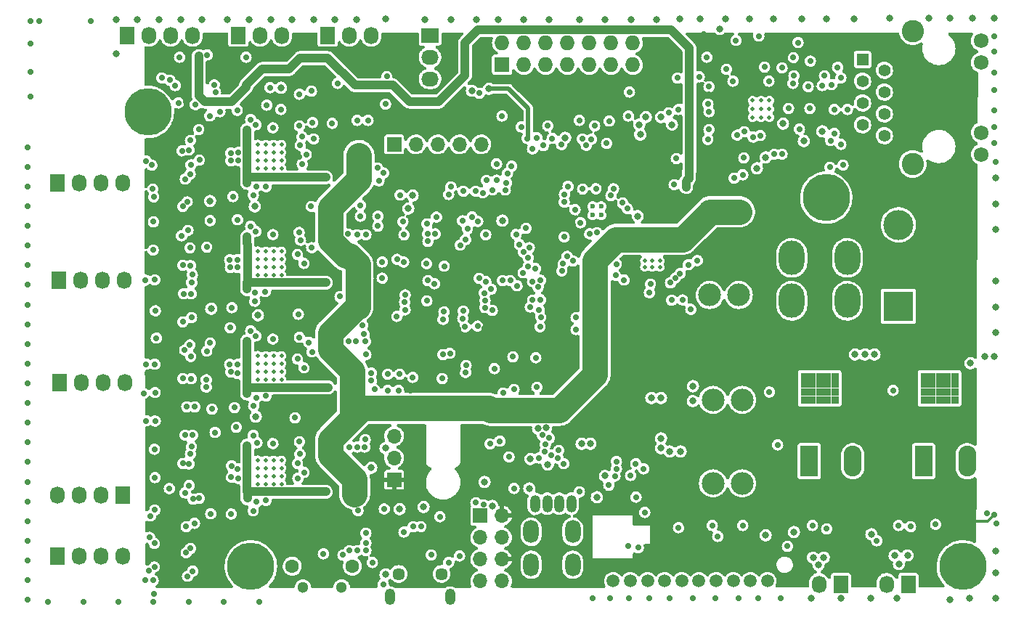
<source format=gbr>
%TF.GenerationSoftware,KiCad,Pcbnew,(6.0.2)*%
%TF.CreationDate,2022-04-18T10:54:01+08:00*%
%TF.ProjectId,BUDDY_v1.0.0,42554444-595f-4763-912e-302e302e6b69,v1.0.0*%
%TF.SameCoordinates,Original*%
%TF.FileFunction,Copper,L3,Inr*%
%TF.FilePolarity,Positive*%
%FSLAX46Y46*%
G04 Gerber Fmt 4.6, Leading zero omitted, Abs format (unit mm)*
G04 Created by KiCad (PCBNEW (6.0.2)) date 2022-04-18 10:54:01*
%MOMM*%
%LPD*%
G01*
G04 APERTURE LIST*
%TA.AperFunction,ComponentPad*%
%ADD10R,1.700000X1.700000*%
%TD*%
%TA.AperFunction,ComponentPad*%
%ADD11O,1.700000X1.700000*%
%TD*%
%TA.AperFunction,ComponentPad*%
%ADD12C,0.462500*%
%TD*%
%TA.AperFunction,ComponentPad*%
%ADD13R,1.727200X1.727200*%
%TD*%
%TA.AperFunction,ComponentPad*%
%ADD14O,1.727200X1.727200*%
%TD*%
%TA.AperFunction,ComponentPad*%
%ADD15C,1.500000*%
%TD*%
%TA.AperFunction,ComponentPad*%
%ADD16C,2.650000*%
%TD*%
%TA.AperFunction,ComponentPad*%
%ADD17C,1.450000*%
%TD*%
%TA.AperFunction,ComponentPad*%
%ADD18O,1.200000X1.900000*%
%TD*%
%TA.AperFunction,ComponentPad*%
%ADD19R,1.727200X2.032000*%
%TD*%
%TA.AperFunction,ComponentPad*%
%ADD20O,1.727200X2.032000*%
%TD*%
%TA.AperFunction,ComponentPad*%
%ADD21C,5.500000*%
%TD*%
%TA.AperFunction,ComponentPad*%
%ADD22R,2.100000X3.600000*%
%TD*%
%TA.AperFunction,ComponentPad*%
%ADD23O,2.100000X3.600000*%
%TD*%
%TA.AperFunction,ComponentPad*%
%ADD24R,0.900000X0.900000*%
%TD*%
%TA.AperFunction,ComponentPad*%
%ADD25C,1.300000*%
%TD*%
%TA.AperFunction,ComponentPad*%
%ADD26C,1.600000*%
%TD*%
%TA.AperFunction,ComponentPad*%
%ADD27O,1.200000X2.000000*%
%TD*%
%TA.AperFunction,ComponentPad*%
%ADD28O,1.800000X2.700000*%
%TD*%
%TA.AperFunction,ComponentPad*%
%ADD29R,2.032000X1.727200*%
%TD*%
%TA.AperFunction,ComponentPad*%
%ADD30O,2.032000X1.727200*%
%TD*%
%TA.AperFunction,ComponentPad*%
%ADD31O,3.000000X4.000000*%
%TD*%
%TA.AperFunction,ComponentPad*%
%ADD32C,1.400000*%
%TD*%
%TA.AperFunction,ComponentPad*%
%ADD33R,1.400000X1.400000*%
%TD*%
%TA.AperFunction,ComponentPad*%
%ADD34C,1.720000*%
%TD*%
%TA.AperFunction,ComponentPad*%
%ADD35C,2.600000*%
%TD*%
%TA.AperFunction,ComponentPad*%
%ADD36C,0.500000*%
%TD*%
%TA.AperFunction,ComponentPad*%
%ADD37C,0.600000*%
%TD*%
%TA.AperFunction,ComponentPad*%
%ADD38R,3.500000X3.500000*%
%TD*%
%TA.AperFunction,ComponentPad*%
%ADD39C,3.500000*%
%TD*%
%TA.AperFunction,ViaPad*%
%ADD40C,0.700000*%
%TD*%
%TA.AperFunction,ViaPad*%
%ADD41C,0.800000*%
%TD*%
%TA.AperFunction,Conductor*%
%ADD42C,1.000000*%
%TD*%
%TA.AperFunction,Conductor*%
%ADD43C,0.500000*%
%TD*%
%TA.AperFunction,Conductor*%
%ADD44C,0.300000*%
%TD*%
%TA.AperFunction,Conductor*%
%ADD45C,0.250000*%
%TD*%
%TA.AperFunction,Conductor*%
%ADD46C,3.000000*%
%TD*%
G04 APERTURE END LIST*
D10*
%TO.N,/CPU/SWCLK*%
%TO.C,J21*%
X129413000Y-75057000D03*
D11*
%TO.N,GND*%
X131953000Y-75057000D03*
%TO.N,/CPU/SWDIO*%
X134493000Y-75057000D03*
%TO.N,/CPU/NRST*%
X137033000Y-75057000D03*
%TO.N,/CPU/SWO*%
X139573000Y-75057000D03*
%TD*%
D12*
%TO.N,GND*%
%TO.C,U6*%
X114431500Y-114661500D03*
X113506500Y-111886500D03*
X113506500Y-112811500D03*
X115356500Y-112811500D03*
X116281500Y-112811500D03*
X116281500Y-113736500D03*
X114431500Y-113736500D03*
X116281500Y-111886500D03*
X115356500Y-113736500D03*
X115356500Y-114661500D03*
X113506500Y-114661500D03*
X113506500Y-113736500D03*
X114431500Y-112811500D03*
X115356500Y-111886500D03*
X114431500Y-111886500D03*
X116281500Y-114661500D03*
%TD*%
%TO.N,GND*%
%TO.C,U7*%
X115356500Y-101554500D03*
X116281500Y-101554500D03*
X115356500Y-100629500D03*
X115356500Y-99704500D03*
X114431500Y-101554500D03*
X116281500Y-100629500D03*
X116281500Y-102479500D03*
X115356500Y-102479500D03*
X116281500Y-99704500D03*
X114431500Y-99704500D03*
X113506500Y-99704500D03*
X113506500Y-102479500D03*
X113506500Y-101554500D03*
X113506500Y-100629500D03*
X114431500Y-100629500D03*
X114431500Y-102479500D03*
%TD*%
%TO.N,GND*%
%TO.C,U8*%
X116281500Y-77841500D03*
X115356500Y-75066500D03*
X115356500Y-77841500D03*
X113506500Y-75991500D03*
X116281500Y-75066500D03*
X115356500Y-76916500D03*
X115356500Y-75991500D03*
X113506500Y-77841500D03*
X114431500Y-75991500D03*
X114431500Y-75066500D03*
X114431500Y-77841500D03*
X113506500Y-76916500D03*
X114431500Y-76916500D03*
X116281500Y-75991500D03*
X113506500Y-75066500D03*
X116281500Y-76916500D03*
%TD*%
%TO.N,GND*%
%TO.C,U9*%
X115356500Y-87512500D03*
X113506500Y-90287500D03*
X116281500Y-89362500D03*
X113506500Y-88437500D03*
X115356500Y-90287500D03*
X116281500Y-87512500D03*
X114431500Y-87512500D03*
X114431500Y-89362500D03*
X115356500Y-88437500D03*
X113506500Y-89362500D03*
X114431500Y-90287500D03*
X113506500Y-87512500D03*
X114431500Y-88437500D03*
X116281500Y-88437500D03*
X115356500Y-89362500D03*
X116281500Y-90287500D03*
%TD*%
D13*
%TO.N,Net-(C63-Pad1)*%
%TO.C,J8*%
X141986000Y-65786000D03*
D14*
%TO.N,Net-(J8-Pad2)*%
X141986000Y-63246000D03*
%TO.N,Net-(J8-Pad3)*%
X144526000Y-65786000D03*
%TO.N,Net-(J8-Pad4)*%
X144526000Y-63246000D03*
%TO.N,Net-(J8-Pad5)*%
X147066000Y-65786000D03*
%TO.N,Net-(J8-Pad6)*%
X147066000Y-63246000D03*
%TO.N,Net-(J8-Pad7)*%
X149606000Y-65786000D03*
%TO.N,Net-(J8-Pad8)*%
X149606000Y-63246000D03*
%TO.N,Net-(J8-Pad9)*%
X152146000Y-65786000D03*
%TO.N,Net-(J8-Pad10)*%
X152146000Y-63246000D03*
%TO.N,GND*%
X154686000Y-65786000D03*
%TO.N,Net-(J8-Pad12)*%
X154686000Y-63246000D03*
%TO.N,GND*%
X157226000Y-65786000D03*
%TO.N,Net-(J8-Pad14)*%
X157226000Y-63246000D03*
%TD*%
D10*
%TO.N,+3V3*%
%TO.C,J1*%
X129413000Y-114173000D03*
D11*
%TO.N,Net-(J1-Pad2)*%
X129413000Y-111633000D03*
%TO.N,GND*%
X129413000Y-109093000D03*
%TD*%
D15*
%TO.N,/CPU/PE0*%
%TO.C,J23*%
X154940000Y-125984000D03*
%TO.N,/CPU/PB5*%
X156940000Y-125984000D03*
%TO.N,/CPU/TX_1*%
X158940000Y-125984000D03*
%TO.N,/CPU/RX_1*%
X160940000Y-125984000D03*
%TO.N,/CPU/SCL*%
X162940000Y-125984000D03*
%TO.N,/CPU/SDA*%
X164940000Y-125984000D03*
%TO.N,Net-(J23-Pad7)*%
X166940000Y-125984000D03*
X168940000Y-125984000D03*
%TO.N,GND*%
X170940000Y-125984000D03*
X172940000Y-125984000D03*
%TD*%
D10*
%TO.N,/CPU/PC6_ESP-Rx*%
%TO.C,J10*%
X139446000Y-118364000D03*
D11*
%TO.N,+3V3*%
X141986000Y-118364000D03*
%TO.N,/CPU/PE6_ESP-GPIO0*%
X139446000Y-120904000D03*
%TO.N,/CPU/PC13_ESP-RST*%
X141986000Y-120904000D03*
%TO.N,unconnected-(J10-Pad5)*%
X139446000Y-123444000D03*
%TO.N,+3V3*%
X141986000Y-123444000D03*
%TO.N,GND*%
X139446000Y-125984000D03*
%TO.N,/CPU/PC7_ESP-Tx*%
X141986000Y-125984000D03*
%TD*%
D16*
%TO.N,+24VMOT*%
%TO.C,F3*%
X169594000Y-82887000D03*
X166194000Y-82887000D03*
%TO.N,Net-(C26-Pad1)*%
X169594000Y-92627000D03*
X166194000Y-92627000D03*
%TD*%
D17*
%TO.N,Net-(J2-Pad6)*%
%TO.C,J2*%
X134926000Y-125160000D03*
D18*
X135926000Y-127860000D03*
X128926000Y-127860000D03*
D17*
X129926000Y-125160000D03*
%TD*%
D19*
%TO.N,Net-(J7-Pad1)*%
%TO.C,J7*%
X98298000Y-62357000D03*
D20*
%TO.N,Net-(J7-Pad2)*%
X100838000Y-62357000D03*
%TO.N,Net-(J7-Pad3)*%
X103378000Y-62357000D03*
%TO.N,Net-(J7-Pad4)*%
X105918000Y-62357000D03*
%TD*%
D19*
%TO.N,Net-(J9-Pad1)*%
%TO.C,J9*%
X111252000Y-62357000D03*
D20*
%TO.N,Net-(J9-Pad2)*%
X113792000Y-62357000D03*
%TO.N,Net-(J9-Pad3)*%
X116332000Y-62357000D03*
%TD*%
D21*
%TO.N,GND*%
%TO.C,J17*%
X100702000Y-71285000D03*
%TD*%
%TO.N,GND*%
%TO.C,J18*%
X112702000Y-124285000D03*
%TD*%
%TO.N,GND*%
%TO.C,J19*%
X195702000Y-124285000D03*
%TD*%
D19*
%TO.N,Net-(L1-Pad2)*%
%TO.C,P1*%
X121666000Y-62357000D03*
D20*
%TO.N,Net-(C51-Pad1)*%
X124206000Y-62357000D03*
%TO.N,Net-(D5-Pad1)*%
X126746000Y-62357000D03*
%TD*%
D19*
%TO.N,Net-(P3-Pad1)*%
%TO.C,P3*%
X181483000Y-126365000D03*
D20*
%TO.N,Net-(L5-Pad2)*%
X178943000Y-126365000D03*
%TD*%
D19*
%TO.N,Net-(P4-Pad1)*%
%TO.C,P4*%
X189357000Y-126365000D03*
D20*
%TO.N,Net-(L6-Pad2)*%
X186817000Y-126365000D03*
%TD*%
D22*
%TO.N,Net-(D12-Pad2)*%
%TO.C,P5*%
X177800000Y-112014000D03*
D23*
%TO.N,24V2*%
X182880000Y-112014000D03*
%TD*%
D22*
%TO.N,Net-(D14-Pad2)*%
%TO.C,P6*%
X191135000Y-112014000D03*
D23*
%TO.N,24V2*%
X196215000Y-112014000D03*
%TD*%
D19*
%TO.N,Net-(C68-Pad2)*%
%TO.C,P8*%
X90390000Y-102838000D03*
D20*
%TO.N,Net-(C69-Pad2)*%
X92930000Y-102838000D03*
%TO.N,Net-(C70-Pad2)*%
X95470000Y-102838000D03*
%TO.N,Net-(C71-Pad2)*%
X98010000Y-102838000D03*
%TD*%
D19*
%TO.N,Net-(C94-Pad2)*%
%TO.C,P9*%
X90170000Y-79538000D03*
D20*
%TO.N,Net-(C95-Pad2)*%
X92710000Y-79538000D03*
%TO.N,Net-(C96-Pad2)*%
X95250000Y-79538000D03*
%TO.N,Net-(C97-Pad2)*%
X97790000Y-79538000D03*
%TD*%
D19*
%TO.N,Net-(C98-Pad2)*%
%TO.C,P10*%
X90290000Y-90938000D03*
D20*
%TO.N,Net-(C99-Pad2)*%
X92830000Y-90938000D03*
%TO.N,Net-(C100-Pad2)*%
X95370000Y-90938000D03*
%TO.N,Net-(C101-Pad2)*%
X97910000Y-90938000D03*
%TD*%
D24*
%TO.N,Net-(D12-Pad2)*%
%TO.C,Q3*%
X180827000Y-103055000D03*
X180827000Y-102155000D03*
X177227000Y-103955000D03*
X179927000Y-104855000D03*
X178127000Y-102155000D03*
X177227000Y-102155000D03*
X179027000Y-103955000D03*
X177227000Y-104855000D03*
X180827000Y-103955000D03*
X178127000Y-104855000D03*
X179027000Y-103055000D03*
X179927000Y-103955000D03*
X178127000Y-103055000D03*
X179927000Y-102155000D03*
X180827000Y-104855000D03*
X179027000Y-104855000D03*
X178127000Y-103955000D03*
X179027000Y-102155000D03*
X179927000Y-103055000D03*
X177227000Y-103055000D03*
%TD*%
%TO.N,Net-(D14-Pad2)*%
%TO.C,Q4*%
X194797000Y-103955000D03*
X193897000Y-103055000D03*
X191197000Y-103055000D03*
X194797000Y-102155000D03*
X193897000Y-104855000D03*
X192097000Y-104855000D03*
X192997000Y-102155000D03*
X191197000Y-103955000D03*
X192097000Y-103055000D03*
X192997000Y-103055000D03*
X194797000Y-103055000D03*
X192097000Y-103955000D03*
X191197000Y-104855000D03*
X193897000Y-103955000D03*
X192997000Y-104855000D03*
X191197000Y-102155000D03*
X192097000Y-102155000D03*
X192997000Y-103955000D03*
X194797000Y-104855000D03*
X193897000Y-102155000D03*
%TD*%
D25*
%TO.N,Net-(C108-Pad1)*%
%TO.C,SW1*%
X123291600Y-126746000D03*
%TO.N,GND*%
X118770400Y-126746000D03*
D26*
%TO.N,N/C*%
X124536200Y-124256800D03*
X117525800Y-124256800D03*
%TD*%
D27*
%TO.N,Net-(C115-Pad1)*%
%TO.C,J20*%
X150055000Y-116969000D03*
%TO.N,USB-HS_N*%
X148655000Y-116969000D03*
%TO.N,USB-HS_P*%
X147255000Y-116969000D03*
%TO.N,GND*%
X145855000Y-116969000D03*
D28*
%TO.N,Net-(J20-Pad5)*%
X145385000Y-124079000D03*
X150225000Y-124079000D03*
X145385000Y-120239000D03*
X150225000Y-120239000D03*
%TD*%
D29*
%TO.N,Net-(L2-Pad2)*%
%TO.C,P2*%
X133604000Y-62357000D03*
D30*
%TO.N,Net-(C62-Pad1)*%
X133604000Y-64897000D03*
%TO.N,Net-(D6-Pad1)*%
X133604000Y-67437000D03*
%TD*%
D31*
%TO.N,+24V*%
%TO.C,J5*%
X175768000Y-93305000D03*
X175768000Y-88305000D03*
%TD*%
%TO.N,Net-(J4-Pad1)*%
%TO.C,J4*%
X182252000Y-93305000D03*
X182252000Y-88305000D03*
%TD*%
D32*
%TO.N,/ETHERNET/TD_P*%
%TO.C,J3*%
X186563000Y-74046000D03*
%TO.N,/ETHERNET/TD_N*%
X184023000Y-72776000D03*
%TO.N,/ETHERNET/RD_P*%
X186563000Y-71506000D03*
%TO.N,Net-(C102-Pad1)*%
X184023000Y-70236000D03*
X186563000Y-68966000D03*
%TO.N,/ETHERNET/RD_N*%
X184023000Y-67696000D03*
%TO.N,N/C*%
X186563000Y-66426000D03*
D33*
%TO.N,Net-(J3-Pad13)*%
X184023000Y-65156000D03*
D34*
%TO.N,/ETHERNET/ETH_LED2*%
X197813000Y-76221000D03*
%TO.N,Net-(J3-Pad10)*%
X197813000Y-73681000D03*
%TO.N,Net-(J3-Pad11)*%
X197813000Y-65511000D03*
%TO.N,/ETHERNET/ETH_LED1*%
X197813000Y-62971000D03*
D35*
%TO.N,Net-(J3-Pad13)*%
X189863000Y-77341000D03*
X189863000Y-61851000D03*
%TD*%
D21*
%TO.N,GND*%
%TO.C,J16*%
X179782000Y-81285000D03*
%TD*%
D36*
%TO.N,GND*%
%TO.C,U1*%
X172178000Y-69950000D03*
X173158000Y-70930000D03*
X171198000Y-69950000D03*
X171198000Y-70930000D03*
X173158000Y-71910000D03*
X171198000Y-71910000D03*
X172178000Y-70930000D03*
X172178000Y-71910000D03*
X173158000Y-69950000D03*
%TD*%
D37*
%TO.N,N/C*%
%TO.C,U5*%
X152535000Y-83304000D03*
X152535000Y-82304000D03*
X153535000Y-82304000D03*
X153535000Y-83304000D03*
%TD*%
D16*
%TO.N,24V2*%
%TO.C,F1*%
X166575000Y-114598000D03*
X169975000Y-114598000D03*
%TO.N,+24V*%
X169975000Y-104858000D03*
X166575000Y-104858000D03*
%TD*%
D12*
%TO.N,GND*%
%TO.C,*%
X158619711Y-88625317D03*
%TD*%
D38*
%TO.N,Net-(J4-Pad1)*%
%TO.C,U99*%
X188200000Y-93950000D03*
D39*
%TO.N,GND*%
X188200000Y-84450000D03*
%TD*%
D12*
%TO.N,GND*%
%TO.C,*%
X160381500Y-88625317D03*
%TD*%
%TO.N,GND*%
%TO.C,*%
X158616342Y-89375317D03*
%TD*%
D19*
%TO.N,Net-(C64-Pad2)*%
%TO.C,P7*%
X97800000Y-116010000D03*
D20*
%TO.N,Net-(P7-Pad2)*%
X95260000Y-116010000D03*
%TO.N,Net-(P7-Pad3)*%
X92720000Y-116010000D03*
%TO.N,Net-(C67-Pad2)*%
X90180000Y-116010000D03*
%TD*%
D12*
%TO.N,GND*%
%TO.C,*%
X159500000Y-89375317D03*
%TD*%
%TO.N,GND*%
%TO.C,*%
X159500000Y-88625317D03*
%TD*%
%TO.N,GND*%
%TO.C,*%
X160378131Y-89375317D03*
%TD*%
D19*
%TO.N,Net-(P7-Pad2)*%
%TO.C,P99*%
X90180000Y-123048000D03*
D20*
%TO.N,Net-(C65-Pad2)*%
X92720000Y-123048000D03*
%TO.N,Net-(C66-Pad2)*%
X95260000Y-123048000D03*
%TO.N,Net-(P7-Pad3)*%
X97800000Y-123048000D03*
%TD*%
D40*
%TO.N,+5V*%
X110998000Y-69596000D03*
D41*
X163775055Y-78245070D03*
X134620000Y-70104000D03*
D40*
X161758425Y-93233259D03*
D41*
X157802610Y-83417180D03*
D40*
X152781000Y-72898000D03*
D41*
X160528000Y-104648000D03*
D40*
X162739181Y-90112031D03*
D41*
X163675275Y-79168031D03*
D40*
X147828000Y-74367070D03*
X151337800Y-74431659D03*
D41*
X118999000Y-65024000D03*
D40*
X162202866Y-90642110D03*
X112141477Y-68168990D03*
D41*
X145288000Y-111760000D03*
X159385008Y-104648000D03*
X146177000Y-108204000D03*
X152273000Y-109982000D03*
X137668000Y-67056000D03*
D40*
X121666000Y-65024000D03*
D41*
X106628536Y-64777352D03*
D40*
X107442000Y-70104000D03*
X156591000Y-82550000D03*
X144899984Y-74365641D03*
X154178000Y-74930000D03*
X163719527Y-89095464D03*
D41*
X147095043Y-108108674D03*
D40*
X161616661Y-91203370D03*
X163830000Y-70485000D03*
D41*
X149352000Y-74295000D03*
X151257000Y-109982000D03*
X140462000Y-68580000D03*
D40*
X146050000Y-74295000D03*
D41*
X137668000Y-66040000D03*
X128651000Y-68199000D03*
X163450771Y-80082677D03*
X124968000Y-68199000D03*
D40*
%TO.N,GND*%
X114474651Y-104402137D03*
X118131400Y-100092000D03*
X118891400Y-88941500D03*
X118891400Y-101131500D03*
X118366540Y-109735620D03*
X115273460Y-109944540D03*
X118131400Y-87902000D03*
X118132000Y-112275000D03*
X118892000Y-113314500D03*
X118182000Y-114005000D03*
X114474651Y-116582137D03*
X115273460Y-85574540D03*
X115273460Y-97764540D03*
X118366540Y-72915620D03*
X115273460Y-73124540D03*
X118366540Y-97555620D03*
X117856000Y-106934000D03*
X118237000Y-94869000D03*
X130556000Y-85598000D03*
X162560000Y-119761000D03*
X140081000Y-85598000D03*
X139319000Y-90678000D03*
X125476000Y-82169000D03*
X169257000Y-62929000D03*
X171924000Y-62421000D03*
X176496000Y-63183000D03*
D41*
X161544000Y-110871000D03*
X160528000Y-109347000D03*
X160528000Y-110490000D03*
X167386000Y-61595000D03*
D40*
X143383000Y-103632000D03*
X162306000Y-76708000D03*
X170053000Y-78613000D03*
X162052000Y-79756000D03*
X104394000Y-64897000D03*
X126043990Y-98044000D03*
X105971119Y-116422613D03*
X97261203Y-128431125D03*
X104267000Y-70231000D03*
X166116000Y-73324967D03*
X125984000Y-110363000D03*
X106627000Y-73336000D03*
D41*
X199500000Y-128000000D03*
D40*
X165862000Y-64896986D03*
X107618496Y-64635930D03*
X94000000Y-60660000D03*
X86650000Y-114413044D03*
X86650000Y-79978264D03*
X109093000Y-71247000D03*
X113661203Y-128431125D03*
X101347000Y-84085000D03*
X100800000Y-124800000D03*
X168148000Y-66294000D03*
D41*
X154000000Y-60500000D03*
X196850000Y-60325000D03*
D40*
X110302393Y-96435393D03*
X126365000Y-72263000D03*
D41*
X131064000Y-82550000D03*
D40*
X107922000Y-71750000D03*
D41*
X120000000Y-60500000D03*
D40*
X100500000Y-107300000D03*
X180721000Y-73787000D03*
X86650000Y-128186960D03*
X101312000Y-87375000D03*
X122809000Y-67945000D03*
X161544000Y-128016000D03*
X87000000Y-63300000D03*
X130556000Y-120269000D03*
X101277941Y-80270012D03*
X86650000Y-84569568D03*
X86650000Y-119004348D03*
X86650000Y-89160872D03*
X182245000Y-70993000D03*
D41*
X170815000Y-60452000D03*
D40*
X93161203Y-128431125D03*
D41*
X153976326Y-113722904D03*
D40*
X125916990Y-97207740D03*
D41*
X168021000Y-60452000D03*
D40*
X105807000Y-91165000D03*
X142112998Y-104058663D03*
X169545000Y-128016000D03*
X101523000Y-113919000D03*
X118329015Y-85327797D03*
X199390000Y-64262000D03*
X126111000Y-122428000D03*
X110415560Y-118161290D03*
D41*
X139000000Y-60500000D03*
D40*
X101361203Y-128431125D03*
X86650000Y-109821740D03*
D41*
X178878932Y-124114383D03*
D40*
X177927000Y-65354000D03*
X88050000Y-60660000D03*
X154559000Y-128016000D03*
X105717000Y-77450000D03*
X100900000Y-120900000D03*
X156045094Y-81877094D03*
D41*
X188250000Y-124000000D03*
X199500000Y-94000000D03*
D40*
X119159953Y-76242947D03*
X156845000Y-68961000D03*
D41*
X158750000Y-71882000D03*
D40*
X125095000Y-72263000D03*
X141097000Y-101219000D03*
D41*
X164250000Y-103250000D03*
X157000000Y-60500000D03*
D40*
X164000000Y-94300000D03*
X107559893Y-99177893D03*
D41*
X199390000Y-60325000D03*
X196500000Y-128000000D03*
D40*
X125476000Y-83439000D03*
X164211000Y-128016000D03*
X126873000Y-123825000D03*
X86650000Y-107526088D03*
X151003000Y-115570000D03*
X150241000Y-88646000D03*
X199644000Y-119253000D03*
X106226886Y-70430114D03*
X101459000Y-110617000D03*
D41*
X108077000Y-94234000D03*
D40*
X133731000Y-122936000D03*
X101000000Y-118400000D03*
D41*
X104500000Y-60500000D03*
D40*
X137468375Y-80518000D03*
X137033000Y-123063000D03*
D41*
X199500000Y-85000000D03*
D40*
X107952000Y-83950000D03*
D41*
X160000000Y-60500000D03*
D40*
X101152000Y-77480000D03*
X170180000Y-76629957D03*
X199390000Y-71120000D03*
X86650000Y-91456524D03*
X199390000Y-73025000D03*
X86650000Y-121300000D03*
D41*
X160528000Y-71882000D03*
D40*
X107551393Y-87046393D03*
X156800000Y-128016000D03*
X199390000Y-66675000D03*
X174500000Y-128000000D03*
X86650000Y-105230436D03*
X101452000Y-121600000D03*
X141986000Y-71755000D03*
D41*
X165100000Y-60452000D03*
X99500000Y-60500000D03*
D40*
X199390000Y-68707000D03*
D41*
X147500000Y-60500000D03*
D40*
X112141000Y-64897000D03*
X180721000Y-70993000D03*
D41*
X194183000Y-60325000D03*
D40*
X181483000Y-67306011D03*
X125095000Y-85598000D03*
D41*
X157988000Y-72771000D03*
D40*
X108437792Y-68123832D03*
X124174010Y-110417726D03*
X154984408Y-80230090D03*
D41*
X112500000Y-60500000D03*
D40*
X152213010Y-85479536D03*
X145923000Y-99949000D03*
X124206000Y-122428000D03*
X101542000Y-104010000D03*
X107962000Y-98225000D03*
X126037337Y-109488620D03*
X100500000Y-100700000D03*
X101500000Y-117700000D03*
D41*
X194183000Y-128143000D03*
X153035000Y-116205000D03*
X151000000Y-60500000D03*
D40*
X111007372Y-108050049D03*
X135001000Y-102362000D03*
D41*
X179500000Y-123250000D03*
D40*
X124096221Y-98026779D03*
X101497000Y-100700000D03*
X166878000Y-128016000D03*
X126111000Y-121539000D03*
X106689756Y-116348016D03*
D41*
X189250000Y-123000000D03*
D40*
X114370310Y-92232458D03*
X110617000Y-81153000D03*
D41*
X185039000Y-120523000D03*
D40*
X105882000Y-90265000D03*
D41*
X102000000Y-60500000D03*
D40*
X124968000Y-98044000D03*
X108171607Y-105934607D03*
X107502000Y-103360000D03*
D41*
X131572000Y-81026000D03*
X117500000Y-60500000D03*
X144500000Y-60500000D03*
X158090798Y-73923990D03*
D40*
X86650000Y-116708696D03*
X86650000Y-123595652D03*
D41*
X176911000Y-60452000D03*
D40*
X124042784Y-85527341D03*
X86650000Y-98343480D03*
X101392000Y-127510000D03*
D41*
X179832000Y-60452000D03*
D40*
X86650000Y-102934784D03*
X149225000Y-81788000D03*
X126110992Y-85598000D03*
X101371000Y-81200000D03*
X125095000Y-110363000D03*
X151003000Y-72263000D03*
X108022000Y-118145000D03*
D41*
X162687000Y-60452000D03*
X187750000Y-123000000D03*
X179324000Y-73533000D03*
D40*
X105461203Y-128431125D03*
D41*
X191770000Y-60325000D03*
D40*
X100200000Y-104100000D03*
X152934655Y-80226707D03*
D41*
X199500000Y-125000000D03*
D40*
X86650000Y-112117392D03*
X199390000Y-62484000D03*
X101552000Y-107320000D03*
X100400000Y-90900000D03*
X143256004Y-99822000D03*
D41*
X199500000Y-82000000D03*
D40*
X167132000Y-120777000D03*
D41*
X97000000Y-60500000D03*
X133000000Y-60500000D03*
D40*
X119729102Y-82293455D03*
D41*
X164222506Y-105000000D03*
D40*
X118456417Y-75149820D03*
X103200000Y-115200000D03*
X101502000Y-90850000D03*
X105687000Y-99810000D03*
X180400000Y-68100000D03*
X199390000Y-74930000D03*
X108531990Y-108651828D03*
X86650000Y-93752176D03*
X166115984Y-71247000D03*
D41*
X116205006Y-68453000D03*
D40*
X150622000Y-95250000D03*
X105662000Y-74600000D03*
X147320000Y-72898000D03*
D41*
X181500000Y-128000000D03*
D40*
X152527000Y-128016000D03*
D41*
X176022000Y-120269000D03*
D40*
X86650000Y-86865220D03*
X89061203Y-128431125D03*
X107502000Y-102510000D03*
X146818596Y-75190596D03*
X137795000Y-100838000D03*
D41*
X162814000Y-110871000D03*
X161798000Y-72747891D03*
X140843000Y-117221000D03*
D40*
X110794886Y-105747886D03*
D41*
X173609000Y-60452000D03*
X199500000Y-122500000D03*
D40*
X110490000Y-94107000D03*
D41*
X199500000Y-97000000D03*
D40*
X162560000Y-70993000D03*
X118692000Y-77345000D03*
D41*
X188000000Y-128000000D03*
D40*
X86650000Y-82273916D03*
X135108592Y-95461917D03*
D41*
X158114614Y-73923990D03*
X107950000Y-81661000D03*
D40*
X101567000Y-94466000D03*
X159131000Y-128016000D03*
X87000000Y-69500000D03*
D41*
X125000000Y-60500000D03*
D40*
X125730000Y-96139008D03*
X150495000Y-82677000D03*
D41*
X128396986Y-60452000D03*
D40*
X86650000Y-125891304D03*
D41*
X138465174Y-68803392D03*
D40*
X87000000Y-60650000D03*
X100500000Y-77000000D03*
X171831000Y-128016000D03*
D41*
X122500000Y-60500000D03*
D40*
X176022000Y-67056000D03*
D41*
X187198000Y-60325000D03*
X136000000Y-60500000D03*
D40*
X125095000Y-122428000D03*
X122181257Y-72602300D03*
D41*
X172720000Y-120650000D03*
X199500000Y-91000000D03*
D40*
X134342001Y-83542001D03*
X121158000Y-122809000D03*
X101680000Y-97655000D03*
X106701000Y-76892000D03*
X163018173Y-93207464D03*
X114474651Y-79994010D03*
X135763000Y-123825000D03*
X111147000Y-83850000D03*
X105662000Y-111150000D03*
X168909996Y-67691000D03*
X199517000Y-77089000D03*
X105772000Y-110320000D03*
X86650000Y-75386960D03*
X164750000Y-88610000D03*
X174625000Y-76200000D03*
D41*
X107000000Y-60500000D03*
X147320000Y-112395000D03*
D40*
X144212010Y-73025000D03*
D41*
X178250000Y-123250000D03*
D40*
X175949586Y-64931990D03*
X126111000Y-120396000D03*
D41*
X139954000Y-114427000D03*
D40*
X86650000Y-100639132D03*
X180213000Y-77724000D03*
D41*
X115000000Y-60500000D03*
D40*
X111117000Y-71090000D03*
X173736002Y-76200002D03*
X175895000Y-67945000D03*
X128143000Y-126365000D03*
X146050000Y-103378000D03*
X101452000Y-124345000D03*
X179324000Y-68199000D03*
D41*
X110000000Y-60500000D03*
X97000000Y-64500000D03*
D40*
X137735010Y-101646185D03*
D41*
X183007000Y-60452000D03*
X178000000Y-128000000D03*
D40*
X129721098Y-95123000D03*
X109561203Y-128431125D03*
X86650000Y-77682612D03*
D41*
X185000000Y-128000000D03*
D40*
X137409488Y-95356418D03*
X155214474Y-90341304D03*
X154487852Y-72344116D03*
X141725040Y-109668010D03*
D41*
X141500000Y-60500000D03*
D40*
X162433730Y-67323979D03*
X86650000Y-96047828D03*
X87000000Y-66650000D03*
X105604000Y-87132000D03*
X181737000Y-77470000D03*
X166497000Y-119507000D03*
D41*
X199500000Y-79000000D03*
D40*
%TO.N,+3V3*%
X117162580Y-73705560D03*
X118157000Y-89630000D03*
X191770000Y-122174000D03*
X168021000Y-76327000D03*
X150241000Y-84455000D03*
X119761000Y-122936000D03*
X126365000Y-125857000D03*
X155126990Y-117261796D03*
X181610000Y-119507000D03*
X159766000Y-69342000D03*
X131318000Y-103759000D03*
D41*
X153162000Y-105809010D03*
D40*
X116592004Y-109005000D03*
D41*
X139700000Y-112903000D03*
D40*
X116802000Y-96580000D03*
X117002000Y-84685000D03*
X183134000Y-119888000D03*
X100965000Y-67564000D03*
D41*
X173482000Y-78105000D03*
D40*
X165481989Y-62230000D03*
X139958760Y-96460010D03*
X136846010Y-96559909D03*
X118326587Y-76509587D03*
X167005000Y-122047000D03*
D41*
X154178000Y-105809010D03*
D40*
X166257825Y-75624990D03*
X166624000Y-66421000D03*
X130810000Y-96393000D03*
D41*
X139827000Y-111633000D03*
X132207000Y-82550000D03*
X169037006Y-70866000D03*
D40*
X174179278Y-120131266D03*
X117221000Y-82931000D03*
X129794000Y-100457000D03*
D41*
X152019000Y-106299000D03*
X133223000Y-82550000D03*
D40*
X149987000Y-94488000D03*
D41*
X152019000Y-107569000D03*
D40*
X118291379Y-101791258D03*
X142388222Y-99316013D03*
X166116000Y-69215000D03*
X199390000Y-118237000D03*
X141500000Y-108500000D03*
X165608000Y-119126000D03*
X147193000Y-103124000D03*
X105156000Y-70104000D03*
D41*
X174752000Y-78104994D03*
D40*
%TO.N,Net-(C130-Pad1)*%
X156205795Y-90878834D03*
X159161637Y-92366299D03*
%TO.N,/CPU/PA8_Z-MIN*%
X108585000Y-68961000D03*
D41*
X142024022Y-83949817D03*
%TO.N,Net-(C102-Pad1)*%
X177165000Y-74676000D03*
D40*
X175387000Y-70866000D03*
X177673000Y-68326000D03*
X177869970Y-70866000D03*
X176657000Y-73279000D03*
D41*
X174752000Y-72644000D03*
D40*
X174625000Y-66132010D03*
%TO.N,/CPU/PA3_BED_MON*%
X146420058Y-96339963D03*
X170053000Y-119507000D03*
%TO.N,/CPU/PE10_FAN-0-TACH*%
X128545355Y-67150968D03*
X145034000Y-88265000D03*
%TO.N,Net-(D7-Pad3)*%
X175260000Y-121920000D03*
X179832000Y-119888000D03*
%TO.N,Net-(D8-Pad3)*%
X189611000Y-119634000D03*
X185674000Y-121285000D03*
D41*
%TO.N,Net-(D12-Pad2)*%
X183134000Y-99568000D03*
D40*
X174117000Y-110109000D03*
D41*
X185420000Y-99568000D03*
X184277000Y-99568000D03*
%TO.N,Net-(D14-Pad2)*%
X196596000Y-100584000D03*
X199390000Y-99822000D03*
D40*
X192535152Y-119373695D03*
D41*
X198247000Y-99822000D03*
D40*
%TO.N,Net-(D21-Pad3)*%
X103886000Y-68199000D03*
X102313570Y-67308567D03*
%TO.N,/ETHERNET/ETH_LED2*%
X181483000Y-75057000D03*
X173101000Y-67691000D03*
%TO.N,/ETHERNET/ETH_LED1*%
X172593000Y-66040000D03*
X181102000Y-66074990D03*
%TO.N,/CPU/PE14_FAN-1-TACH*%
X144020033Y-86744414D03*
X139319000Y-69088000D03*
%TO.N,FAN-0-5V*%
X119769272Y-68845277D03*
X143101034Y-77593893D03*
%TO.N,FAN-1-5V*%
X142618474Y-78443521D03*
X128398428Y-70358015D03*
%TO.N,/CPU/PB4_FILAMENT_SENSOR*%
X127508000Y-83439000D03*
X114935000Y-68453000D03*
X119888000Y-72517000D03*
X130429000Y-84074000D03*
X133345500Y-90945578D03*
X118364000Y-69214994D03*
%TO.N,/CPU/PE13_LCD-SW3*%
X151806252Y-75163389D03*
X145161000Y-87114988D03*
%TO.N,HEAT-0-5V*%
X151130000Y-84201000D03*
X173156992Y-103932992D03*
%TO.N,BED-HEAT-5V*%
X187579000Y-103759000D03*
X153054373Y-85358586D03*
%TO.N,Net-(R100-Pad2)*%
X155310446Y-89021781D03*
X159289133Y-91365732D03*
%TO.N,/CPU/PE15_LCD-SW2*%
X148922585Y-75085964D03*
X143629989Y-85561024D03*
%TO.N,/CPU/PE12_LCD-SW1*%
X144471470Y-87627757D03*
X145542000Y-75578979D03*
%TO.N,/CPU/PC3_MOSI2*%
X145855990Y-89537387D03*
X156718000Y-71755000D03*
%TO.N,/CPU/BOOT0*%
X133220646Y-93310112D03*
X130636828Y-93466985D03*
D41*
X126746000Y-112776000D03*
D40*
%TO.N,/CPU/PC2_MISO2*%
X145033666Y-89322204D03*
X161417000Y-71374000D03*
%TO.N,/CPU/PA0_BUZZER*%
X164973000Y-67183000D03*
X145542000Y-91059000D03*
%TO.N,/CPU/PC7_ESP-Tx*%
X143383000Y-115189000D03*
X138487712Y-83515980D03*
%TO.N,/CPU/PC13_ESP-RST*%
X139131687Y-96252330D03*
%TO.N,/CPU/PE6_ESP-GPIO0*%
X137667406Y-96341208D03*
X138938000Y-116840000D03*
%TO.N,/CPU/PC6_ESP-Rx*%
X139827000Y-117094000D03*
X139155528Y-84047561D03*
%TO.N,/CPU/SCL*%
X157607000Y-116205000D03*
X157569382Y-112302324D03*
X140001764Y-94094454D03*
X147499831Y-109321420D03*
%TO.N,/CPU/SDA*%
X146686405Y-108967405D03*
X140848689Y-94421101D03*
X158496000Y-112903000D03*
X158623006Y-117983000D03*
%TO.N,/CPU/PC4_ETH_RMII_RXD0*%
X165989000Y-70358000D03*
X146191999Y-91700272D03*
%TO.N,/CPU/PC5_ETH_RMII_RXD1*%
X166116000Y-68326000D03*
X146490744Y-90896125D03*
%TO.N,/CPU/PA7_ETH_RMII_CRS_DV*%
X165974378Y-74474979D03*
X146488545Y-93184147D03*
%TO.N,/CPU/PA2_ETH_RMII_MDIO*%
X145272933Y-94021709D03*
X169398382Y-73981178D03*
%TO.N,/CPU/PA1_ETH_RMII_REF_CLK*%
X150622000Y-96647000D03*
X169037000Y-78994000D03*
%TO.N,/CPU/PE9_FAN-1*%
X149106085Y-88987493D03*
X151384000Y-80264000D03*
%TO.N,/CPU/PE11_FAN-0*%
X154686000Y-81026000D03*
X149577252Y-88115002D03*
%TO.N,/CPU/PD5_MOT-UART*%
X119466401Y-98150599D03*
X118662000Y-74180000D03*
X118487000Y-86235000D03*
X118422000Y-111170000D03*
X128016000Y-88773000D03*
%TO.N,Net-(C21-Pad1)*%
X154432000Y-114808000D03*
X146304000Y-111633000D03*
%TO.N,/CPU/PA9_USB-FS-VBUS*%
X128257871Y-117576327D03*
X137368019Y-83976233D03*
D41*
%TO.N,Net-(C87-Pad1)*%
X128397000Y-125222000D03*
X145161000Y-115189000D03*
D40*
%TO.N,+24VMOT*%
X112252760Y-116306600D03*
X112247680Y-115552220D03*
X112229900Y-110152180D03*
X112232760Y-104126600D03*
X112209900Y-97972180D03*
X112227680Y-103372220D03*
D41*
X120269000Y-91186000D03*
X119126000Y-91186000D03*
X121411998Y-78867000D03*
X119126000Y-78867000D03*
X120269000Y-78867000D03*
D40*
X112229900Y-110995460D03*
D41*
X113284000Y-106807000D03*
X119380000Y-103378000D03*
X125358990Y-103632000D03*
X125358990Y-102616000D03*
X120396004Y-103377996D03*
D40*
X112212333Y-85804959D03*
D41*
X121412002Y-91186000D03*
X125368258Y-78086236D03*
D40*
X112194900Y-86620460D03*
X112212680Y-91177220D03*
D41*
X121411998Y-115570000D03*
X125476000Y-88519000D03*
X125814457Y-115062000D03*
X120269000Y-115570000D03*
X119126000Y-115570000D03*
X125476000Y-75565000D03*
D40*
X112224900Y-74175460D03*
X112224900Y-73332180D03*
D41*
X125476000Y-90805000D03*
D40*
X112242680Y-78732220D03*
X112217760Y-91931600D03*
D41*
X125476000Y-89662000D03*
D40*
X112209900Y-98815460D03*
D41*
X125358990Y-101600000D03*
X113538000Y-94996000D03*
X113157000Y-82296000D03*
D40*
X112247760Y-79486600D03*
D41*
X121666000Y-103378000D03*
X125476000Y-76962000D03*
X125814457Y-113919000D03*
X125814457Y-116205000D03*
D40*
%TO.N,/CPU/PB12_ETH_RMII_TXD0*%
X149253243Y-80884925D03*
D41*
X171704000Y-77851000D03*
%TO.N,/CPU/PB13_ETH_RMII_TXD1*%
X172720000Y-76581000D03*
D40*
X149673010Y-79950010D03*
%TO.N,/CPU/SWCLK*%
X130107209Y-80971767D03*
X133223000Y-84328000D03*
%TO.N,/CPU/NRST*%
X136017000Y-80010000D03*
D41*
X132842000Y-117348000D03*
D40*
X137473997Y-94503077D03*
X141351000Y-77343000D03*
D41*
X130048000Y-117602000D03*
D40*
X135208336Y-94590394D03*
X123444000Y-122936000D03*
%TO.N,/CPU/PB10_SCK2*%
X152408380Y-74454355D03*
X144780000Y-84836000D03*
%TO.N,/CPU/PB11_ETH_RMII_TX_EN*%
X149218695Y-85848848D03*
X172090127Y-74039338D03*
%TO.N,/CPU/PA4_THERM-1*%
X146491993Y-95189951D03*
X188214000Y-119507000D03*
%TO.N,/CPU/PE8_EPHY_RST*%
X171257856Y-74212099D03*
X148949827Y-89825010D03*
%TO.N,/CPU/PC1_ETH_RMII_MDC*%
X170226578Y-73586172D03*
X144442659Y-90035472D03*
%TO.N,/CPU/PE4_USB-HS-OVERCURRENT*%
X135080758Y-99577518D03*
X140576185Y-109980463D03*
%TO.N,/CPU/PE5_USB-HS-PWR-EN*%
X142796957Y-111505998D03*
X135918970Y-99436373D03*
%TO.N,/CPU/PA10_USB-FS-ID*%
X137952248Y-84932752D03*
X134747000Y-118491000D03*
%TO.N,/CPU/PA6_THERM-PINDA*%
X145547820Y-93217373D03*
X103251000Y-67564000D03*
%TO.N,/CPU/PD7_FLASH-CSN*%
X130048000Y-101854000D03*
X130692001Y-92618766D03*
%TO.N,Net-(C64-Pad2)*%
X100400000Y-125910000D03*
X101300000Y-125910000D03*
%TO.N,Net-(L31-Pad1)*%
X105158540Y-122679460D03*
X105664000Y-122174000D03*
X111221468Y-114023934D03*
X110415499Y-113869698D03*
%TO.N,Net-(L32-Pad1)*%
X106140000Y-119253000D03*
X105158540Y-119634000D03*
X111141351Y-112929888D03*
X110436336Y-112553540D03*
%TO.N,Net-(L33-Pad1)*%
X105505999Y-114831381D03*
X105029000Y-115697028D03*
X112979910Y-108986320D03*
X113411000Y-109855000D03*
%TO.N,Net-(L34-Pad1)*%
X105047000Y-108965000D03*
X105892000Y-108965000D03*
X110363000Y-101600000D03*
X111141906Y-101784496D03*
%TO.N,Net-(L35-Pad1)*%
X110236000Y-100711000D03*
X106167000Y-105665000D03*
X105227000Y-105665000D03*
X111141079Y-100724348D03*
%TO.N,Net-(L36-Pad1)*%
X112676940Y-96806320D03*
X113289080Y-97405760D03*
X104751000Y-102362000D03*
X105750998Y-102385000D03*
%TO.N,Net-(L37-Pad1)*%
X113324640Y-116768880D03*
X112967770Y-117796310D03*
X105320478Y-125432198D03*
X105910380Y-124833380D03*
%TO.N,Net-(L38-Pad1)*%
X113324640Y-104588880D03*
X105487019Y-112324981D03*
X104753000Y-112270000D03*
X113030000Y-105537000D03*
%TO.N,Net-(L39-Pad1)*%
X111224890Y-76954220D03*
X110363000Y-76962000D03*
X105277000Y-81765000D03*
X104752000Y-82295000D03*
%TO.N,Net-(L40-Pad1)*%
X111224890Y-76005998D03*
X110363000Y-76073008D03*
X105624500Y-78537500D03*
X105057000Y-79105000D03*
%TO.N,Net-(L41-Pad1)*%
X113289080Y-72765760D03*
X112676940Y-72166320D03*
X105487000Y-75715000D03*
X104668000Y-75819000D03*
%TO.N,Net-(L45-Pad1)*%
X113324640Y-79994010D03*
X104624000Y-85725000D03*
X112997697Y-80976728D03*
X105367000Y-85090000D03*
%TO.N,/CPU/PC11_MISO*%
X133307950Y-85518804D03*
X128651000Y-101854000D03*
%TO.N,/CPU/PC12_MOSI*%
X128651000Y-103759000D03*
X133347314Y-86367904D03*
%TO.N,/CPU/PD8_E0-DIR*%
X114554000Y-70485000D03*
X142497863Y-79550471D03*
%TO.N,/CPU/PD9_E0-STEP*%
X142361126Y-80389697D03*
X116205000Y-70993000D03*
%TO.N,/CPU/PA15_E0-Diag*%
X120015000Y-74422000D03*
X127508000Y-84582000D03*
%TO.N,Net-(L42-Pad1)*%
X111125002Y-89408000D03*
X104751000Y-95758000D03*
X105791000Y-95250000D03*
X110311554Y-89411241D03*
%TO.N,Net-(L43-Pad1)*%
X104877000Y-92480000D03*
X105762000Y-92480000D03*
X111141008Y-88512983D03*
X110236000Y-88519000D03*
%TO.N,Net-(L44-Pad1)*%
X113289080Y-85215760D03*
X112676940Y-84616320D03*
X104751000Y-89154000D03*
X105682000Y-89205000D03*
%TO.N,Net-(L46-Pad1)*%
X104992000Y-99040000D03*
X113157000Y-93345000D03*
X105589500Y-98442500D03*
X113216990Y-92388898D03*
%TO.N,/CPU/PD10_E0-EN*%
X141329338Y-79242713D03*
X127477884Y-77814207D03*
%TO.N,/CPU/SWO*%
X135762998Y-80899000D03*
X135239017Y-89266697D03*
%TO.N,/CPU/PC10_SCK*%
X129921000Y-103759000D03*
X134213406Y-85496594D03*
%TO.N,/CPU/TX_1*%
X155321000Y-112046032D03*
X156718000Y-121920000D03*
X146978234Y-110882201D03*
X139929568Y-92397561D03*
%TO.N,/CPU/RX_1*%
X147036734Y-110034204D03*
X156972000Y-113665000D03*
X157861000Y-122096002D03*
X140002454Y-93244443D03*
%TO.N,/CPU/PD2_Z-EN*%
X133188973Y-88970956D03*
X125189447Y-117766677D03*
%TO.N,/CPU/PD3_X-EN*%
X126746000Y-101726988D03*
X129734010Y-88459022D03*
D41*
%TO.N,/CPU/PE3_Z-Diag*%
X128397000Y-110490000D03*
D40*
X131572000Y-102234994D03*
%TO.N,/CPU/PE2_X-Diag*%
X119821436Y-99269123D03*
X126111000Y-99568000D03*
%TO.N,/CPU/PD15_Z-DIR*%
X126746000Y-102616000D03*
X138918398Y-80525363D03*
%TO.N,/CPU/PD4_Z-STEP*%
X130521191Y-88779750D03*
X127114734Y-103632000D03*
%TO.N,/CPU/PD14_Y-EN*%
X123094990Y-92805039D03*
X139746758Y-80715990D03*
%TO.N,/CPU/PE1_Y-Diag*%
X128007311Y-90669311D03*
X119792990Y-87103710D03*
%TO.N,/CPU/PD12_Y-DIR*%
X140892690Y-80371606D03*
X128191410Y-78389217D03*
%TO.N,/CPU/PD13_Y-STEP*%
X140168399Y-79264931D03*
X127635000Y-79315010D03*
%TO.N,/CPU/PC0_THERM-0*%
X143731969Y-91562676D03*
X178181000Y-119507000D03*
%TO.N,/CPU/PA5_THERM-2*%
X198501000Y-118110000D03*
X146304000Y-94360996D03*
%TO.N,/CPU/PB5*%
X155321000Y-112896045D03*
X147699954Y-111331245D03*
X140716000Y-91948000D03*
%TO.N,/CPU/PE0*%
X134112000Y-91313000D03*
X140081000Y-91059004D03*
X130683000Y-94361000D03*
X148589997Y-110744011D03*
X155156976Y-113730081D03*
%TO.N,Net-(J3-Pad11)*%
X179578000Y-67056000D03*
%TO.N,Net-(J3-Pad10)*%
X180279658Y-74616110D03*
%TO.N,USB-HS_P*%
X142044000Y-90932000D03*
X148514918Y-111650420D03*
%TO.N,USB-HS_N*%
X149167458Y-112300014D03*
X142944000Y-90932000D03*
%TO.N,USB-FS_N*%
X131630000Y-119634000D03*
X137732199Y-86168801D03*
%TO.N,USB-FS_P*%
X132530000Y-119634000D03*
X137095801Y-86805199D03*
%TD*%
D42*
%TO.N,+5V*%
X106629536Y-65319037D02*
X106629536Y-64753352D01*
D43*
X142758859Y-68577878D02*
X145044859Y-70863878D01*
D42*
X163676275Y-79144031D02*
X163776055Y-79044251D01*
X119000000Y-65000000D02*
X118434315Y-65000000D01*
X131192000Y-70080000D02*
X129287000Y-68175000D01*
X163776055Y-79044251D02*
X163776055Y-78221070D01*
X119000000Y-65000000D02*
X121667000Y-65000000D01*
X107443000Y-70080000D02*
X107316000Y-70080000D01*
X112142477Y-68428523D02*
X110999000Y-69572000D01*
X121667000Y-65000000D02*
X124842000Y-68175000D01*
X129287000Y-68175000D02*
X125534685Y-68175000D01*
X163776055Y-78221070D02*
X163831000Y-78166125D01*
X118434315Y-65000000D02*
X117164315Y-66270000D01*
X110491000Y-70080000D02*
X107443000Y-70080000D01*
X163831000Y-69966026D02*
X163831000Y-70461000D01*
X139182601Y-61708399D02*
X161682399Y-61708399D01*
X163451771Y-79368535D02*
X163676275Y-79144031D01*
X163451771Y-80058677D02*
X163451771Y-79368535D01*
X107316000Y-70080000D02*
X106629536Y-69393536D01*
X117164315Y-66270000D02*
X114017467Y-66270000D01*
D43*
X140472859Y-68577878D02*
X142758859Y-68577878D01*
D42*
X110999000Y-69572000D02*
X110491000Y-70080000D01*
X163831000Y-78166125D02*
X163831000Y-70461000D01*
X112142477Y-68144990D02*
X112142477Y-68428523D01*
D43*
X145044859Y-74229503D02*
X144910843Y-74363519D01*
X145044859Y-70863878D02*
X145044859Y-74229503D01*
D42*
X134621000Y-70080000D02*
X131192000Y-70080000D01*
X137669000Y-63222000D02*
X139182601Y-61708399D01*
X137669000Y-67032000D02*
X137669000Y-63222000D01*
X106629536Y-69393536D02*
X106629536Y-65319037D01*
X137669000Y-67032000D02*
X134621000Y-70080000D01*
X163831000Y-63857000D02*
X163831000Y-69966026D01*
X161682399Y-61708399D02*
X163831000Y-63857000D01*
X125534685Y-68175000D02*
X124969000Y-68175000D01*
X114017467Y-66270000D02*
X112142477Y-68144990D01*
X124842000Y-68175000D02*
X124969000Y-68175000D01*
D44*
%TO.N,+3V3*%
X199390000Y-118237000D02*
X198628000Y-118999000D01*
X191826000Y-122174000D02*
X191770000Y-122174000D01*
X195001000Y-118999000D02*
X191826000Y-122174000D01*
D45*
X130810000Y-96393000D02*
X131699000Y-96393000D01*
D44*
X198628000Y-118999000D02*
X195001000Y-118999000D01*
D46*
%TO.N,+24VMOT*%
X166274000Y-82913000D02*
X163055000Y-86132000D01*
X123778000Y-88037000D02*
X124159000Y-88037000D01*
X122000000Y-86259000D02*
X123778000Y-88037000D01*
X155295447Y-86132000D02*
X152829001Y-88598446D01*
D42*
X114867743Y-78894820D02*
X121452100Y-78894820D01*
D46*
X152829001Y-88598446D02*
X152829001Y-101911999D01*
D42*
X112308100Y-86721380D02*
X112308100Y-91149720D01*
D46*
X125175000Y-89053000D02*
X125175000Y-94006000D01*
D42*
X112250000Y-98843280D02*
X112250000Y-104131560D01*
X112252780Y-91205040D02*
X121443320Y-91205040D01*
D46*
X158315775Y-86132000D02*
X155295447Y-86132000D01*
D42*
X112252433Y-85832779D02*
X112252433Y-86630847D01*
D46*
X125302000Y-79147000D02*
X125302000Y-76353000D01*
D42*
X112250000Y-98843280D02*
X112250000Y-98000000D01*
D46*
X125048000Y-94006000D02*
X122000000Y-97054000D01*
X124540000Y-101499000D02*
X124540000Y-106960000D01*
X122000000Y-82449000D02*
X125302000Y-79147000D01*
X122000000Y-111278000D02*
X124794000Y-114072000D01*
X122000000Y-98959000D02*
X124540000Y-101499000D01*
X140643671Y-106084673D02*
X140397988Y-105838990D01*
X148656327Y-106084673D02*
X140643671Y-106084673D01*
X124159000Y-88037000D02*
X125175000Y-89053000D01*
X124540000Y-106960000D02*
X122000000Y-109500000D01*
X166274000Y-82913000D02*
X169674000Y-82913000D01*
D42*
X112265000Y-73360000D02*
X112265000Y-74203280D01*
X112282780Y-78760040D02*
X112282780Y-79555140D01*
D46*
X125175000Y-94006000D02*
X125048000Y-94006000D01*
D42*
X112287780Y-115580040D02*
X121434318Y-115580040D01*
D46*
X125661010Y-105838990D02*
X124540000Y-106960000D01*
D42*
X112282780Y-78760040D02*
X112282780Y-79509340D01*
D46*
X163055000Y-86132000D02*
X158315775Y-86132000D01*
X140397988Y-105838990D02*
X125661010Y-105838990D01*
X122000000Y-97054000D02*
X122000000Y-98959000D01*
D42*
X112267780Y-103400040D02*
X121700320Y-103400040D01*
X112287780Y-115580040D02*
X112287780Y-116329340D01*
D46*
X124794000Y-114072000D02*
X124794000Y-115850000D01*
D42*
X112308100Y-78894820D02*
X114867743Y-78894820D01*
D46*
X122000000Y-109500000D02*
X122000000Y-111278000D01*
D42*
X112252780Y-91205040D02*
X112252780Y-91954340D01*
X112265000Y-74203280D02*
X112265000Y-78777820D01*
X112270000Y-111023280D02*
X112270000Y-115562260D01*
X112270000Y-110180000D02*
X112270000Y-111023280D01*
D46*
X152829001Y-101911999D02*
X148656327Y-106084673D01*
X122000000Y-86259000D02*
X122000000Y-82449000D01*
%TD*%
%TA.AperFunction,Conductor*%
%TO.N,+3V3*%
G36*
X196786014Y-62018787D02*
G01*
X196851952Y-62071367D01*
X196888546Y-62147350D01*
X196888548Y-62231685D01*
X196852616Y-62306840D01*
X196836894Y-62326783D01*
X196836888Y-62326792D01*
X196831511Y-62333613D01*
X196788774Y-62414843D01*
X196736763Y-62513699D01*
X196731791Y-62523149D01*
X196713373Y-62582465D01*
X196675334Y-62704973D01*
X196668282Y-62727683D01*
X196667260Y-62736316D01*
X196667260Y-62736317D01*
X196664581Y-62758955D01*
X196643109Y-62940365D01*
X196643677Y-62949033D01*
X196643677Y-62949038D01*
X196646600Y-62993628D01*
X196657116Y-63154074D01*
X196659255Y-63162495D01*
X196659255Y-63162497D01*
X196694646Y-63301850D01*
X196709834Y-63361651D01*
X196713472Y-63369543D01*
X196713473Y-63369545D01*
X196794523Y-63545356D01*
X196799497Y-63556146D01*
X196822653Y-63588911D01*
X196918086Y-63723946D01*
X196918090Y-63723950D01*
X196923103Y-63731044D01*
X197076511Y-63880488D01*
X197254585Y-63999473D01*
X197262560Y-64002899D01*
X197262565Y-64002902D01*
X197376707Y-64051941D01*
X197444843Y-64101640D01*
X197484668Y-64175980D01*
X197491402Y-64226780D01*
X197491317Y-64248809D01*
X197491290Y-64256025D01*
X197491289Y-64256180D01*
X197472206Y-64338329D01*
X197419371Y-64404062D01*
X197367380Y-64433239D01*
X197321851Y-64450036D01*
X197309176Y-64454712D01*
X197125120Y-64564214D01*
X197118592Y-64569939D01*
X197118589Y-64569941D01*
X196970632Y-64699695D01*
X196970628Y-64699699D01*
X196964100Y-64705424D01*
X196831511Y-64873613D01*
X196804037Y-64925833D01*
X196739671Y-65048172D01*
X196731791Y-65063149D01*
X196729213Y-65071452D01*
X196671594Y-65257018D01*
X196668282Y-65267683D01*
X196667260Y-65276316D01*
X196667260Y-65276317D01*
X196664413Y-65300369D01*
X196643109Y-65480365D01*
X196643677Y-65489033D01*
X196643677Y-65489038D01*
X196650184Y-65588308D01*
X196657116Y-65694074D01*
X196659255Y-65702495D01*
X196659255Y-65702497D01*
X196688277Y-65816769D01*
X196709834Y-65901651D01*
X196713472Y-65909543D01*
X196713473Y-65909545D01*
X196794523Y-66085356D01*
X196799497Y-66096146D01*
X196852779Y-66171538D01*
X196918086Y-66263946D01*
X196918090Y-66263950D01*
X196923103Y-66271044D01*
X196939572Y-66287087D01*
X197058231Y-66402680D01*
X197076511Y-66420488D01*
X197254585Y-66539473D01*
X197262566Y-66542902D01*
X197262568Y-66542903D01*
X197313107Y-66564616D01*
X197361663Y-66585477D01*
X197366916Y-66587734D01*
X197435052Y-66637432D01*
X197474878Y-66711772D01*
X197481612Y-66762575D01*
X197459699Y-72437841D01*
X197440616Y-72519987D01*
X197387779Y-72585719D01*
X197335792Y-72614893D01*
X197309176Y-72624712D01*
X197125120Y-72734214D01*
X197118592Y-72739939D01*
X197118589Y-72739941D01*
X196970632Y-72869695D01*
X196970628Y-72869699D01*
X196964100Y-72875424D01*
X196831511Y-73043613D01*
X196785365Y-73131322D01*
X196736927Y-73223388D01*
X196731791Y-73233149D01*
X196719701Y-73272087D01*
X196671168Y-73428390D01*
X196668282Y-73437683D01*
X196667260Y-73446316D01*
X196667260Y-73446317D01*
X196664671Y-73468189D01*
X196643109Y-73650365D01*
X196643677Y-73659033D01*
X196643677Y-73659038D01*
X196648696Y-73735603D01*
X196657116Y-73864074D01*
X196659255Y-73872495D01*
X196659255Y-73872497D01*
X196704616Y-74051107D01*
X196709834Y-74071651D01*
X196713472Y-74079543D01*
X196713473Y-74079545D01*
X196795667Y-74257837D01*
X196799497Y-74266146D01*
X196849446Y-74336822D01*
X196918086Y-74433946D01*
X196918090Y-74433950D01*
X196923103Y-74441044D01*
X196978935Y-74495433D01*
X197064848Y-74579126D01*
X197076511Y-74590488D01*
X197254585Y-74709473D01*
X197262566Y-74712902D01*
X197262568Y-74712903D01*
X197268073Y-74715268D01*
X197326703Y-74740457D01*
X197335424Y-74744204D01*
X197403560Y-74793902D01*
X197443386Y-74868242D01*
X197450120Y-74919043D01*
X197449903Y-74975185D01*
X197449879Y-74981461D01*
X197430795Y-75063609D01*
X197377958Y-75129341D01*
X197325973Y-75158515D01*
X197318175Y-75161392D01*
X197309176Y-75164712D01*
X197125120Y-75274214D01*
X197118592Y-75279939D01*
X197118589Y-75279941D01*
X196970632Y-75409695D01*
X196970628Y-75409699D01*
X196964100Y-75415424D01*
X196831511Y-75583613D01*
X196799304Y-75644829D01*
X196736827Y-75763578D01*
X196731791Y-75773149D01*
X196713029Y-75833574D01*
X196674182Y-75958683D01*
X196668282Y-75977683D01*
X196667260Y-75986316D01*
X196667260Y-75986317D01*
X196664625Y-76008578D01*
X196643109Y-76190365D01*
X196643677Y-76199033D01*
X196643677Y-76199038D01*
X196648544Y-76273288D01*
X196657116Y-76404074D01*
X196659255Y-76412495D01*
X196659255Y-76412497D01*
X196701812Y-76580063D01*
X196709834Y-76611651D01*
X196713472Y-76619543D01*
X196713473Y-76619545D01*
X196795667Y-76797837D01*
X196799497Y-76806146D01*
X196838227Y-76860947D01*
X196918086Y-76973946D01*
X196918090Y-76973950D01*
X196923103Y-76981044D01*
X196960184Y-77017167D01*
X197069302Y-77123465D01*
X197076511Y-77130488D01*
X197254585Y-77249473D01*
X197308436Y-77272609D01*
X197325634Y-77279998D01*
X197393770Y-77329697D01*
X197433595Y-77404037D01*
X197440329Y-77454840D01*
X197354056Y-99799513D01*
X197353697Y-99892493D01*
X197334613Y-99974641D01*
X197281776Y-100040373D01*
X197205652Y-100076671D01*
X197121317Y-100076346D01*
X197045476Y-100039461D01*
X197038138Y-100033250D01*
X197010011Y-100008190D01*
X197001481Y-100000590D01*
X196850613Y-99920710D01*
X196754346Y-99896529D01*
X196696124Y-99881904D01*
X196696121Y-99881904D01*
X196685047Y-99879122D01*
X196673624Y-99879062D01*
X196673622Y-99879062D01*
X196599693Y-99878676D01*
X196514339Y-99878229D01*
X196463014Y-99890551D01*
X196359455Y-99915413D01*
X196359453Y-99915414D01*
X196348347Y-99918080D01*
X196248635Y-99969545D01*
X196221666Y-99983465D01*
X196196651Y-99996376D01*
X196068010Y-100108596D01*
X196061441Y-100117943D01*
X196061439Y-100117945D01*
X195976421Y-100238914D01*
X195976418Y-100238919D01*
X195969852Y-100248262D01*
X195907841Y-100407311D01*
X195900073Y-100466318D01*
X195887087Y-100564956D01*
X195885559Y-100576560D01*
X195888734Y-100605318D01*
X195899836Y-100705874D01*
X195904292Y-100746239D01*
X195908218Y-100756968D01*
X195908219Y-100756971D01*
X195919078Y-100786643D01*
X195962958Y-100906551D01*
X196058170Y-101048242D01*
X196066620Y-101055931D01*
X196066621Y-101055932D01*
X196141176Y-101123772D01*
X196184432Y-101163132D01*
X196194469Y-101168582D01*
X196194471Y-101168583D01*
X196257193Y-101202638D01*
X196334455Y-101244588D01*
X196345509Y-101247488D01*
X196488529Y-101285009D01*
X196488532Y-101285009D01*
X196499577Y-101287907D01*
X196575984Y-101289107D01*
X196658841Y-101290409D01*
X196658845Y-101290409D01*
X196670265Y-101290588D01*
X196681402Y-101288037D01*
X196681405Y-101288037D01*
X196769901Y-101267768D01*
X196836667Y-101252477D01*
X196857958Y-101241769D01*
X196944342Y-101198322D01*
X196989174Y-101175774D01*
X197035766Y-101135980D01*
X197110474Y-101096852D01*
X197194762Y-101094013D01*
X197271934Y-101128027D01*
X197326706Y-101192155D01*
X197348336Y-101280809D01*
X197314608Y-110016362D01*
X197295524Y-110098510D01*
X197242687Y-110164242D01*
X197166563Y-110200540D01*
X197082228Y-110200215D01*
X197011992Y-110167666D01*
X196986490Y-110148692D01*
X196931765Y-110107976D01*
X196924621Y-110104344D01*
X196924618Y-110104342D01*
X196733890Y-110007371D01*
X196733888Y-110007370D01*
X196726740Y-110003736D01*
X196580620Y-109958364D01*
X196514755Y-109937912D01*
X196514752Y-109937911D01*
X196507083Y-109935530D01*
X196499122Y-109934475D01*
X196499118Y-109934474D01*
X196356621Y-109915588D01*
X196279074Y-109905310D01*
X196049233Y-109913939D01*
X195824132Y-109961170D01*
X195816668Y-109964118D01*
X195816667Y-109964118D01*
X195628249Y-110038528D01*
X195610207Y-110045653D01*
X195603345Y-110049817D01*
X195420438Y-110160807D01*
X195420434Y-110160810D01*
X195413575Y-110164972D01*
X195346743Y-110222966D01*
X195245919Y-110310456D01*
X195245916Y-110310459D01*
X195239858Y-110315716D01*
X195234772Y-110321919D01*
X195234769Y-110321922D01*
X195112343Y-110471232D01*
X195094024Y-110493574D01*
X194980241Y-110693461D01*
X194964204Y-110737643D01*
X194904881Y-110901076D01*
X194901764Y-110909662D01*
X194900337Y-110917553D01*
X194900336Y-110917557D01*
X194866974Y-111102053D01*
X194860837Y-111135994D01*
X194860543Y-111142225D01*
X194860543Y-111142226D01*
X194859814Y-111157691D01*
X194859700Y-111160102D01*
X194859700Y-112821748D01*
X194874246Y-112993179D01*
X194876263Y-113000952D01*
X194876264Y-113000955D01*
X194889964Y-113053737D01*
X194932029Y-113215806D01*
X194958685Y-113274981D01*
X195020659Y-113412557D01*
X195026495Y-113425513D01*
X195154945Y-113616307D01*
X195160482Y-113622111D01*
X195160485Y-113622115D01*
X195205634Y-113669443D01*
X195313704Y-113782730D01*
X195320133Y-113787514D01*
X195320135Y-113787515D01*
X195491803Y-113915239D01*
X195491807Y-113915242D01*
X195498235Y-113920024D01*
X195505379Y-113923656D01*
X195505382Y-113923658D01*
X195696110Y-114020629D01*
X195703260Y-114024264D01*
X195811614Y-114057909D01*
X195915245Y-114090088D01*
X195915248Y-114090089D01*
X195922917Y-114092470D01*
X195930878Y-114093525D01*
X195930882Y-114093526D01*
X196066663Y-114111522D01*
X196150926Y-114122690D01*
X196380767Y-114114061D01*
X196605868Y-114066830D01*
X196627250Y-114058386D01*
X196812326Y-113985296D01*
X196812327Y-113985295D01*
X196819793Y-113982347D01*
X196953963Y-113900931D01*
X197011310Y-113866132D01*
X197091337Y-113839522D01*
X197174985Y-113850269D01*
X197245686Y-113896246D01*
X197289437Y-113968345D01*
X197299116Y-114028870D01*
X197270866Y-121345690D01*
X197251782Y-121427838D01*
X197198945Y-121493570D01*
X197122821Y-121529868D01*
X197038486Y-121529543D01*
X197007933Y-121519651D01*
X196733398Y-121404247D01*
X196733390Y-121404244D01*
X196728520Y-121402197D01*
X196400780Y-121305738D01*
X196395576Y-121304820D01*
X196395570Y-121304819D01*
X196165561Y-121264262D01*
X196064330Y-121246412D01*
X195723363Y-121224961D01*
X195718087Y-121225219D01*
X195718085Y-121225219D01*
X195596287Y-121231176D01*
X195382131Y-121241650D01*
X195376909Y-121242496D01*
X195376907Y-121242496D01*
X195050126Y-121295422D01*
X195050123Y-121295423D01*
X195044885Y-121296271D01*
X194983733Y-121313345D01*
X194720932Y-121386720D01*
X194720924Y-121386723D01*
X194715830Y-121388145D01*
X194710922Y-121390128D01*
X194710919Y-121390129D01*
X194403982Y-121514140D01*
X194403979Y-121514141D01*
X194399067Y-121516126D01*
X194394409Y-121518644D01*
X194394408Y-121518645D01*
X194356762Y-121539000D01*
X194098543Y-121678618D01*
X193911025Y-121808947D01*
X193825812Y-121868172D01*
X193818006Y-121873597D01*
X193814024Y-121877083D01*
X193564936Y-122095142D01*
X193564931Y-122095147D01*
X193560950Y-122098632D01*
X193557386Y-122102535D01*
X193557380Y-122102541D01*
X193394396Y-122281032D01*
X193330582Y-122350918D01*
X193129770Y-122627311D01*
X192961020Y-122924366D01*
X192958934Y-122929233D01*
X192833220Y-123222545D01*
X192826433Y-123238379D01*
X192824904Y-123243444D01*
X192824902Y-123243449D01*
X192803941Y-123312877D01*
X192727689Y-123565438D01*
X192666016Y-123901466D01*
X192665647Y-123906741D01*
X192665647Y-123906742D01*
X192655899Y-124046143D01*
X192642184Y-124242274D01*
X192642405Y-124247548D01*
X192642405Y-124247553D01*
X192645099Y-124311825D01*
X192656491Y-124583615D01*
X192675464Y-124706176D01*
X192704992Y-124896910D01*
X192708757Y-124921233D01*
X192710141Y-124926328D01*
X192710143Y-124926336D01*
X192772212Y-125154788D01*
X192798331Y-125250922D01*
X192865749Y-125421201D01*
X192916067Y-125548289D01*
X192924097Y-125568571D01*
X193084488Y-125870222D01*
X193087480Y-125874592D01*
X193087482Y-125874595D01*
X193274510Y-126147744D01*
X193274517Y-126147753D01*
X193277503Y-126152114D01*
X193351022Y-126237287D01*
X193483840Y-126391157D01*
X193500738Y-126410734D01*
X193504619Y-126414328D01*
X193504625Y-126414334D01*
X193514474Y-126423454D01*
X193562051Y-126493089D01*
X193574703Y-126576470D01*
X193549924Y-126657083D01*
X193492623Y-126718962D01*
X193414148Y-126749850D01*
X193385818Y-126751995D01*
X193074712Y-126752156D01*
X190715498Y-126753373D01*
X190633267Y-126734649D01*
X190567304Y-126682101D01*
X190530673Y-126606136D01*
X190525900Y-126563873D01*
X190525900Y-125303642D01*
X190522733Y-125277022D01*
X190514480Y-125258442D01*
X190483666Y-125189069D01*
X190483665Y-125189067D01*
X190476564Y-125173081D01*
X190464184Y-125160722D01*
X190464182Y-125160720D01*
X190408455Y-125105091D01*
X190408454Y-125105090D01*
X190396072Y-125092730D01*
X190292051Y-125046742D01*
X190274079Y-125044647D01*
X190271424Y-125044337D01*
X190271420Y-125044337D01*
X190265958Y-125043700D01*
X188528581Y-125043700D01*
X188446360Y-125024934D01*
X188438239Y-125018458D01*
X188371960Y-125068837D01*
X188333471Y-125085933D01*
X188333469Y-125085934D01*
X188317481Y-125093036D01*
X188305122Y-125105416D01*
X188305120Y-125105418D01*
X188249491Y-125161145D01*
X188237130Y-125173528D01*
X188191142Y-125277549D01*
X188189047Y-125295521D01*
X188188750Y-125298069D01*
X188188100Y-125303642D01*
X188188100Y-125537163D01*
X188169334Y-125619384D01*
X188116751Y-125685320D01*
X188040768Y-125721912D01*
X187956432Y-125721912D01*
X187880449Y-125685320D01*
X187828643Y-125620977D01*
X187821763Y-125607026D01*
X187817921Y-125599235D01*
X187808975Y-125587254D01*
X187753321Y-125512725D01*
X187689384Y-125427102D01*
X187602610Y-125346889D01*
X187538014Y-125287177D01*
X187538012Y-125287176D01*
X187531630Y-125281276D01*
X187349943Y-125166640D01*
X187150408Y-125087034D01*
X186939707Y-125045123D01*
X186931024Y-125045009D01*
X186931021Y-125045009D01*
X186830064Y-125043688D01*
X186724896Y-125042311D01*
X186716337Y-125043782D01*
X186716333Y-125043782D01*
X186521730Y-125077221D01*
X186521729Y-125077221D01*
X186513170Y-125078692D01*
X186505020Y-125081699D01*
X186505019Y-125081699D01*
X186319775Y-125150039D01*
X186319771Y-125150041D01*
X186311620Y-125153048D01*
X186186492Y-125227491D01*
X186154011Y-125246815D01*
X186126994Y-125262888D01*
X186043438Y-125336165D01*
X185972749Y-125398158D01*
X185965477Y-125404535D01*
X185960103Y-125411352D01*
X185960102Y-125411353D01*
X185952339Y-125421201D01*
X185832478Y-125573244D01*
X185805482Y-125624555D01*
X185736497Y-125755672D01*
X185736495Y-125755676D01*
X185732450Y-125763365D01*
X185723587Y-125791909D01*
X185681188Y-125928459D01*
X185668745Y-125968531D01*
X185667723Y-125977164D01*
X185667723Y-125977165D01*
X185664533Y-126004114D01*
X185648100Y-126142956D01*
X185648100Y-126566587D01*
X185629334Y-126648808D01*
X185576751Y-126714744D01*
X185500768Y-126751336D01*
X185458698Y-126756087D01*
X182841498Y-126757438D01*
X182759267Y-126738714D01*
X182693304Y-126686166D01*
X182656673Y-126610201D01*
X182651900Y-126567938D01*
X182651900Y-125303642D01*
X182648733Y-125277022D01*
X182640480Y-125258442D01*
X182609666Y-125189069D01*
X182609665Y-125189067D01*
X182602564Y-125173081D01*
X182590184Y-125160722D01*
X182590182Y-125160720D01*
X182534455Y-125105091D01*
X182534454Y-125105090D01*
X182522072Y-125092730D01*
X182418051Y-125046742D01*
X182400079Y-125044647D01*
X182397424Y-125044337D01*
X182397420Y-125044337D01*
X182391958Y-125043700D01*
X180574042Y-125043700D01*
X180568469Y-125044363D01*
X180561542Y-125045187D01*
X180561541Y-125045187D01*
X180547422Y-125046867D01*
X180534428Y-125052639D01*
X180534427Y-125052639D01*
X180459469Y-125085934D01*
X180459467Y-125085935D01*
X180443481Y-125093036D01*
X180431122Y-125105416D01*
X180431120Y-125105418D01*
X180375491Y-125161145D01*
X180363130Y-125173528D01*
X180317142Y-125277549D01*
X180315047Y-125295521D01*
X180314750Y-125298069D01*
X180314100Y-125303642D01*
X180314100Y-125537163D01*
X180295334Y-125619384D01*
X180242751Y-125685320D01*
X180166768Y-125721912D01*
X180082432Y-125721912D01*
X180006449Y-125685320D01*
X179954643Y-125620977D01*
X179947763Y-125607026D01*
X179943921Y-125599235D01*
X179934975Y-125587254D01*
X179879321Y-125512725D01*
X179815384Y-125427102D01*
X179728610Y-125346889D01*
X179664014Y-125287177D01*
X179664012Y-125287176D01*
X179657630Y-125281276D01*
X179475943Y-125166640D01*
X179276408Y-125087034D01*
X179267895Y-125085341D01*
X179259558Y-125082871D01*
X179260102Y-125081035D01*
X179194204Y-125051541D01*
X179139799Y-124987101D01*
X179118741Y-124905436D01*
X179135201Y-124822723D01*
X179185919Y-124755342D01*
X179223022Y-124730844D01*
X179261899Y-124711291D01*
X179261902Y-124711289D01*
X179272106Y-124706157D01*
X179280787Y-124698743D01*
X179280791Y-124698740D01*
X179389675Y-124605743D01*
X179401914Y-124595290D01*
X179501530Y-124456659D01*
X179509460Y-124436934D01*
X179545865Y-124346373D01*
X179565203Y-124298269D01*
X179589256Y-124129262D01*
X179589412Y-124114383D01*
X179589273Y-124113237D01*
X179603239Y-124031573D01*
X179652115Y-123962844D01*
X179719142Y-123925894D01*
X179718783Y-123924897D01*
X179725029Y-123922648D01*
X179725971Y-123922129D01*
X179727735Y-123921674D01*
X179729531Y-123921028D01*
X179740667Y-123918477D01*
X179764000Y-123906742D01*
X179867477Y-123854698D01*
X179893174Y-123841774D01*
X179901855Y-123834360D01*
X179901859Y-123834357D01*
X180001456Y-123749292D01*
X180022982Y-123730907D01*
X180122598Y-123592276D01*
X180130428Y-123572800D01*
X180168376Y-123478401D01*
X180186271Y-123433886D01*
X180210324Y-123264879D01*
X180210480Y-123250000D01*
X180207759Y-123227511D01*
X180193633Y-123110791D01*
X180189971Y-123080527D01*
X180156731Y-122992560D01*
X187039559Y-122992560D01*
X187046282Y-123053455D01*
X187054643Y-123129184D01*
X187058292Y-123162239D01*
X187062218Y-123172968D01*
X187062219Y-123172971D01*
X187088376Y-123244447D01*
X187116958Y-123322551D01*
X187212170Y-123464242D01*
X187220620Y-123471931D01*
X187220621Y-123471932D01*
X187235886Y-123485822D01*
X187338432Y-123579132D01*
X187348469Y-123584582D01*
X187348471Y-123584583D01*
X187462482Y-123646486D01*
X187525784Y-123702211D01*
X187558640Y-123779883D01*
X187559939Y-123837756D01*
X187541774Y-123975737D01*
X187539559Y-123992560D01*
X187542700Y-124021012D01*
X187556484Y-124145860D01*
X187558292Y-124162239D01*
X187562218Y-124172968D01*
X187562219Y-124172971D01*
X187590859Y-124251233D01*
X187616958Y-124322551D01*
X187712170Y-124464242D01*
X187720620Y-124471931D01*
X187720621Y-124471932D01*
X187788751Y-124533926D01*
X187838432Y-124579132D01*
X187848469Y-124584582D01*
X187848471Y-124584583D01*
X187887443Y-124605743D01*
X187988455Y-124660588D01*
X187999509Y-124663488D01*
X188142529Y-124701009D01*
X188142532Y-124701009D01*
X188153577Y-124703907D01*
X188230204Y-124705111D01*
X188298012Y-124706176D01*
X188379928Y-124726232D01*
X188386228Y-124731420D01*
X188446360Y-124683466D01*
X188469011Y-124675531D01*
X188468783Y-124674897D01*
X188479532Y-124671027D01*
X188490667Y-124668477D01*
X188643174Y-124591774D01*
X188651855Y-124584360D01*
X188651859Y-124584357D01*
X188735298Y-124513092D01*
X188772982Y-124480907D01*
X188872598Y-124342276D01*
X188880528Y-124322551D01*
X188908072Y-124254033D01*
X188936271Y-124183886D01*
X188960324Y-124014879D01*
X188960480Y-124000000D01*
X188950128Y-123914459D01*
X188958880Y-123830580D01*
X189003160Y-123758804D01*
X189074197Y-123713348D01*
X189153559Y-123705036D01*
X189153577Y-123703907D01*
X189229984Y-123705107D01*
X189312841Y-123706409D01*
X189312845Y-123706409D01*
X189324265Y-123706588D01*
X189335402Y-123704037D01*
X189335405Y-123704037D01*
X189423901Y-123683768D01*
X189490667Y-123668477D01*
X189505858Y-123660837D01*
X189622953Y-123601944D01*
X189643174Y-123591774D01*
X189651855Y-123584360D01*
X189651859Y-123584357D01*
X189752826Y-123498122D01*
X189772982Y-123480907D01*
X189872598Y-123342276D01*
X189880528Y-123322551D01*
X189912684Y-123242560D01*
X189936271Y-123183886D01*
X189960324Y-123014879D01*
X189960480Y-123000000D01*
X189958418Y-122982956D01*
X189945477Y-122876023D01*
X189939971Y-122830527D01*
X189879630Y-122670837D01*
X189821811Y-122586710D01*
X189789411Y-122539567D01*
X189789409Y-122539564D01*
X189782939Y-122530151D01*
X189655481Y-122416590D01*
X189504613Y-122336710D01*
X189421830Y-122315916D01*
X189350124Y-122297904D01*
X189350121Y-122297904D01*
X189339047Y-122295122D01*
X189327624Y-122295062D01*
X189327622Y-122295062D01*
X189253693Y-122294675D01*
X189168339Y-122294229D01*
X189127207Y-122304104D01*
X189013455Y-122331413D01*
X189013453Y-122331414D01*
X189002347Y-122334080D01*
X188893940Y-122390033D01*
X188862962Y-122406022D01*
X188850651Y-122412376D01*
X188722010Y-122524596D01*
X188706089Y-122547250D01*
X188654870Y-122620127D01*
X188592239Y-122676606D01*
X188511305Y-122700316D01*
X188428098Y-122686563D01*
X188359099Y-122638070D01*
X188343658Y-122618498D01*
X188330155Y-122598850D01*
X188321811Y-122586710D01*
X188289411Y-122539567D01*
X188289409Y-122539564D01*
X188282939Y-122530151D01*
X188155481Y-122416590D01*
X188004613Y-122336710D01*
X187921830Y-122315916D01*
X187850124Y-122297904D01*
X187850121Y-122297904D01*
X187839047Y-122295122D01*
X187827624Y-122295062D01*
X187827622Y-122295062D01*
X187753693Y-122294675D01*
X187668339Y-122294229D01*
X187627207Y-122304104D01*
X187513455Y-122331413D01*
X187513453Y-122331414D01*
X187502347Y-122334080D01*
X187393940Y-122390033D01*
X187362962Y-122406022D01*
X187350651Y-122412376D01*
X187222010Y-122524596D01*
X187215441Y-122533943D01*
X187215439Y-122533945D01*
X187130421Y-122654914D01*
X187130418Y-122654919D01*
X187123852Y-122664262D01*
X187061841Y-122823311D01*
X187052422Y-122894856D01*
X187041552Y-122977423D01*
X187039559Y-122992560D01*
X180156731Y-122992560D01*
X180129630Y-122920837D01*
X180077896Y-122845563D01*
X180039411Y-122789567D01*
X180039409Y-122789564D01*
X180032939Y-122780151D01*
X179905481Y-122666590D01*
X179754613Y-122586710D01*
X179671830Y-122565916D01*
X179600124Y-122547904D01*
X179600121Y-122547904D01*
X179589047Y-122545122D01*
X179577624Y-122545062D01*
X179577622Y-122545062D01*
X179503693Y-122544676D01*
X179418339Y-122544229D01*
X179335343Y-122564155D01*
X179263455Y-122581413D01*
X179263453Y-122581414D01*
X179252347Y-122584080D01*
X179155245Y-122634198D01*
X179133664Y-122645337D01*
X179100651Y-122662376D01*
X179092046Y-122669883D01*
X179092044Y-122669884D01*
X178999221Y-122750858D01*
X178924925Y-122790766D01*
X178840672Y-122794486D01*
X178763148Y-122761282D01*
X178748588Y-122749545D01*
X178664012Y-122674190D01*
X178664008Y-122674187D01*
X178655481Y-122666590D01*
X178504613Y-122586710D01*
X178421830Y-122565916D01*
X178350124Y-122547904D01*
X178350121Y-122547904D01*
X178339047Y-122545122D01*
X178327624Y-122545062D01*
X178327622Y-122545062D01*
X178253693Y-122544676D01*
X178168339Y-122544229D01*
X178085343Y-122564155D01*
X178013455Y-122581413D01*
X178013453Y-122581414D01*
X178002347Y-122584080D01*
X177905245Y-122634198D01*
X177883664Y-122645337D01*
X177850651Y-122662376D01*
X177722010Y-122774596D01*
X177715441Y-122783943D01*
X177715439Y-122783945D01*
X177630421Y-122904914D01*
X177630418Y-122904919D01*
X177623852Y-122914262D01*
X177561841Y-123073311D01*
X177549280Y-123168721D01*
X177541877Y-123224955D01*
X177539559Y-123242560D01*
X177546754Y-123307733D01*
X177556706Y-123397871D01*
X177558292Y-123412239D01*
X177562218Y-123422968D01*
X177562219Y-123422971D01*
X177585641Y-123486973D01*
X177616958Y-123572551D01*
X177712170Y-123714242D01*
X177720620Y-123721931D01*
X177720621Y-123721932D01*
X177731167Y-123731528D01*
X177838432Y-123829132D01*
X177848469Y-123834582D01*
X177848471Y-123834583D01*
X177893440Y-123858999D01*
X177988455Y-123910588D01*
X177999509Y-123913488D01*
X178028467Y-123921085D01*
X178103235Y-123960101D01*
X178153669Y-124027694D01*
X178169075Y-124102508D01*
X178168491Y-124106943D01*
X178175737Y-124172578D01*
X178185653Y-124262390D01*
X178187224Y-124276622D01*
X178191150Y-124287351D01*
X178191151Y-124287354D01*
X178220444Y-124367401D01*
X178245890Y-124436934D01*
X178341102Y-124578625D01*
X178349552Y-124586314D01*
X178349553Y-124586315D01*
X178361192Y-124596906D01*
X178467364Y-124693515D01*
X178477402Y-124698965D01*
X178477406Y-124698968D01*
X178591720Y-124761035D01*
X178655023Y-124816760D01*
X178687879Y-124894432D01*
X178683780Y-124978667D01*
X178643539Y-125052783D01*
X178575125Y-125102099D01*
X178566890Y-125105358D01*
X178437620Y-125153048D01*
X178312492Y-125227491D01*
X178280011Y-125246815D01*
X178252994Y-125262888D01*
X178169438Y-125336165D01*
X178098749Y-125398158D01*
X178091477Y-125404535D01*
X178086103Y-125411352D01*
X178086102Y-125411353D01*
X178078339Y-125421201D01*
X177958478Y-125573244D01*
X177931482Y-125624555D01*
X177862497Y-125755672D01*
X177862495Y-125755676D01*
X177858450Y-125763365D01*
X177849587Y-125791909D01*
X177807188Y-125928459D01*
X177794745Y-125968531D01*
X177793723Y-125977164D01*
X177793723Y-125977165D01*
X177790533Y-126004114D01*
X177774100Y-126142956D01*
X177774100Y-126570653D01*
X177755334Y-126652874D01*
X177702751Y-126718810D01*
X177626768Y-126755402D01*
X177584703Y-126760152D01*
X174037479Y-126761984D01*
X173955249Y-126743260D01*
X173889286Y-126690712D01*
X173852655Y-126614747D01*
X173852611Y-126530412D01*
X173872611Y-126478886D01*
X173908729Y-126415306D01*
X173974054Y-126218931D01*
X173999993Y-126013608D01*
X174000126Y-126004114D01*
X174000332Y-125989290D01*
X174000406Y-125984000D01*
X173999595Y-125975723D01*
X173992547Y-125903843D01*
X173980211Y-125778033D01*
X173975783Y-125763365D01*
X173933873Y-125624555D01*
X173920394Y-125579911D01*
X173823235Y-125397180D01*
X173813761Y-125385563D01*
X173736752Y-125291142D01*
X173692433Y-125236802D01*
X173615408Y-125173081D01*
X173540117Y-125110794D01*
X173540111Y-125110790D01*
X173532972Y-125104884D01*
X173379210Y-125021745D01*
X173359075Y-125010858D01*
X173359073Y-125010857D01*
X173350924Y-125006451D01*
X173153224Y-124945253D01*
X173144007Y-124944284D01*
X173144006Y-124944284D01*
X172956616Y-124924588D01*
X172956613Y-124924588D01*
X172947403Y-124923620D01*
X172741300Y-124942377D01*
X172732404Y-124944995D01*
X172732405Y-124944995D01*
X172551652Y-124998193D01*
X172551648Y-124998195D01*
X172542765Y-125000809D01*
X172359361Y-125096690D01*
X172332842Y-125118012D01*
X172205301Y-125220557D01*
X172205298Y-125220560D01*
X172198073Y-125226369D01*
X172192117Y-125233467D01*
X172192113Y-125233471D01*
X172084585Y-125361618D01*
X172017359Y-125412540D01*
X171934695Y-125429250D01*
X171852968Y-125408440D01*
X171792568Y-125359579D01*
X171791019Y-125357679D01*
X171742489Y-125298176D01*
X171698290Y-125243983D01*
X171698288Y-125243981D01*
X171692433Y-125236802D01*
X171615408Y-125173081D01*
X171540117Y-125110794D01*
X171540111Y-125110790D01*
X171532972Y-125104884D01*
X171379210Y-125021745D01*
X171359075Y-125010858D01*
X171359073Y-125010857D01*
X171350924Y-125006451D01*
X171153224Y-124945253D01*
X171144007Y-124944284D01*
X171144006Y-124944284D01*
X170956616Y-124924588D01*
X170956613Y-124924588D01*
X170947403Y-124923620D01*
X170741300Y-124942377D01*
X170732404Y-124944995D01*
X170732405Y-124944995D01*
X170551652Y-124998193D01*
X170551648Y-124998195D01*
X170542765Y-125000809D01*
X170359361Y-125096690D01*
X170332842Y-125118012D01*
X170205301Y-125220557D01*
X170205298Y-125220560D01*
X170198073Y-125226369D01*
X170192117Y-125233467D01*
X170192113Y-125233471D01*
X170084585Y-125361618D01*
X170017359Y-125412540D01*
X169934695Y-125429250D01*
X169852968Y-125408440D01*
X169792568Y-125359579D01*
X169791019Y-125357679D01*
X169742489Y-125298176D01*
X169698290Y-125243983D01*
X169698288Y-125243981D01*
X169692433Y-125236802D01*
X169615408Y-125173081D01*
X169540117Y-125110794D01*
X169540111Y-125110790D01*
X169532972Y-125104884D01*
X169379210Y-125021745D01*
X169359075Y-125010858D01*
X169359073Y-125010857D01*
X169350924Y-125006451D01*
X169153224Y-124945253D01*
X169144007Y-124944284D01*
X169144006Y-124944284D01*
X168956616Y-124924588D01*
X168956613Y-124924588D01*
X168947403Y-124923620D01*
X168741300Y-124942377D01*
X168732404Y-124944995D01*
X168732405Y-124944995D01*
X168551652Y-124998193D01*
X168551648Y-124998195D01*
X168542765Y-125000809D01*
X168359361Y-125096690D01*
X168332842Y-125118012D01*
X168205301Y-125220557D01*
X168205298Y-125220560D01*
X168198073Y-125226369D01*
X168192117Y-125233467D01*
X168192113Y-125233471D01*
X168084585Y-125361618D01*
X168017359Y-125412540D01*
X167934695Y-125429250D01*
X167852968Y-125408440D01*
X167792568Y-125359579D01*
X167791019Y-125357679D01*
X167742489Y-125298176D01*
X167698290Y-125243983D01*
X167698288Y-125243981D01*
X167692433Y-125236802D01*
X167615408Y-125173081D01*
X167540117Y-125110794D01*
X167540111Y-125110790D01*
X167532972Y-125104884D01*
X167379210Y-125021745D01*
X167359075Y-125010858D01*
X167359073Y-125010857D01*
X167350924Y-125006451D01*
X167153224Y-124945253D01*
X167144007Y-124944284D01*
X167144006Y-124944284D01*
X166956616Y-124924588D01*
X166956613Y-124924588D01*
X166947403Y-124923620D01*
X166741300Y-124942377D01*
X166732404Y-124944995D01*
X166732405Y-124944995D01*
X166551652Y-124998193D01*
X166551648Y-124998195D01*
X166542765Y-125000809D01*
X166359361Y-125096690D01*
X166332842Y-125118012D01*
X166205301Y-125220557D01*
X166205298Y-125220560D01*
X166198073Y-125226369D01*
X166192117Y-125233467D01*
X166192113Y-125233471D01*
X166084585Y-125361618D01*
X166017359Y-125412540D01*
X165934695Y-125429250D01*
X165852968Y-125408440D01*
X165792568Y-125359579D01*
X165791019Y-125357679D01*
X165742489Y-125298176D01*
X165698290Y-125243983D01*
X165698288Y-125243981D01*
X165692433Y-125236802D01*
X165615408Y-125173081D01*
X165540117Y-125110794D01*
X165540111Y-125110790D01*
X165532972Y-125104884D01*
X165379210Y-125021745D01*
X165359075Y-125010858D01*
X165359073Y-125010857D01*
X165350924Y-125006451D01*
X165153224Y-124945253D01*
X165144007Y-124944284D01*
X165144006Y-124944284D01*
X164956616Y-124924588D01*
X164956613Y-124924588D01*
X164947403Y-124923620D01*
X164741300Y-124942377D01*
X164732404Y-124944995D01*
X164732405Y-124944995D01*
X164551652Y-124998193D01*
X164551648Y-124998195D01*
X164542765Y-125000809D01*
X164359361Y-125096690D01*
X164332842Y-125118012D01*
X164205301Y-125220557D01*
X164205298Y-125220560D01*
X164198073Y-125226369D01*
X164192117Y-125233467D01*
X164192113Y-125233471D01*
X164084585Y-125361618D01*
X164017359Y-125412540D01*
X163934695Y-125429250D01*
X163852968Y-125408440D01*
X163792568Y-125359579D01*
X163791019Y-125357679D01*
X163742489Y-125298176D01*
X163698290Y-125243983D01*
X163698288Y-125243981D01*
X163692433Y-125236802D01*
X163615408Y-125173081D01*
X163540117Y-125110794D01*
X163540111Y-125110790D01*
X163532972Y-125104884D01*
X163379210Y-125021745D01*
X163359075Y-125010858D01*
X163359073Y-125010857D01*
X163350924Y-125006451D01*
X163153224Y-124945253D01*
X163144007Y-124944284D01*
X163144006Y-124944284D01*
X162956616Y-124924588D01*
X162956613Y-124924588D01*
X162947403Y-124923620D01*
X162741300Y-124942377D01*
X162732404Y-124944995D01*
X162732405Y-124944995D01*
X162551652Y-124998193D01*
X162551648Y-124998195D01*
X162542765Y-125000809D01*
X162359361Y-125096690D01*
X162332842Y-125118012D01*
X162205301Y-125220557D01*
X162205298Y-125220560D01*
X162198073Y-125226369D01*
X162192117Y-125233467D01*
X162192113Y-125233471D01*
X162084585Y-125361618D01*
X162017359Y-125412540D01*
X161934695Y-125429250D01*
X161852968Y-125408440D01*
X161792568Y-125359579D01*
X161791019Y-125357679D01*
X161742489Y-125298176D01*
X161698290Y-125243983D01*
X161698288Y-125243981D01*
X161692433Y-125236802D01*
X161615408Y-125173081D01*
X161540117Y-125110794D01*
X161540111Y-125110790D01*
X161532972Y-125104884D01*
X161379210Y-125021745D01*
X161359075Y-125010858D01*
X161359073Y-125010857D01*
X161350924Y-125006451D01*
X161153224Y-124945253D01*
X161144007Y-124944284D01*
X161144006Y-124944284D01*
X160956616Y-124924588D01*
X160956613Y-124924588D01*
X160947403Y-124923620D01*
X160741300Y-124942377D01*
X160732404Y-124944995D01*
X160732405Y-124944995D01*
X160551652Y-124998193D01*
X160551648Y-124998195D01*
X160542765Y-125000809D01*
X160359361Y-125096690D01*
X160332842Y-125118012D01*
X160205301Y-125220557D01*
X160205298Y-125220560D01*
X160198073Y-125226369D01*
X160192117Y-125233467D01*
X160192113Y-125233471D01*
X160084585Y-125361618D01*
X160017359Y-125412540D01*
X159934695Y-125429250D01*
X159852968Y-125408440D01*
X159792568Y-125359579D01*
X159791019Y-125357679D01*
X159742489Y-125298176D01*
X159698290Y-125243983D01*
X159698288Y-125243981D01*
X159692433Y-125236802D01*
X159615408Y-125173081D01*
X159540117Y-125110794D01*
X159540111Y-125110790D01*
X159532972Y-125104884D01*
X159379210Y-125021745D01*
X159359075Y-125010858D01*
X159359073Y-125010857D01*
X159350924Y-125006451D01*
X159153224Y-124945253D01*
X159144007Y-124944284D01*
X159144006Y-124944284D01*
X158956616Y-124924588D01*
X158956613Y-124924588D01*
X158947403Y-124923620D01*
X158741300Y-124942377D01*
X158732404Y-124944995D01*
X158732405Y-124944995D01*
X158551652Y-124998193D01*
X158551648Y-124998195D01*
X158542765Y-125000809D01*
X158359361Y-125096690D01*
X158332842Y-125118012D01*
X158205301Y-125220557D01*
X158205298Y-125220560D01*
X158198073Y-125226369D01*
X158192117Y-125233467D01*
X158192113Y-125233471D01*
X158084585Y-125361618D01*
X158017359Y-125412540D01*
X157934695Y-125429250D01*
X157852968Y-125408440D01*
X157792568Y-125359579D01*
X157791019Y-125357679D01*
X157742489Y-125298176D01*
X157698290Y-125243983D01*
X157698288Y-125243981D01*
X157692433Y-125236802D01*
X157615408Y-125173081D01*
X157540117Y-125110794D01*
X157540111Y-125110790D01*
X157532972Y-125104884D01*
X157379210Y-125021745D01*
X157359075Y-125010858D01*
X157359073Y-125010857D01*
X157350924Y-125006451D01*
X157153224Y-124945253D01*
X157144007Y-124944284D01*
X157144006Y-124944284D01*
X156956616Y-124924588D01*
X156956613Y-124924588D01*
X156947403Y-124923620D01*
X156741300Y-124942377D01*
X156732404Y-124944995D01*
X156732405Y-124944995D01*
X156551652Y-124998193D01*
X156551648Y-124998195D01*
X156542765Y-125000809D01*
X156359361Y-125096690D01*
X156332842Y-125118012D01*
X156205301Y-125220557D01*
X156205298Y-125220560D01*
X156198073Y-125226369D01*
X156192117Y-125233467D01*
X156192113Y-125233471D01*
X156084585Y-125361618D01*
X156017359Y-125412540D01*
X155934695Y-125429250D01*
X155852968Y-125408440D01*
X155792568Y-125359579D01*
X155791019Y-125357679D01*
X155742489Y-125298176D01*
X155698290Y-125243983D01*
X155698288Y-125243981D01*
X155692433Y-125236802D01*
X155615408Y-125173081D01*
X155540117Y-125110794D01*
X155540111Y-125110790D01*
X155532972Y-125104884D01*
X155379210Y-125021745D01*
X155359075Y-125010858D01*
X155359073Y-125010857D01*
X155350924Y-125006451D01*
X155153224Y-124945253D01*
X155144007Y-124944284D01*
X155144006Y-124944284D01*
X154956616Y-124924588D01*
X154956613Y-124924588D01*
X154947403Y-124923620D01*
X154741300Y-124942377D01*
X154732404Y-124944995D01*
X154732405Y-124944995D01*
X154551652Y-124998193D01*
X154551648Y-124998195D01*
X154542765Y-125000809D01*
X154359361Y-125096690D01*
X154332842Y-125118012D01*
X154205301Y-125220557D01*
X154205298Y-125220560D01*
X154198073Y-125226369D01*
X154192117Y-125233467D01*
X154192114Y-125233470D01*
X154079267Y-125367957D01*
X154065045Y-125384906D01*
X154060582Y-125393024D01*
X153974636Y-125549359D01*
X153965343Y-125566262D01*
X153954577Y-125600201D01*
X153906252Y-125752541D01*
X153902766Y-125763529D01*
X153901734Y-125772731D01*
X153901733Y-125772735D01*
X153891549Y-125863529D01*
X153879697Y-125969194D01*
X153880473Y-125978432D01*
X153880473Y-125978437D01*
X153895394Y-126156121D01*
X153897015Y-126175424D01*
X153899570Y-126184333D01*
X153899570Y-126184335D01*
X153949609Y-126358843D01*
X153954059Y-126374361D01*
X154016722Y-126496289D01*
X154037612Y-126577994D01*
X154020984Y-126660674D01*
X153970129Y-126727951D01*
X153895119Y-126766501D01*
X153848277Y-126772407D01*
X143189029Y-126777910D01*
X143106800Y-126759186D01*
X143040837Y-126706638D01*
X143004206Y-126630673D01*
X143004162Y-126546338D01*
X143023594Y-126495818D01*
X143041693Y-126463499D01*
X143045940Y-126455916D01*
X143114191Y-126254855D01*
X143132987Y-126125221D01*
X143143857Y-126050255D01*
X143143857Y-126050253D01*
X143144659Y-126044723D01*
X143146249Y-125984000D01*
X143126821Y-125772561D01*
X143069186Y-125568204D01*
X143059364Y-125548286D01*
X142981304Y-125389997D01*
X142975275Y-125377772D01*
X142963950Y-125362605D01*
X142923978Y-125309077D01*
X142848233Y-125207642D01*
X142723922Y-125092730D01*
X142698699Y-125069414D01*
X142698697Y-125069413D01*
X142692315Y-125063513D01*
X142646589Y-125034662D01*
X142520090Y-124954847D01*
X142520088Y-124954846D01*
X142512742Y-124950211D01*
X142400514Y-124905436D01*
X142352688Y-124886355D01*
X142283275Y-124838456D01*
X142241518Y-124765184D01*
X142235688Y-124681050D01*
X142266940Y-124602719D01*
X142286035Y-124585200D01*
X144179700Y-124585200D01*
X144180097Y-124589519D01*
X144180097Y-124589522D01*
X144181099Y-124600426D01*
X144194805Y-124749590D01*
X144254935Y-124962792D01*
X144258780Y-124970589D01*
X144273243Y-124999918D01*
X144352910Y-125161466D01*
X144358106Y-125168424D01*
X144358107Y-125168426D01*
X144370735Y-125185337D01*
X144485450Y-125338959D01*
X144648116Y-125489326D01*
X144702520Y-125523652D01*
X144823844Y-125600201D01*
X144835461Y-125607531D01*
X144843527Y-125610749D01*
X144843529Y-125610750D01*
X145033143Y-125686399D01*
X145033147Y-125686400D01*
X145041210Y-125689617D01*
X145049722Y-125691310D01*
X145049725Y-125691311D01*
X145108023Y-125702907D01*
X145258472Y-125732833D01*
X145267154Y-125732947D01*
X145267157Y-125732947D01*
X145374026Y-125734346D01*
X145479972Y-125735733D01*
X145488531Y-125734262D01*
X145488534Y-125734262D01*
X145671003Y-125702907D01*
X145698291Y-125698218D01*
X145906118Y-125621547D01*
X146096493Y-125508286D01*
X146263040Y-125362228D01*
X146271038Y-125352083D01*
X146394803Y-125195089D01*
X146394807Y-125195083D01*
X146400181Y-125188266D01*
X146471609Y-125052504D01*
X146499276Y-124999918D01*
X146499278Y-124999914D01*
X146503323Y-124992225D01*
X146553662Y-124830107D01*
X146566434Y-124788973D01*
X146566434Y-124788972D01*
X146569012Y-124780670D01*
X146572388Y-124752151D01*
X146577224Y-124711291D01*
X146590300Y-124600810D01*
X146590300Y-124585200D01*
X149019700Y-124585200D01*
X149020097Y-124589519D01*
X149020097Y-124589522D01*
X149021099Y-124600426D01*
X149034805Y-124749590D01*
X149094935Y-124962792D01*
X149098780Y-124970589D01*
X149113243Y-124999918D01*
X149192910Y-125161466D01*
X149198106Y-125168424D01*
X149198107Y-125168426D01*
X149210735Y-125185337D01*
X149325450Y-125338959D01*
X149488116Y-125489326D01*
X149542520Y-125523652D01*
X149663844Y-125600201D01*
X149675461Y-125607531D01*
X149683527Y-125610749D01*
X149683529Y-125610750D01*
X149873143Y-125686399D01*
X149873147Y-125686400D01*
X149881210Y-125689617D01*
X149889722Y-125691310D01*
X149889725Y-125691311D01*
X149948023Y-125702907D01*
X150098472Y-125732833D01*
X150107154Y-125732947D01*
X150107157Y-125732947D01*
X150214026Y-125734346D01*
X150319972Y-125735733D01*
X150328531Y-125734262D01*
X150328534Y-125734262D01*
X150511003Y-125702907D01*
X150538291Y-125698218D01*
X150746118Y-125621547D01*
X150936493Y-125508286D01*
X151103040Y-125362228D01*
X151111038Y-125352083D01*
X151234803Y-125195089D01*
X151234807Y-125195083D01*
X151240181Y-125188266D01*
X151311609Y-125052504D01*
X151339276Y-124999918D01*
X151339278Y-124999914D01*
X151343323Y-124992225D01*
X151393662Y-124830107D01*
X151406434Y-124788973D01*
X151406434Y-124788972D01*
X151409012Y-124780670D01*
X151412388Y-124752151D01*
X151417224Y-124711291D01*
X151430300Y-124600810D01*
X151430300Y-124130907D01*
X173980919Y-124130907D01*
X173982355Y-124140401D01*
X173982355Y-124140404D01*
X173990993Y-124197521D01*
X174009940Y-124322799D01*
X174013255Y-124331808D01*
X174013256Y-124331813D01*
X174038364Y-124400053D01*
X174076954Y-124504936D01*
X174097601Y-124538237D01*
X174170082Y-124655136D01*
X174179222Y-124669878D01*
X174312568Y-124810887D01*
X174351941Y-124838456D01*
X174421842Y-124887401D01*
X174471544Y-124922203D01*
X174528830Y-124946993D01*
X174640846Y-124995467D01*
X174640850Y-124995468D01*
X174649656Y-124999279D01*
X174659049Y-125001241D01*
X174659051Y-125001242D01*
X174832496Y-125037477D01*
X174832498Y-125037477D01*
X174839629Y-125038967D01*
X174845983Y-125039300D01*
X174988506Y-125039300D01*
X175133080Y-125024615D01*
X175142235Y-125021746D01*
X175142240Y-125021745D01*
X175263404Y-124983774D01*
X175318274Y-124966579D01*
X175488015Y-124872490D01*
X175569065Y-124803021D01*
X175628082Y-124752437D01*
X175628083Y-124752436D01*
X175635369Y-124746191D01*
X175647274Y-124730844D01*
X175748437Y-124600426D01*
X175754319Y-124592843D01*
X175840003Y-124418708D01*
X175844863Y-124400053D01*
X175886504Y-124240192D01*
X175886504Y-124240190D01*
X175888924Y-124230901D01*
X175889501Y-124219908D01*
X175898578Y-124046685D01*
X175899081Y-124037093D01*
X175897059Y-124023719D01*
X175881625Y-123921674D01*
X175870060Y-123845201D01*
X175866745Y-123836192D01*
X175866744Y-123836187D01*
X175822134Y-123714944D01*
X175803046Y-123663064D01*
X175764612Y-123601076D01*
X175705834Y-123506276D01*
X175705832Y-123506274D01*
X175700778Y-123498122D01*
X175567432Y-123357113D01*
X175408456Y-123245797D01*
X175328955Y-123211394D01*
X175239154Y-123172533D01*
X175239150Y-123172532D01*
X175230344Y-123168721D01*
X175220951Y-123166759D01*
X175220949Y-123166758D01*
X175047504Y-123130523D01*
X175047502Y-123130523D01*
X175040371Y-123129033D01*
X175034017Y-123128700D01*
X174891494Y-123128700D01*
X174746920Y-123143385D01*
X174737765Y-123146254D01*
X174737760Y-123146255D01*
X174648978Y-123174078D01*
X174561726Y-123201421D01*
X174391985Y-123295510D01*
X174384692Y-123301761D01*
X174260264Y-123408410D01*
X174244631Y-123421809D01*
X174238753Y-123429387D01*
X174238751Y-123429389D01*
X174149613Y-123544304D01*
X174125681Y-123575157D01*
X174105175Y-123616831D01*
X174052629Y-123723621D01*
X174039997Y-123749292D01*
X174037578Y-123758578D01*
X174037577Y-123758581D01*
X173995927Y-123918477D01*
X173991076Y-123937099D01*
X173990574Y-123946685D01*
X173990573Y-123946689D01*
X173986125Y-124031573D01*
X173980919Y-124130907D01*
X151430300Y-124130907D01*
X151430300Y-123572800D01*
X151415195Y-123408410D01*
X151389414Y-123317000D01*
X152527000Y-123317000D01*
X157226000Y-123317000D01*
X157226000Y-122815443D01*
X157244766Y-122733222D01*
X157297349Y-122667286D01*
X157373332Y-122630694D01*
X157457668Y-122630694D01*
X157505920Y-122648907D01*
X157617996Y-122709760D01*
X157629048Y-122712659D01*
X157629052Y-122712661D01*
X157760364Y-122747110D01*
X157760367Y-122747110D01*
X157771412Y-122750008D01*
X157842559Y-122751126D01*
X157918577Y-122752320D01*
X157918581Y-122752320D01*
X157930001Y-122752499D01*
X157941138Y-122749948D01*
X157941141Y-122749948D01*
X158032795Y-122728956D01*
X158084605Y-122717090D01*
X158226301Y-122645824D01*
X158237955Y-122635871D01*
X158256388Y-122620127D01*
X158346907Y-122542817D01*
X158353642Y-122533445D01*
X158404412Y-122462790D01*
X158439461Y-122414014D01*
X158498620Y-122266852D01*
X158501405Y-122247287D01*
X158508771Y-122195528D01*
X158520968Y-122109826D01*
X158521113Y-122096002D01*
X158502058Y-121938543D01*
X158495990Y-121922484D01*
X158494696Y-121913087D01*
X174599923Y-121913087D01*
X174617328Y-122070737D01*
X174671835Y-122219685D01*
X174678204Y-122229163D01*
X174678206Y-122229167D01*
X174740943Y-122322528D01*
X174760298Y-122351331D01*
X174768748Y-122359020D01*
X174768749Y-122359021D01*
X174841443Y-122425167D01*
X174877609Y-122458076D01*
X175016996Y-122533758D01*
X175028048Y-122536657D01*
X175028052Y-122536659D01*
X175159364Y-122571108D01*
X175159367Y-122571108D01*
X175170412Y-122574006D01*
X175241559Y-122575124D01*
X175317577Y-122576318D01*
X175317581Y-122576318D01*
X175329001Y-122576497D01*
X175340138Y-122573946D01*
X175340141Y-122573946D01*
X175443667Y-122550235D01*
X175483605Y-122541088D01*
X175498609Y-122533542D01*
X175562740Y-122501287D01*
X175625301Y-122469822D01*
X175745907Y-122366815D01*
X175753406Y-122356380D01*
X175798065Y-122294229D01*
X175838461Y-122238012D01*
X175897620Y-122090850D01*
X175900483Y-122070737D01*
X175906582Y-122027882D01*
X175919968Y-121933824D01*
X175920113Y-121920000D01*
X175919277Y-121913087D01*
X175914884Y-121876792D01*
X175901058Y-121762541D01*
X175894505Y-121745198D01*
X175849033Y-121624857D01*
X175849031Y-121624853D01*
X175844995Y-121614172D01*
X175837470Y-121603222D01*
X175804525Y-121555288D01*
X175755158Y-121483459D01*
X175648179Y-121388145D01*
X175645263Y-121385547D01*
X175636735Y-121377949D01*
X175626641Y-121372605D01*
X175626639Y-121372603D01*
X175506664Y-121309079D01*
X175506662Y-121309078D01*
X175496563Y-121303731D01*
X175485484Y-121300948D01*
X175485481Y-121300947D01*
X175391012Y-121277219D01*
X175342734Y-121265092D01*
X175331311Y-121265032D01*
X175331309Y-121265032D01*
X175264258Y-121264681D01*
X175184128Y-121264262D01*
X175098752Y-121284759D01*
X175041011Y-121298621D01*
X175041009Y-121298622D01*
X175029903Y-121301288D01*
X174977324Y-121328426D01*
X174925665Y-121355089D01*
X174888961Y-121374033D01*
X174880349Y-121381545D01*
X174880350Y-121381545D01*
X174778047Y-121470789D01*
X174778044Y-121470792D01*
X174769440Y-121478298D01*
X174762873Y-121487642D01*
X174762872Y-121487643D01*
X174715570Y-121554947D01*
X174678240Y-121608063D01*
X174620626Y-121755837D01*
X174619136Y-121767154D01*
X174619135Y-121767158D01*
X174601414Y-121901760D01*
X174599923Y-121913087D01*
X158494696Y-121913087D01*
X158484481Y-121838937D01*
X158510362Y-121758671D01*
X158568506Y-121697583D01*
X158647397Y-121667773D01*
X158673256Y-121666000D01*
X159258000Y-121666000D01*
X159258000Y-119754087D01*
X161899923Y-119754087D01*
X161917328Y-119911737D01*
X161971835Y-120060685D01*
X161978204Y-120070163D01*
X161978206Y-120070167D01*
X162039208Y-120160946D01*
X162060298Y-120192331D01*
X162068748Y-120200020D01*
X162068749Y-120200021D01*
X162157686Y-120280947D01*
X162177609Y-120299076D01*
X162316996Y-120374758D01*
X162328048Y-120377657D01*
X162328052Y-120377659D01*
X162459364Y-120412108D01*
X162459367Y-120412108D01*
X162470412Y-120415006D01*
X162541559Y-120416124D01*
X162617577Y-120417318D01*
X162617581Y-120417318D01*
X162629001Y-120417497D01*
X162640138Y-120414946D01*
X162640141Y-120414946D01*
X162722862Y-120396000D01*
X162783605Y-120382088D01*
X162925301Y-120310822D01*
X163045907Y-120207815D01*
X163053025Y-120197910D01*
X163108101Y-120121262D01*
X163138461Y-120079012D01*
X163197620Y-119931850D01*
X163200483Y-119911737D01*
X163207126Y-119865055D01*
X163219968Y-119774824D01*
X163220113Y-119761000D01*
X163219277Y-119754087D01*
X163211386Y-119688884D01*
X163201058Y-119603541D01*
X163194940Y-119587350D01*
X163161967Y-119500087D01*
X165836923Y-119500087D01*
X165854328Y-119657737D01*
X165908835Y-119806685D01*
X165915204Y-119816163D01*
X165915206Y-119816167D01*
X165968604Y-119895630D01*
X165997298Y-119938331D01*
X166005748Y-119946020D01*
X166005749Y-119946021D01*
X166022097Y-119960896D01*
X166114609Y-120045076D01*
X166197664Y-120090172D01*
X166238163Y-120112161D01*
X166253996Y-120120758D01*
X166265048Y-120123657D01*
X166265052Y-120123659D01*
X166396364Y-120158108D01*
X166396367Y-120158108D01*
X166407412Y-120161006D01*
X166418830Y-120161185D01*
X166425332Y-120162076D01*
X166504245Y-120191828D01*
X166562434Y-120252873D01*
X166588374Y-120333119D01*
X166576928Y-120416674D01*
X166561736Y-120445394D01*
X166562208Y-120445647D01*
X166556810Y-120455715D01*
X166550240Y-120465063D01*
X166492626Y-120612837D01*
X166491136Y-120624154D01*
X166491135Y-120624158D01*
X166473879Y-120755227D01*
X166471923Y-120770087D01*
X166489328Y-120927737D01*
X166543835Y-121076685D01*
X166550204Y-121086163D01*
X166550206Y-121086167D01*
X166609803Y-121174855D01*
X166632298Y-121208331D01*
X166640748Y-121216020D01*
X166640749Y-121216021D01*
X166740989Y-121307232D01*
X166749609Y-121315076D01*
X166888996Y-121390758D01*
X166900048Y-121393657D01*
X166900052Y-121393659D01*
X167031364Y-121428108D01*
X167031367Y-121428108D01*
X167042412Y-121431006D01*
X167113559Y-121432124D01*
X167189577Y-121433318D01*
X167189581Y-121433318D01*
X167201001Y-121433497D01*
X167212138Y-121430946D01*
X167212141Y-121430946D01*
X167328713Y-121404247D01*
X167355605Y-121398088D01*
X167375375Y-121388145D01*
X167449211Y-121351009D01*
X167497301Y-121326822D01*
X167617907Y-121223815D01*
X167626680Y-121211607D01*
X167684896Y-121130589D01*
X167710461Y-121095012D01*
X167769620Y-120947850D01*
X167772483Y-120927737D01*
X167781282Y-120865906D01*
X167791968Y-120790824D01*
X167792113Y-120777000D01*
X167791277Y-120770087D01*
X167782307Y-120695971D01*
X167775844Y-120642560D01*
X172009559Y-120642560D01*
X172017647Y-120715815D01*
X172026605Y-120796956D01*
X172028292Y-120812239D01*
X172032218Y-120822968D01*
X172032219Y-120822971D01*
X172047931Y-120865906D01*
X172086958Y-120972551D01*
X172182170Y-121114242D01*
X172190620Y-121121931D01*
X172190621Y-121121932D01*
X172208639Y-121138327D01*
X172308432Y-121229132D01*
X172318469Y-121234582D01*
X172318471Y-121234583D01*
X172396468Y-121276932D01*
X172458455Y-121310588D01*
X172469509Y-121313488D01*
X172612529Y-121351009D01*
X172612532Y-121351009D01*
X172623577Y-121353907D01*
X172698830Y-121355089D01*
X172782841Y-121356409D01*
X172782845Y-121356409D01*
X172794265Y-121356588D01*
X172805402Y-121354037D01*
X172805405Y-121354037D01*
X172917227Y-121328426D01*
X172960667Y-121318477D01*
X173001980Y-121297699D01*
X173068342Y-121264322D01*
X173113174Y-121241774D01*
X173121855Y-121234360D01*
X173121859Y-121234357D01*
X173209015Y-121159918D01*
X173242982Y-121130907D01*
X173342598Y-120992276D01*
X173350313Y-120973086D01*
X173398353Y-120853583D01*
X173406271Y-120833886D01*
X173430324Y-120664879D01*
X173430480Y-120650000D01*
X173428167Y-120630882D01*
X173417060Y-120539108D01*
X173409971Y-120480527D01*
X173349630Y-120320837D01*
X173308890Y-120261560D01*
X175311559Y-120261560D01*
X175320270Y-120340459D01*
X175328605Y-120415956D01*
X175330292Y-120431239D01*
X175334218Y-120441968D01*
X175334219Y-120441971D01*
X175361149Y-120515560D01*
X175388958Y-120591551D01*
X175484170Y-120733242D01*
X175492620Y-120740931D01*
X175492621Y-120740932D01*
X175556865Y-120799390D01*
X175610432Y-120848132D01*
X175620469Y-120853582D01*
X175620471Y-120853583D01*
X175664160Y-120877304D01*
X175760455Y-120929588D01*
X175771509Y-120932488D01*
X175914529Y-120970009D01*
X175914532Y-120970009D01*
X175925577Y-120972907D01*
X176001984Y-120974107D01*
X176084841Y-120975409D01*
X176084845Y-120975409D01*
X176096265Y-120975588D01*
X176107402Y-120973037D01*
X176107405Y-120973037D01*
X176207412Y-120950132D01*
X176262667Y-120937477D01*
X176274472Y-120931540D01*
X176404970Y-120865906D01*
X176415174Y-120860774D01*
X176423855Y-120853360D01*
X176423859Y-120853357D01*
X176532216Y-120760810D01*
X176544982Y-120749907D01*
X176644598Y-120611276D01*
X176652528Y-120591551D01*
X176695506Y-120484640D01*
X176708271Y-120452886D01*
X176732324Y-120283879D01*
X176732480Y-120269000D01*
X176731644Y-120262087D01*
X176720703Y-120171679D01*
X176711971Y-120099527D01*
X176651630Y-119939837D01*
X176608755Y-119877454D01*
X176561411Y-119808567D01*
X176561409Y-119808564D01*
X176554939Y-119799151D01*
X176427481Y-119685590D01*
X176276613Y-119605710D01*
X176182906Y-119582172D01*
X176122124Y-119566904D01*
X176122121Y-119566904D01*
X176111047Y-119564122D01*
X176099624Y-119564062D01*
X176099622Y-119564062D01*
X176025693Y-119563675D01*
X175940339Y-119563229D01*
X175882712Y-119577064D01*
X175785455Y-119600413D01*
X175785453Y-119600414D01*
X175774347Y-119603080D01*
X175672731Y-119655528D01*
X175641501Y-119671647D01*
X175622651Y-119681376D01*
X175494010Y-119793596D01*
X175487441Y-119802943D01*
X175487439Y-119802945D01*
X175402421Y-119923914D01*
X175402418Y-119923919D01*
X175395852Y-119933262D01*
X175333841Y-120092311D01*
X175321285Y-120187685D01*
X175313087Y-120249956D01*
X175311559Y-120261560D01*
X173308890Y-120261560D01*
X173259411Y-120189567D01*
X173259409Y-120189564D01*
X173252939Y-120180151D01*
X173125481Y-120066590D01*
X172974613Y-119986710D01*
X172882781Y-119963643D01*
X172820124Y-119947904D01*
X172820121Y-119947904D01*
X172809047Y-119945122D01*
X172797624Y-119945062D01*
X172797622Y-119945062D01*
X172723693Y-119944676D01*
X172638339Y-119944229D01*
X172574901Y-119959459D01*
X172483455Y-119981413D01*
X172483453Y-119981414D01*
X172472347Y-119984080D01*
X172369061Y-120037390D01*
X172331412Y-120056822D01*
X172320651Y-120062376D01*
X172192010Y-120174596D01*
X172185441Y-120183943D01*
X172185439Y-120183945D01*
X172100421Y-120304914D01*
X172100418Y-120304919D01*
X172093852Y-120314262D01*
X172031841Y-120473311D01*
X172023179Y-120539108D01*
X172011215Y-120629985D01*
X172009559Y-120642560D01*
X167775844Y-120642560D01*
X167773058Y-120619541D01*
X167769021Y-120608856D01*
X167721033Y-120481857D01*
X167721031Y-120481853D01*
X167716995Y-120471172D01*
X167709312Y-120459992D01*
X167660579Y-120389087D01*
X167627158Y-120340459D01*
X167526368Y-120250659D01*
X167517263Y-120242547D01*
X167508735Y-120234949D01*
X167498641Y-120229605D01*
X167498639Y-120229603D01*
X167378664Y-120166079D01*
X167378662Y-120166078D01*
X167368563Y-120160731D01*
X167357484Y-120157948D01*
X167357481Y-120157947D01*
X167264566Y-120134609D01*
X167214734Y-120122092D01*
X167205267Y-120122042D01*
X167127039Y-120093483D01*
X167068212Y-120033053D01*
X167041430Y-119953082D01*
X167051999Y-119869412D01*
X167063947Y-119843106D01*
X167068792Y-119834293D01*
X167075461Y-119825012D01*
X167134620Y-119677850D01*
X167137483Y-119657737D01*
X167144126Y-119611055D01*
X167156968Y-119520824D01*
X167157113Y-119507000D01*
X167156277Y-119500087D01*
X169392923Y-119500087D01*
X169410328Y-119657737D01*
X169464835Y-119806685D01*
X169471204Y-119816163D01*
X169471206Y-119816167D01*
X169524604Y-119895630D01*
X169553298Y-119938331D01*
X169561748Y-119946020D01*
X169561749Y-119946021D01*
X169578097Y-119960896D01*
X169670609Y-120045076D01*
X169753664Y-120090172D01*
X169794163Y-120112161D01*
X169809996Y-120120758D01*
X169821048Y-120123657D01*
X169821052Y-120123659D01*
X169952364Y-120158108D01*
X169952367Y-120158108D01*
X169963412Y-120161006D01*
X170034559Y-120162124D01*
X170110577Y-120163318D01*
X170110581Y-120163318D01*
X170122001Y-120163497D01*
X170133138Y-120160946D01*
X170133141Y-120160946D01*
X170214084Y-120142407D01*
X170276605Y-120128088D01*
X170287905Y-120122405D01*
X170355847Y-120088233D01*
X170418301Y-120056822D01*
X170538907Y-119953815D01*
X170545573Y-119944539D01*
X170601295Y-119866993D01*
X170631461Y-119825012D01*
X170690620Y-119677850D01*
X170693483Y-119657737D01*
X170700126Y-119611055D01*
X170712968Y-119520824D01*
X170713113Y-119507000D01*
X170712277Y-119500087D01*
X177520923Y-119500087D01*
X177538328Y-119657737D01*
X177592835Y-119806685D01*
X177599204Y-119816163D01*
X177599206Y-119816167D01*
X177652604Y-119895630D01*
X177681298Y-119938331D01*
X177689748Y-119946020D01*
X177689749Y-119946021D01*
X177706097Y-119960896D01*
X177798609Y-120045076D01*
X177881664Y-120090172D01*
X177922163Y-120112161D01*
X177937996Y-120120758D01*
X177949048Y-120123657D01*
X177949052Y-120123659D01*
X178080364Y-120158108D01*
X178080367Y-120158108D01*
X178091412Y-120161006D01*
X178162559Y-120162124D01*
X178238577Y-120163318D01*
X178238581Y-120163318D01*
X178250001Y-120163497D01*
X178261138Y-120160946D01*
X178261141Y-120160946D01*
X178342084Y-120142407D01*
X178404605Y-120128088D01*
X178415905Y-120122405D01*
X178483847Y-120088233D01*
X178546301Y-120056822D01*
X178666907Y-119953815D01*
X178673573Y-119944539D01*
X178719168Y-119881087D01*
X179171923Y-119881087D01*
X179189328Y-120038737D01*
X179243835Y-120187685D01*
X179250204Y-120197163D01*
X179250206Y-120197167D01*
X179295962Y-120265258D01*
X179332298Y-120319331D01*
X179340748Y-120327020D01*
X179340749Y-120327021D01*
X179438902Y-120416333D01*
X179449609Y-120426076D01*
X179588996Y-120501758D01*
X179600048Y-120504657D01*
X179600052Y-120504659D01*
X179731364Y-120539108D01*
X179731367Y-120539108D01*
X179742412Y-120542006D01*
X179813559Y-120543124D01*
X179889577Y-120544318D01*
X179889581Y-120544318D01*
X179901001Y-120544497D01*
X179912138Y-120541946D01*
X179912141Y-120541946D01*
X179994862Y-120523000D01*
X180027347Y-120515560D01*
X184328559Y-120515560D01*
X184336564Y-120588063D01*
X184344870Y-120663297D01*
X184347292Y-120685239D01*
X184351218Y-120695968D01*
X184351219Y-120695971D01*
X184374197Y-120758760D01*
X184405958Y-120845551D01*
X184501170Y-120987242D01*
X184509620Y-120994931D01*
X184509621Y-120994932D01*
X184535688Y-121018651D01*
X184627432Y-121102132D01*
X184637469Y-121107582D01*
X184637471Y-121107583D01*
X184654550Y-121116856D01*
X184777455Y-121183588D01*
X184835619Y-121198847D01*
X184884256Y-121211607D01*
X184959023Y-121250624D01*
X185009458Y-121318217D01*
X185024524Y-121374109D01*
X185031328Y-121435737D01*
X185085835Y-121584685D01*
X185092204Y-121594163D01*
X185092206Y-121594167D01*
X185134779Y-121657521D01*
X185174298Y-121716331D01*
X185182748Y-121724020D01*
X185182749Y-121724021D01*
X185265835Y-121799623D01*
X185291609Y-121823076D01*
X185356332Y-121858218D01*
X185420294Y-121892947D01*
X185430996Y-121898758D01*
X185442048Y-121901657D01*
X185442052Y-121901659D01*
X185573364Y-121936108D01*
X185573367Y-121936108D01*
X185584412Y-121939006D01*
X185655559Y-121940124D01*
X185731577Y-121941318D01*
X185731581Y-121941318D01*
X185743001Y-121941497D01*
X185754138Y-121938946D01*
X185754141Y-121938946D01*
X185845542Y-121918012D01*
X185897605Y-121906088D01*
X185958542Y-121875440D01*
X185980420Y-121864436D01*
X186039301Y-121834822D01*
X186159907Y-121731815D01*
X186171034Y-121716331D01*
X186231668Y-121631949D01*
X186252461Y-121603012D01*
X186311620Y-121455850D01*
X186314483Y-121435737D01*
X186321539Y-121386158D01*
X186333968Y-121298824D01*
X186334113Y-121285000D01*
X186333277Y-121278087D01*
X186327083Y-121226907D01*
X186315058Y-121127541D01*
X186311021Y-121116856D01*
X186263033Y-120989857D01*
X186263031Y-120989853D01*
X186258995Y-120979172D01*
X186249065Y-120964723D01*
X186207330Y-120904000D01*
X186169158Y-120848459D01*
X186050735Y-120742949D01*
X186040641Y-120737605D01*
X186040639Y-120737603D01*
X185920664Y-120674079D01*
X185920662Y-120674078D01*
X185910563Y-120668731D01*
X185899479Y-120665947D01*
X185899474Y-120665945D01*
X185888933Y-120663297D01*
X185813761Y-120625066D01*
X185762622Y-120558004D01*
X185746972Y-120502274D01*
X185730344Y-120364873D01*
X185728971Y-120353527D01*
X185668630Y-120193837D01*
X185627924Y-120134609D01*
X185578411Y-120062567D01*
X185578409Y-120062564D01*
X185571939Y-120053151D01*
X185444481Y-119939590D01*
X185293613Y-119859710D01*
X185201781Y-119836643D01*
X185139124Y-119820904D01*
X185139121Y-119820904D01*
X185128047Y-119818122D01*
X185116624Y-119818062D01*
X185116622Y-119818062D01*
X185042693Y-119817676D01*
X184957339Y-119817229D01*
X184886287Y-119834287D01*
X184802455Y-119854413D01*
X184802453Y-119854414D01*
X184791347Y-119857080D01*
X184690138Y-119909318D01*
X184652301Y-119928847D01*
X184639651Y-119935376D01*
X184511010Y-120047596D01*
X184504441Y-120056943D01*
X184504439Y-120056945D01*
X184419421Y-120177914D01*
X184419418Y-120177919D01*
X184412852Y-120187262D01*
X184350841Y-120346311D01*
X184341578Y-120416674D01*
X184330087Y-120503956D01*
X184328559Y-120515560D01*
X180027347Y-120515560D01*
X180055605Y-120509088D01*
X180197301Y-120437822D01*
X180317907Y-120334815D01*
X180325025Y-120324910D01*
X180380379Y-120247875D01*
X180410461Y-120206012D01*
X180469620Y-120058850D01*
X180472483Y-120038737D01*
X180479502Y-119989414D01*
X180491968Y-119901824D01*
X180492113Y-119888000D01*
X180491277Y-119881087D01*
X180483556Y-119817289D01*
X180473058Y-119730541D01*
X180468241Y-119717792D01*
X180421033Y-119592857D01*
X180421031Y-119592853D01*
X180416995Y-119582172D01*
X180406373Y-119566716D01*
X180360579Y-119500087D01*
X187553923Y-119500087D01*
X187571328Y-119657737D01*
X187625835Y-119806685D01*
X187632204Y-119816163D01*
X187632206Y-119816167D01*
X187685604Y-119895630D01*
X187714298Y-119938331D01*
X187722748Y-119946020D01*
X187722749Y-119946021D01*
X187739097Y-119960896D01*
X187831609Y-120045076D01*
X187914664Y-120090172D01*
X187955163Y-120112161D01*
X187970996Y-120120758D01*
X187982048Y-120123657D01*
X187982052Y-120123659D01*
X188113364Y-120158108D01*
X188113367Y-120158108D01*
X188124412Y-120161006D01*
X188195559Y-120162124D01*
X188271577Y-120163318D01*
X188271581Y-120163318D01*
X188283001Y-120163497D01*
X188294138Y-120160946D01*
X188294141Y-120160946D01*
X188375084Y-120142407D01*
X188437605Y-120128088D01*
X188448905Y-120122405D01*
X188516847Y-120088233D01*
X188579301Y-120056822D01*
X188699907Y-119953815D01*
X188714669Y-119933272D01*
X188777889Y-119877454D01*
X188859067Y-119854594D01*
X188942125Y-119869219D01*
X189010611Y-119918433D01*
X189025844Y-119938163D01*
X189058966Y-119987453D01*
X189111298Y-120065331D01*
X189119748Y-120073020D01*
X189119749Y-120073021D01*
X189175400Y-120123659D01*
X189228609Y-120172076D01*
X189294431Y-120207815D01*
X189351942Y-120239041D01*
X189367996Y-120247758D01*
X189379048Y-120250657D01*
X189379052Y-120250659D01*
X189510364Y-120285108D01*
X189510367Y-120285108D01*
X189521412Y-120288006D01*
X189592559Y-120289124D01*
X189668577Y-120290318D01*
X189668581Y-120290318D01*
X189680001Y-120290497D01*
X189691138Y-120287946D01*
X189691141Y-120287946D01*
X189800749Y-120262842D01*
X189834605Y-120255088D01*
X189848947Y-120247875D01*
X189944093Y-120200021D01*
X189976301Y-120183822D01*
X190096907Y-120080815D01*
X190104559Y-120070167D01*
X190160687Y-119992055D01*
X190189461Y-119952012D01*
X190248620Y-119804850D01*
X190251483Y-119784737D01*
X190255845Y-119754087D01*
X190270968Y-119647824D01*
X190271113Y-119634000D01*
X190270277Y-119627087D01*
X190263490Y-119571012D01*
X190252058Y-119476541D01*
X190248021Y-119465856D01*
X190210585Y-119366782D01*
X191875075Y-119366782D01*
X191892480Y-119524432D01*
X191946987Y-119673380D01*
X191953356Y-119682858D01*
X191953358Y-119682862D01*
X192020332Y-119782528D01*
X192035450Y-119805026D01*
X192043900Y-119812715D01*
X192043901Y-119812716D01*
X192119871Y-119881843D01*
X192152761Y-119911771D01*
X192292148Y-119987453D01*
X192303200Y-119990352D01*
X192303204Y-119990354D01*
X192434516Y-120024803D01*
X192434519Y-120024803D01*
X192445564Y-120027701D01*
X192516711Y-120028819D01*
X192592729Y-120030013D01*
X192592733Y-120030013D01*
X192604153Y-120030192D01*
X192615290Y-120027641D01*
X192615293Y-120027641D01*
X192696236Y-120009102D01*
X192758757Y-119994783D01*
X192780038Y-119984080D01*
X192828991Y-119959459D01*
X192900453Y-119923517D01*
X193021059Y-119820510D01*
X193028126Y-119810676D01*
X193078126Y-119741092D01*
X193113613Y-119691707D01*
X193172772Y-119544545D01*
X193175635Y-119524432D01*
X193183971Y-119465856D01*
X193195120Y-119387519D01*
X193195265Y-119373695D01*
X193194429Y-119366782D01*
X193188535Y-119318082D01*
X193176210Y-119216236D01*
X193167165Y-119192298D01*
X193124185Y-119078552D01*
X193124183Y-119078548D01*
X193120147Y-119067867D01*
X193110580Y-119053946D01*
X193067302Y-118990978D01*
X193030310Y-118937154D01*
X192911887Y-118831644D01*
X192901793Y-118826300D01*
X192901791Y-118826298D01*
X192781816Y-118762774D01*
X192781814Y-118762773D01*
X192771715Y-118757426D01*
X192760636Y-118754643D01*
X192760633Y-118754642D01*
X192637676Y-118723758D01*
X192617886Y-118718787D01*
X192606463Y-118718727D01*
X192606461Y-118718727D01*
X192539410Y-118718376D01*
X192459280Y-118717957D01*
X192358569Y-118742135D01*
X192316163Y-118752316D01*
X192316161Y-118752317D01*
X192305055Y-118754983D01*
X192261921Y-118777246D01*
X192182405Y-118818287D01*
X192164113Y-118827728D01*
X192155501Y-118835240D01*
X192155502Y-118835240D01*
X192053199Y-118924484D01*
X192053196Y-118924487D01*
X192044592Y-118931993D01*
X192038025Y-118941337D01*
X192038024Y-118941338D01*
X191968106Y-119040822D01*
X191953392Y-119061758D01*
X191895778Y-119209532D01*
X191894288Y-119220849D01*
X191894287Y-119220853D01*
X191877818Y-119345949D01*
X191875075Y-119366782D01*
X190210585Y-119366782D01*
X190200033Y-119338857D01*
X190200031Y-119338853D01*
X190195995Y-119328172D01*
X190189061Y-119318082D01*
X190155525Y-119269288D01*
X190106158Y-119197459D01*
X189987735Y-119091949D01*
X189977641Y-119086605D01*
X189977639Y-119086603D01*
X189857664Y-119023079D01*
X189857662Y-119023078D01*
X189847563Y-119017731D01*
X189836484Y-119014948D01*
X189836481Y-119014947D01*
X189721268Y-118986008D01*
X189693734Y-118979092D01*
X189682311Y-118979032D01*
X189682309Y-118979032D01*
X189615258Y-118978681D01*
X189535128Y-118978262D01*
X189434417Y-119002440D01*
X189392011Y-119012621D01*
X189392009Y-119012622D01*
X189380903Y-119015288D01*
X189321484Y-119045956D01*
X189255775Y-119079871D01*
X189239961Y-119088033D01*
X189219328Y-119106032D01*
X189129047Y-119184789D01*
X189129044Y-119184792D01*
X189120440Y-119192298D01*
X189113873Y-119201642D01*
X189113872Y-119201643D01*
X189111423Y-119205128D01*
X189107761Y-119208430D01*
X189106226Y-119210135D01*
X189106048Y-119209975D01*
X189048792Y-119261606D01*
X188967858Y-119285317D01*
X188884652Y-119271564D01*
X188815652Y-119223071D01*
X188799961Y-119200508D01*
X188798995Y-119201172D01*
X188709158Y-119070459D01*
X188605677Y-118978262D01*
X188599263Y-118972547D01*
X188590735Y-118964949D01*
X188580641Y-118959605D01*
X188580639Y-118959603D01*
X188460664Y-118896079D01*
X188460662Y-118896078D01*
X188450563Y-118890731D01*
X188439484Y-118887948D01*
X188439481Y-118887947D01*
X188345012Y-118864219D01*
X188296734Y-118852092D01*
X188285311Y-118852032D01*
X188285309Y-118852032D01*
X188218258Y-118851681D01*
X188138128Y-118851262D01*
X188037417Y-118875440D01*
X187995011Y-118885621D01*
X187995009Y-118885622D01*
X187983903Y-118888288D01*
X187917945Y-118922331D01*
X187870991Y-118946566D01*
X187842961Y-118961033D01*
X187834349Y-118968545D01*
X187834350Y-118968545D01*
X187732047Y-119057789D01*
X187732044Y-119057792D01*
X187723440Y-119065298D01*
X187716873Y-119074642D01*
X187716872Y-119074643D01*
X187653843Y-119164325D01*
X187632240Y-119195063D01*
X187574626Y-119342837D01*
X187573136Y-119354154D01*
X187573135Y-119354158D01*
X187555414Y-119488760D01*
X187553923Y-119500087D01*
X180360579Y-119500087D01*
X180327158Y-119451459D01*
X180246830Y-119379890D01*
X180217263Y-119353547D01*
X180208735Y-119345949D01*
X180198641Y-119340605D01*
X180198639Y-119340603D01*
X180078664Y-119277079D01*
X180078662Y-119277078D01*
X180068563Y-119271731D01*
X180057484Y-119268948D01*
X180057481Y-119268947D01*
X179963012Y-119245219D01*
X179914734Y-119233092D01*
X179903311Y-119233032D01*
X179903309Y-119233032D01*
X179836258Y-119232681D01*
X179756128Y-119232262D01*
X179666182Y-119253856D01*
X179613011Y-119266621D01*
X179613009Y-119266622D01*
X179601903Y-119269288D01*
X179545336Y-119298484D01*
X179476374Y-119334078D01*
X179460961Y-119342033D01*
X179452349Y-119349545D01*
X179452350Y-119349545D01*
X179350047Y-119438789D01*
X179350044Y-119438792D01*
X179341440Y-119446298D01*
X179334873Y-119455642D01*
X179334872Y-119455643D01*
X179272391Y-119544545D01*
X179250240Y-119576063D01*
X179220349Y-119652731D01*
X179197381Y-119711642D01*
X179192626Y-119723837D01*
X179191904Y-119729321D01*
X179189464Y-119734057D01*
X179189783Y-119745429D01*
X179173486Y-119869219D01*
X179171923Y-119881087D01*
X178719168Y-119881087D01*
X178729295Y-119866993D01*
X178759461Y-119825012D01*
X178818620Y-119677850D01*
X178819739Y-119669985D01*
X178822542Y-119664682D01*
X178822205Y-119652665D01*
X178840094Y-119526971D01*
X178840095Y-119526956D01*
X178840968Y-119520824D01*
X178841113Y-119507000D01*
X178840277Y-119500087D01*
X178833472Y-119443862D01*
X178822058Y-119349541D01*
X178817241Y-119336792D01*
X178770033Y-119211857D01*
X178770031Y-119211853D01*
X178765995Y-119201172D01*
X178755373Y-119185716D01*
X178730880Y-119150079D01*
X178676158Y-119070459D01*
X178572677Y-118978262D01*
X178566263Y-118972547D01*
X178557735Y-118964949D01*
X178547641Y-118959605D01*
X178547639Y-118959603D01*
X178427664Y-118896079D01*
X178427662Y-118896078D01*
X178417563Y-118890731D01*
X178406484Y-118887948D01*
X178406481Y-118887947D01*
X178312012Y-118864219D01*
X178263734Y-118852092D01*
X178252311Y-118852032D01*
X178252309Y-118852032D01*
X178185258Y-118851681D01*
X178105128Y-118851262D01*
X178004417Y-118875440D01*
X177962011Y-118885621D01*
X177962009Y-118885622D01*
X177950903Y-118888288D01*
X177884945Y-118922331D01*
X177837991Y-118946566D01*
X177809961Y-118961033D01*
X177801349Y-118968545D01*
X177801350Y-118968545D01*
X177699047Y-119057789D01*
X177699044Y-119057792D01*
X177690440Y-119065298D01*
X177683873Y-119074642D01*
X177683872Y-119074643D01*
X177620843Y-119164325D01*
X177599240Y-119195063D01*
X177541626Y-119342837D01*
X177540136Y-119354154D01*
X177540135Y-119354158D01*
X177522414Y-119488760D01*
X177520923Y-119500087D01*
X170712277Y-119500087D01*
X170705472Y-119443862D01*
X170694058Y-119349541D01*
X170689241Y-119336792D01*
X170642033Y-119211857D01*
X170642031Y-119211853D01*
X170637995Y-119201172D01*
X170627373Y-119185716D01*
X170602880Y-119150079D01*
X170548158Y-119070459D01*
X170444677Y-118978262D01*
X170438263Y-118972547D01*
X170429735Y-118964949D01*
X170419641Y-118959605D01*
X170419639Y-118959603D01*
X170299664Y-118896079D01*
X170299662Y-118896078D01*
X170289563Y-118890731D01*
X170278484Y-118887948D01*
X170278481Y-118887947D01*
X170184012Y-118864219D01*
X170135734Y-118852092D01*
X170124311Y-118852032D01*
X170124309Y-118852032D01*
X170057258Y-118851681D01*
X169977128Y-118851262D01*
X169876417Y-118875440D01*
X169834011Y-118885621D01*
X169834009Y-118885622D01*
X169822903Y-118888288D01*
X169756945Y-118922331D01*
X169709991Y-118946566D01*
X169681961Y-118961033D01*
X169673349Y-118968545D01*
X169673350Y-118968545D01*
X169571047Y-119057789D01*
X169571044Y-119057792D01*
X169562440Y-119065298D01*
X169555873Y-119074642D01*
X169555872Y-119074643D01*
X169492843Y-119164325D01*
X169471240Y-119195063D01*
X169413626Y-119342837D01*
X169412136Y-119354154D01*
X169412135Y-119354158D01*
X169394414Y-119488760D01*
X169392923Y-119500087D01*
X167156277Y-119500087D01*
X167149472Y-119443862D01*
X167138058Y-119349541D01*
X167133241Y-119336792D01*
X167086033Y-119211857D01*
X167086031Y-119211853D01*
X167081995Y-119201172D01*
X167071373Y-119185716D01*
X167046880Y-119150079D01*
X166992158Y-119070459D01*
X166888677Y-118978262D01*
X166882263Y-118972547D01*
X166873735Y-118964949D01*
X166863641Y-118959605D01*
X166863639Y-118959603D01*
X166743664Y-118896079D01*
X166743662Y-118896078D01*
X166733563Y-118890731D01*
X166722484Y-118887948D01*
X166722481Y-118887947D01*
X166628012Y-118864219D01*
X166579734Y-118852092D01*
X166568311Y-118852032D01*
X166568309Y-118852032D01*
X166501258Y-118851681D01*
X166421128Y-118851262D01*
X166320417Y-118875440D01*
X166278011Y-118885621D01*
X166278009Y-118885622D01*
X166266903Y-118888288D01*
X166200945Y-118922331D01*
X166153991Y-118946566D01*
X166125961Y-118961033D01*
X166117349Y-118968545D01*
X166117350Y-118968545D01*
X166015047Y-119057789D01*
X166015044Y-119057792D01*
X166006440Y-119065298D01*
X165999873Y-119074642D01*
X165999872Y-119074643D01*
X165936843Y-119164325D01*
X165915240Y-119195063D01*
X165857626Y-119342837D01*
X165856136Y-119354154D01*
X165856135Y-119354158D01*
X165838414Y-119488760D01*
X165836923Y-119500087D01*
X163161967Y-119500087D01*
X163149033Y-119465857D01*
X163149031Y-119465853D01*
X163144995Y-119455172D01*
X163134373Y-119439716D01*
X163108351Y-119401855D01*
X163055158Y-119324459D01*
X162936735Y-119218949D01*
X162926641Y-119213605D01*
X162926639Y-119213603D01*
X162806664Y-119150079D01*
X162806662Y-119150078D01*
X162796563Y-119144731D01*
X162785484Y-119141948D01*
X162785481Y-119141947D01*
X162666605Y-119112088D01*
X162642734Y-119106092D01*
X162631311Y-119106032D01*
X162631309Y-119106032D01*
X162564258Y-119105681D01*
X162484128Y-119105262D01*
X162383417Y-119129440D01*
X162341011Y-119139621D01*
X162341009Y-119139622D01*
X162329903Y-119142288D01*
X162319751Y-119147528D01*
X162204775Y-119206871D01*
X162188961Y-119215033D01*
X162180349Y-119222545D01*
X162180350Y-119222545D01*
X162078047Y-119311789D01*
X162078044Y-119311792D01*
X162069440Y-119319298D01*
X162062873Y-119328642D01*
X162062872Y-119328643D01*
X162003905Y-119412545D01*
X161978240Y-119449063D01*
X161920626Y-119596837D01*
X161919136Y-119608154D01*
X161919135Y-119608158D01*
X161901634Y-119741092D01*
X161899923Y-119754087D01*
X159258000Y-119754087D01*
X159258000Y-119507000D01*
X157415500Y-119507000D01*
X157333279Y-119488234D01*
X157267343Y-119435651D01*
X157230751Y-119359668D01*
X157226000Y-119317500D01*
X157226000Y-118364000D01*
X152527000Y-118364000D01*
X152527000Y-123317000D01*
X151389414Y-123317000D01*
X151355065Y-123195208D01*
X151257090Y-122996534D01*
X151245664Y-122981232D01*
X151202379Y-122923267D01*
X151124550Y-122819041D01*
X150961884Y-122668674D01*
X150836115Y-122589320D01*
X150781884Y-122555103D01*
X150781881Y-122555102D01*
X150774539Y-122550469D01*
X150766471Y-122547250D01*
X150576857Y-122471601D01*
X150576853Y-122471600D01*
X150568790Y-122468383D01*
X150560278Y-122466690D01*
X150560275Y-122466689D01*
X150466096Y-122447956D01*
X150351528Y-122425167D01*
X150342846Y-122425053D01*
X150342843Y-122425053D01*
X150235974Y-122423654D01*
X150130028Y-122422267D01*
X150121469Y-122423738D01*
X150121466Y-122423738D01*
X149971382Y-122449528D01*
X149911709Y-122459782D01*
X149703882Y-122536453D01*
X149513507Y-122649714D01*
X149346960Y-122795772D01*
X149341582Y-122802594D01*
X149341580Y-122802596D01*
X149215197Y-122962911D01*
X149215193Y-122962917D01*
X149209819Y-122969734D01*
X149174795Y-123036304D01*
X149111714Y-123156202D01*
X149106677Y-123165775D01*
X149091785Y-123213737D01*
X149044976Y-123364488D01*
X149040988Y-123377330D01*
X149039966Y-123385963D01*
X149039966Y-123385964D01*
X149038557Y-123397871D01*
X149019700Y-123557190D01*
X149019700Y-124585200D01*
X146590300Y-124585200D01*
X146590300Y-123572800D01*
X146575195Y-123408410D01*
X146515065Y-123195208D01*
X146417090Y-122996534D01*
X146405664Y-122981232D01*
X146362379Y-122923267D01*
X146284550Y-122819041D01*
X146121884Y-122668674D01*
X145996115Y-122589320D01*
X145941884Y-122555103D01*
X145941881Y-122555102D01*
X145934539Y-122550469D01*
X145926471Y-122547250D01*
X145736857Y-122471601D01*
X145736853Y-122471600D01*
X145728790Y-122468383D01*
X145720278Y-122466690D01*
X145720275Y-122466689D01*
X145626096Y-122447956D01*
X145511528Y-122425167D01*
X145502846Y-122425053D01*
X145502843Y-122425053D01*
X145395974Y-122423654D01*
X145290028Y-122422267D01*
X145281469Y-122423738D01*
X145281466Y-122423738D01*
X145131382Y-122449528D01*
X145071709Y-122459782D01*
X144863882Y-122536453D01*
X144673507Y-122649714D01*
X144506960Y-122795772D01*
X144501582Y-122802594D01*
X144501580Y-122802596D01*
X144375197Y-122962911D01*
X144375193Y-122962917D01*
X144369819Y-122969734D01*
X144334795Y-123036304D01*
X144271714Y-123156202D01*
X144266677Y-123165775D01*
X144251785Y-123213737D01*
X144204976Y-123364488D01*
X144200988Y-123377330D01*
X144199966Y-123385963D01*
X144199966Y-123385964D01*
X144198557Y-123397871D01*
X144179700Y-123557190D01*
X144179700Y-124585200D01*
X142286035Y-124585200D01*
X142329083Y-124545705D01*
X142361998Y-124530903D01*
X142447516Y-124501874D01*
X142463337Y-124494830D01*
X142632574Y-124400053D01*
X142646837Y-124390251D01*
X142795979Y-124266211D01*
X142808211Y-124253979D01*
X142932251Y-124104837D01*
X142942053Y-124090574D01*
X143036830Y-123921337D01*
X143043872Y-123905519D01*
X143106222Y-123721842D01*
X143107878Y-123714944D01*
X143106728Y-123700662D01*
X143106215Y-123700317D01*
X143093779Y-123698000D01*
X141921500Y-123698000D01*
X141839279Y-123679234D01*
X141773343Y-123626651D01*
X141736751Y-123550668D01*
X141732000Y-123508500D01*
X141732000Y-123379500D01*
X141750766Y-123297279D01*
X141803349Y-123231343D01*
X141879332Y-123194751D01*
X141921500Y-123190000D01*
X143087960Y-123190000D01*
X143104560Y-123186211D01*
X143104560Y-123173154D01*
X143066576Y-123038477D01*
X143060372Y-123022314D01*
X142974582Y-122848348D01*
X142965538Y-122833590D01*
X142849471Y-122678158D01*
X142837902Y-122665309D01*
X142695453Y-122533630D01*
X142681732Y-122523102D01*
X142517676Y-122419590D01*
X142502254Y-122411733D01*
X142352540Y-122352002D01*
X142283127Y-122304104D01*
X142241370Y-122230831D01*
X142235540Y-122146698D01*
X142266792Y-122068366D01*
X142328935Y-122011352D01*
X142361850Y-121996550D01*
X142449681Y-121966736D01*
X142449687Y-121966733D01*
X142457916Y-121963940D01*
X142465499Y-121959693D01*
X142465502Y-121959692D01*
X142548721Y-121913087D01*
X142643172Y-121860192D01*
X142806420Y-121724420D01*
X142926920Y-121579535D01*
X142936638Y-121567850D01*
X142942192Y-121561172D01*
X143013693Y-121433497D01*
X143041692Y-121383502D01*
X143041693Y-121383499D01*
X143045940Y-121375916D01*
X143114191Y-121174855D01*
X143124688Y-121102459D01*
X143143857Y-120970255D01*
X143143857Y-120970253D01*
X143144659Y-120964723D01*
X143145430Y-120935268D01*
X143146103Y-120909590D01*
X143146103Y-120909584D01*
X143146249Y-120904000D01*
X143131658Y-120745200D01*
X144179700Y-120745200D01*
X144180097Y-120749519D01*
X144180097Y-120749522D01*
X144180191Y-120750547D01*
X144194805Y-120909590D01*
X144254935Y-121122792D01*
X144352910Y-121321466D01*
X144358106Y-121328424D01*
X144358107Y-121328426D01*
X144392220Y-121374109D01*
X144485450Y-121498959D01*
X144648116Y-121649326D01*
X144705420Y-121685482D01*
X144825847Y-121761465D01*
X144835461Y-121767531D01*
X144843527Y-121770749D01*
X144843529Y-121770750D01*
X145033143Y-121846399D01*
X145033147Y-121846400D01*
X145041210Y-121849617D01*
X145049722Y-121851310D01*
X145049725Y-121851311D01*
X145091845Y-121859689D01*
X145258472Y-121892833D01*
X145267154Y-121892947D01*
X145267157Y-121892947D01*
X145374026Y-121894346D01*
X145479972Y-121895733D01*
X145488531Y-121894262D01*
X145488534Y-121894262D01*
X145689730Y-121859689D01*
X145689729Y-121859689D01*
X145698291Y-121858218D01*
X145906118Y-121781547D01*
X146096493Y-121668286D01*
X146263040Y-121522228D01*
X146269416Y-121514140D01*
X146394803Y-121355089D01*
X146394807Y-121355083D01*
X146400181Y-121348266D01*
X146451553Y-121250624D01*
X146499276Y-121159918D01*
X146499278Y-121159914D01*
X146503323Y-121152225D01*
X146536168Y-121046447D01*
X146566434Y-120948973D01*
X146566434Y-120948972D01*
X146569012Y-120940670D01*
X146572190Y-120913824D01*
X146579148Y-120855030D01*
X146590300Y-120760810D01*
X146590300Y-119732800D01*
X146589763Y-119726949D01*
X146580656Y-119627843D01*
X146575195Y-119568410D01*
X146515065Y-119355208D01*
X146417090Y-119156534D01*
X146408616Y-119145185D01*
X146355939Y-119074643D01*
X146284550Y-118979041D01*
X146121884Y-118828674D01*
X146005090Y-118754983D01*
X145941884Y-118715103D01*
X145941881Y-118715102D01*
X145934539Y-118710469D01*
X145922343Y-118705603D01*
X145807592Y-118659822D01*
X145757429Y-118639809D01*
X145688016Y-118591911D01*
X145646258Y-118518639D01*
X145642071Y-118458210D01*
X145619571Y-118508746D01*
X145555237Y-118563277D01*
X145465464Y-118584564D01*
X145290028Y-118582267D01*
X145281469Y-118583738D01*
X145281466Y-118583738D01*
X145139663Y-118608105D01*
X145071709Y-118619782D01*
X144863882Y-118696453D01*
X144673507Y-118809714D01*
X144506960Y-118955772D01*
X144501582Y-118962594D01*
X144501580Y-118962596D01*
X144375197Y-119122911D01*
X144375193Y-119122917D01*
X144369819Y-119129734D01*
X144340105Y-119186211D01*
X144271031Y-119317500D01*
X144266677Y-119325775D01*
X144250418Y-119378138D01*
X144204205Y-119526971D01*
X144200988Y-119537330D01*
X144199966Y-119545963D01*
X144199966Y-119545964D01*
X144197824Y-119564062D01*
X144179700Y-119717190D01*
X144179700Y-120745200D01*
X143131658Y-120745200D01*
X143126821Y-120692561D01*
X143069186Y-120488204D01*
X143059364Y-120468286D01*
X142992706Y-120333119D01*
X142975275Y-120297772D01*
X142969481Y-120290012D01*
X142923066Y-120227856D01*
X142848233Y-120127642D01*
X142761640Y-120047596D01*
X142698699Y-119989414D01*
X142698697Y-119989413D01*
X142692315Y-119983513D01*
X142645544Y-119954003D01*
X142520090Y-119874847D01*
X142520088Y-119874846D01*
X142512742Y-119870211D01*
X142379943Y-119817229D01*
X142352688Y-119806355D01*
X142283275Y-119758456D01*
X142241518Y-119685184D01*
X142235688Y-119601050D01*
X142266940Y-119522719D01*
X142329083Y-119465705D01*
X142361998Y-119450903D01*
X142447516Y-119421874D01*
X142463337Y-119414830D01*
X142632574Y-119320053D01*
X142646837Y-119310251D01*
X142795979Y-119186211D01*
X142808211Y-119173979D01*
X142932251Y-119024837D01*
X142942053Y-119010574D01*
X143036830Y-118841337D01*
X143043872Y-118825519D01*
X143106222Y-118641842D01*
X143107878Y-118634944D01*
X143106728Y-118620662D01*
X143106215Y-118620317D01*
X143093779Y-118618000D01*
X141921500Y-118618000D01*
X141839279Y-118599234D01*
X141773343Y-118546651D01*
X141736751Y-118470668D01*
X141732000Y-118428500D01*
X141732000Y-118088649D01*
X142240000Y-118088649D01*
X142244123Y-118106712D01*
X142250950Y-118110000D01*
X143087960Y-118110000D01*
X143104560Y-118106211D01*
X143104560Y-118093154D01*
X143066576Y-117958477D01*
X143060372Y-117942314D01*
X142974582Y-117768348D01*
X142965538Y-117753590D01*
X142849471Y-117598158D01*
X142837902Y-117585309D01*
X142695453Y-117453630D01*
X142681732Y-117443102D01*
X142517676Y-117339590D01*
X142502250Y-117331731D01*
X142322084Y-117259851D01*
X142305502Y-117254939D01*
X142260938Y-117246075D01*
X142243277Y-117246570D01*
X142240000Y-117261919D01*
X142240000Y-118088649D01*
X141732000Y-118088649D01*
X141732000Y-117262059D01*
X141727941Y-117244274D01*
X141719086Y-117244034D01*
X141637404Y-117223045D01*
X141572918Y-117168694D01*
X141538400Y-117091746D01*
X141536101Y-117077394D01*
X141532971Y-117051527D01*
X141472630Y-116891837D01*
X141431997Y-116832716D01*
X141382411Y-116760567D01*
X141382409Y-116760564D01*
X141375939Y-116751151D01*
X141248481Y-116637590D01*
X141097613Y-116557710D01*
X141013879Y-116536677D01*
X140943124Y-116518904D01*
X140943121Y-116518904D01*
X140932047Y-116516122D01*
X140920624Y-116516062D01*
X140920622Y-116516062D01*
X140846693Y-116515675D01*
X140761339Y-116515229D01*
X140702050Y-116529463D01*
X140606455Y-116552413D01*
X140606453Y-116552414D01*
X140595347Y-116555080D01*
X140585195Y-116560320D01*
X140585192Y-116560321D01*
X140465339Y-116622181D01*
X140383669Y-116643215D01*
X140300960Y-116626731D01*
X140252366Y-116595277D01*
X140212263Y-116559547D01*
X140203735Y-116551949D01*
X140193641Y-116546605D01*
X140193639Y-116546603D01*
X140073664Y-116483079D01*
X140073662Y-116483078D01*
X140063563Y-116477731D01*
X140052484Y-116474948D01*
X140052481Y-116474947D01*
X139927223Y-116443485D01*
X139909734Y-116439092D01*
X139898311Y-116439032D01*
X139898309Y-116439032D01*
X139831258Y-116438681D01*
X139751128Y-116438262D01*
X139740020Y-116440929D01*
X139740018Y-116440929D01*
X139623451Y-116468914D01*
X139539121Y-116469860D01*
X139462732Y-116434123D01*
X139438666Y-116411473D01*
X139433158Y-116403459D01*
X139414064Y-116386447D01*
X139323263Y-116305547D01*
X139314735Y-116297949D01*
X139304641Y-116292605D01*
X139304639Y-116292603D01*
X139184664Y-116229079D01*
X139184662Y-116229078D01*
X139174563Y-116223731D01*
X139163484Y-116220948D01*
X139163481Y-116220947D01*
X139042491Y-116190557D01*
X139020734Y-116185092D01*
X139009311Y-116185032D01*
X139009309Y-116185032D01*
X138942258Y-116184681D01*
X138862128Y-116184262D01*
X138761417Y-116208440D01*
X138719011Y-116218621D01*
X138719009Y-116218622D01*
X138707903Y-116221288D01*
X138632270Y-116260325D01*
X138611723Y-116270930D01*
X138566961Y-116294033D01*
X138554009Y-116305332D01*
X138456047Y-116390789D01*
X138456044Y-116390792D01*
X138447440Y-116398298D01*
X138440873Y-116407642D01*
X138440872Y-116407643D01*
X138367238Y-116512414D01*
X138356240Y-116528063D01*
X138298626Y-116675837D01*
X138297136Y-116687154D01*
X138297135Y-116687158D01*
X138279414Y-116821760D01*
X138277923Y-116833087D01*
X138295328Y-116990737D01*
X138306726Y-117021884D01*
X138341210Y-117116115D01*
X138349835Y-117139685D01*
X138355288Y-117147800D01*
X138375677Y-117228717D01*
X138358760Y-117311338D01*
X138348233Y-117330010D01*
X138339730Y-117338528D01*
X138332655Y-117354531D01*
X138328964Y-117362879D01*
X138293742Y-117442549D01*
X138290700Y-117468642D01*
X138290700Y-119259358D01*
X138293867Y-119285978D01*
X138299639Y-119298972D01*
X138299639Y-119298973D01*
X138332830Y-119373695D01*
X138340036Y-119389919D01*
X138352416Y-119402278D01*
X138352418Y-119402280D01*
X138408145Y-119457909D01*
X138420528Y-119470270D01*
X138524549Y-119516258D01*
X138542521Y-119518353D01*
X138545176Y-119518663D01*
X138545180Y-119518663D01*
X138550642Y-119519300D01*
X138824597Y-119519300D01*
X138906818Y-119538066D01*
X138972754Y-119590649D01*
X139009346Y-119666632D01*
X139009346Y-119750968D01*
X138972754Y-119826951D01*
X138921489Y-119871656D01*
X138764023Y-119965339D01*
X138757495Y-119971064D01*
X138757492Y-119971066D01*
X138610917Y-120099608D01*
X138610913Y-120099612D01*
X138604385Y-120105337D01*
X138599007Y-120112159D01*
X138599005Y-120112161D01*
X138481229Y-120261560D01*
X138472933Y-120272083D01*
X138374070Y-120459992D01*
X138311105Y-120662771D01*
X138310085Y-120671390D01*
X138310084Y-120671394D01*
X138300792Y-120749907D01*
X138286149Y-120873628D01*
X138286717Y-120882295D01*
X138286717Y-120882296D01*
X138289054Y-120917953D01*
X138300036Y-121085503D01*
X138302174Y-121093923D01*
X138302175Y-121093927D01*
X138345450Y-121264322D01*
X138352301Y-121291299D01*
X138355939Y-121299191D01*
X138355940Y-121299193D01*
X138437557Y-121476234D01*
X138437560Y-121476240D01*
X138441195Y-121484124D01*
X138478684Y-121537169D01*
X138537192Y-121619956D01*
X138563740Y-121657521D01*
X138632792Y-121724789D01*
X138699912Y-121790174D01*
X138715832Y-121805683D01*
X138892377Y-121923647D01*
X138992670Y-121966736D01*
X139073453Y-122001443D01*
X139141589Y-122051141D01*
X139181414Y-122125481D01*
X139185040Y-122209739D01*
X139151749Y-122287226D01*
X139088135Y-122342594D01*
X139064251Y-122353336D01*
X138946500Y-122396776D01*
X138764023Y-122505339D01*
X138757495Y-122511064D01*
X138757492Y-122511066D01*
X138610917Y-122639608D01*
X138610913Y-122639612D01*
X138604385Y-122645337D01*
X138599007Y-122652159D01*
X138599005Y-122652161D01*
X138485792Y-122795772D01*
X138472933Y-122812083D01*
X138374070Y-122999992D01*
X138311105Y-123202771D01*
X138310085Y-123211390D01*
X138310084Y-123211394D01*
X138301525Y-123283711D01*
X138286149Y-123413628D01*
X138286717Y-123422295D01*
X138286717Y-123422296D01*
X138287182Y-123429389D01*
X138300036Y-123625503D01*
X138302174Y-123633923D01*
X138302175Y-123633927D01*
X138345101Y-123802949D01*
X138352301Y-123831299D01*
X138355939Y-123839191D01*
X138355940Y-123839193D01*
X138437557Y-124016234D01*
X138437560Y-124016240D01*
X138441195Y-124024124D01*
X138459381Y-124049857D01*
X138554104Y-124183886D01*
X138563740Y-124197521D01*
X138633282Y-124265266D01*
X138708811Y-124338843D01*
X138715832Y-124345683D01*
X138892377Y-124463647D01*
X138994069Y-124507337D01*
X139073453Y-124541443D01*
X139141589Y-124591141D01*
X139181414Y-124665481D01*
X139185040Y-124749739D01*
X139151749Y-124827226D01*
X139088135Y-124882594D01*
X139064251Y-124893336D01*
X138946500Y-124936776D01*
X138764023Y-125045339D01*
X138757495Y-125051064D01*
X138757492Y-125051066D01*
X138610917Y-125179608D01*
X138610913Y-125179612D01*
X138604385Y-125185337D01*
X138599007Y-125192159D01*
X138599005Y-125192161D01*
X138485482Y-125336165D01*
X138472933Y-125352083D01*
X138374070Y-125539992D01*
X138311105Y-125742771D01*
X138310085Y-125751390D01*
X138310084Y-125751394D01*
X138302701Y-125813774D01*
X138286149Y-125953628D01*
X138286717Y-125962295D01*
X138286717Y-125962296D01*
X138287597Y-125975723D01*
X138300036Y-126165503D01*
X138302174Y-126173923D01*
X138302175Y-126173927D01*
X138348946Y-126358087D01*
X138352301Y-126371299D01*
X138355936Y-126379183D01*
X138355940Y-126379193D01*
X138416993Y-126511626D01*
X138434373Y-126594151D01*
X138414226Y-126676044D01*
X138360542Y-126741086D01*
X138283953Y-126776394D01*
X138244998Y-126780462D01*
X136524961Y-126781350D01*
X136442730Y-126762626D01*
X136413479Y-126745159D01*
X136389189Y-126727511D01*
X136389172Y-126727501D01*
X136381144Y-126721668D01*
X136369141Y-126716324D01*
X136216367Y-126648305D01*
X136216363Y-126648304D01*
X136207294Y-126644266D01*
X136197582Y-126642202D01*
X136197580Y-126642201D01*
X136030866Y-126606765D01*
X136021151Y-126604700D01*
X135830849Y-126604700D01*
X135821134Y-126606765D01*
X135654420Y-126642201D01*
X135654418Y-126642202D01*
X135644706Y-126644266D01*
X135470857Y-126721668D01*
X135437672Y-126745778D01*
X135360126Y-126778923D01*
X135326388Y-126781969D01*
X133264477Y-126783033D01*
X129529929Y-126784961D01*
X129447698Y-126766237D01*
X129418445Y-126748769D01*
X129413476Y-126745159D01*
X129381144Y-126721668D01*
X129372074Y-126717630D01*
X129372069Y-126717627D01*
X129216367Y-126648305D01*
X129216363Y-126648304D01*
X129207294Y-126644266D01*
X129197582Y-126642202D01*
X129197580Y-126642201D01*
X129030866Y-126606765D01*
X129021151Y-126604700D01*
X128989201Y-126604700D01*
X128906980Y-126585934D01*
X128841044Y-126533351D01*
X128804452Y-126457368D01*
X128801702Y-126391157D01*
X128801624Y-126391151D01*
X128801675Y-126390486D01*
X128801592Y-126388498D01*
X128802094Y-126384969D01*
X128802095Y-126384961D01*
X128802968Y-126378824D01*
X128803113Y-126365000D01*
X128802277Y-126358087D01*
X128795257Y-126300083D01*
X128784058Y-126207541D01*
X128779915Y-126196575D01*
X128732033Y-126069858D01*
X128732032Y-126069857D01*
X128727995Y-126059172D01*
X128725181Y-126055078D01*
X128704607Y-125976889D01*
X128720658Y-125894095D01*
X128771043Y-125826465D01*
X128783253Y-125817255D01*
X128790174Y-125813774D01*
X128798852Y-125806363D01*
X128798854Y-125806361D01*
X128843013Y-125768645D01*
X128917722Y-125729517D01*
X129002010Y-125726679D01*
X129079182Y-125760692D01*
X129114592Y-125795032D01*
X129181278Y-125879169D01*
X129188334Y-125885174D01*
X129311023Y-125989590D01*
X129335149Y-126010123D01*
X129511525Y-126108697D01*
X129520347Y-126111563D01*
X129520346Y-126111563D01*
X129694869Y-126168269D01*
X129694873Y-126168270D01*
X129703688Y-126171134D01*
X129712889Y-126172231D01*
X129712893Y-126172232D01*
X129810216Y-126183837D01*
X129904319Y-126195058D01*
X129913548Y-126194348D01*
X129913552Y-126194348D01*
X130096541Y-126180268D01*
X130096546Y-126180267D01*
X130105775Y-126179557D01*
X130300384Y-126125221D01*
X130388224Y-126080850D01*
X130472458Y-126038300D01*
X130480733Y-126034120D01*
X130639953Y-125909724D01*
X130771978Y-125756772D01*
X130778043Y-125746097D01*
X130850025Y-125619384D01*
X130871780Y-125581088D01*
X130935557Y-125389366D01*
X130960881Y-125188907D01*
X130961285Y-125160000D01*
X130959868Y-125145545D01*
X133890816Y-125145545D01*
X133891592Y-125154787D01*
X133891592Y-125154788D01*
X133904554Y-125309144D01*
X133907723Y-125346889D01*
X133910278Y-125355798D01*
X133910278Y-125355800D01*
X133924253Y-125404535D01*
X133963416Y-125541114D01*
X133967652Y-125549356D01*
X133967653Y-125549359D01*
X133997290Y-125607026D01*
X134055774Y-125720822D01*
X134061529Y-125728083D01*
X134174187Y-125870222D01*
X134181278Y-125879169D01*
X134188334Y-125885174D01*
X134311023Y-125989590D01*
X134335149Y-126010123D01*
X134511525Y-126108697D01*
X134520347Y-126111563D01*
X134520346Y-126111563D01*
X134694869Y-126168269D01*
X134694873Y-126168270D01*
X134703688Y-126171134D01*
X134712889Y-126172231D01*
X134712893Y-126172232D01*
X134810216Y-126183837D01*
X134904319Y-126195058D01*
X134913548Y-126194348D01*
X134913552Y-126194348D01*
X135096541Y-126180268D01*
X135096546Y-126180267D01*
X135105775Y-126179557D01*
X135300384Y-126125221D01*
X135388224Y-126080850D01*
X135472458Y-126038300D01*
X135480733Y-126034120D01*
X135639953Y-125909724D01*
X135771978Y-125756772D01*
X135778043Y-125746097D01*
X135850025Y-125619384D01*
X135871780Y-125581088D01*
X135935557Y-125389366D01*
X135960881Y-125188907D01*
X135961285Y-125160000D01*
X135954023Y-125085933D01*
X135942472Y-124968128D01*
X135942471Y-124968124D01*
X135941568Y-124958912D01*
X135937970Y-124946993D01*
X135885849Y-124774360D01*
X135885848Y-124774358D01*
X135883169Y-124765484D01*
X135878820Y-124757305D01*
X135878816Y-124757295D01*
X135859159Y-124720326D01*
X135837129Y-124638918D01*
X135852602Y-124556015D01*
X135902513Y-124488034D01*
X135965939Y-124455890D01*
X135964721Y-124452508D01*
X135975470Y-124448638D01*
X135986605Y-124446088D01*
X136000957Y-124438870D01*
X136099630Y-124389242D01*
X136128301Y-124374822D01*
X136248907Y-124271815D01*
X136259697Y-124256800D01*
X136314660Y-124180309D01*
X136341461Y-124143012D01*
X136400620Y-123995850D01*
X136403483Y-123975737D01*
X136411225Y-123921337D01*
X136422968Y-123838824D01*
X136423040Y-123832008D01*
X136423048Y-123831195D01*
X136423113Y-123825000D01*
X136422218Y-123817607D01*
X136422272Y-123817096D01*
X136422027Y-123812652D01*
X136422740Y-123812613D01*
X136430972Y-123733731D01*
X136475252Y-123661955D01*
X136546290Y-123616501D01*
X136630014Y-123606369D01*
X136700769Y-123628311D01*
X136777270Y-123669848D01*
X136789996Y-123676758D01*
X136801048Y-123679657D01*
X136801052Y-123679659D01*
X136932364Y-123714108D01*
X136932367Y-123714108D01*
X136943412Y-123717006D01*
X137014559Y-123718124D01*
X137090577Y-123719318D01*
X137090581Y-123719318D01*
X137102001Y-123719497D01*
X137113138Y-123716946D01*
X137113141Y-123716946D01*
X137203800Y-123696182D01*
X137256605Y-123684088D01*
X137398301Y-123612822D01*
X137518907Y-123509815D01*
X137526301Y-123499526D01*
X137579884Y-123424956D01*
X137611461Y-123381012D01*
X137670620Y-123233850D01*
X137673483Y-123213737D01*
X137679812Y-123169262D01*
X137692968Y-123076824D01*
X137693113Y-123063000D01*
X137692341Y-123056616D01*
X137686492Y-123008286D01*
X137674058Y-122905541D01*
X137667505Y-122888198D01*
X137622033Y-122767857D01*
X137622031Y-122767853D01*
X137617995Y-122757172D01*
X137607373Y-122741716D01*
X137578919Y-122700316D01*
X137528158Y-122626459D01*
X137427368Y-122536659D01*
X137418263Y-122528547D01*
X137409735Y-122520949D01*
X137399641Y-122515605D01*
X137399639Y-122515603D01*
X137279664Y-122452079D01*
X137279662Y-122452078D01*
X137269563Y-122446731D01*
X137258484Y-122443948D01*
X137258481Y-122443947D01*
X137142627Y-122414847D01*
X137115734Y-122408092D01*
X137104311Y-122408032D01*
X137104309Y-122408032D01*
X137037258Y-122407681D01*
X136957128Y-122407262D01*
X136875488Y-122426862D01*
X136814011Y-122441621D01*
X136814009Y-122441622D01*
X136802903Y-122444288D01*
X136749985Y-122471601D01*
X136677775Y-122508871D01*
X136661961Y-122517033D01*
X136639463Y-122536659D01*
X136551047Y-122613789D01*
X136551044Y-122613792D01*
X136542440Y-122621298D01*
X136535873Y-122630642D01*
X136535872Y-122630643D01*
X136473324Y-122719640D01*
X136451240Y-122751063D01*
X136393626Y-122898837D01*
X136392136Y-122910154D01*
X136392135Y-122910158D01*
X136374414Y-123044760D01*
X136372923Y-123056087D01*
X136374441Y-123069838D01*
X136374726Y-123072418D01*
X136374064Y-123078177D01*
X136374057Y-123078867D01*
X136373985Y-123078866D01*
X136365098Y-123156202D01*
X136320071Y-123227511D01*
X136248563Y-123272222D01*
X136164737Y-123281479D01*
X136097698Y-123260691D01*
X136009664Y-123214079D01*
X136009662Y-123214078D01*
X135999563Y-123208731D01*
X135988484Y-123205948D01*
X135988481Y-123205947D01*
X135891979Y-123181708D01*
X135845734Y-123170092D01*
X135834311Y-123170032D01*
X135834309Y-123170032D01*
X135767258Y-123169681D01*
X135687128Y-123169262D01*
X135600748Y-123190000D01*
X135544011Y-123203621D01*
X135544009Y-123203622D01*
X135532903Y-123206288D01*
X135482000Y-123232561D01*
X135402195Y-123273751D01*
X135391961Y-123279033D01*
X135373181Y-123295416D01*
X135281047Y-123375789D01*
X135281044Y-123375792D01*
X135272440Y-123383298D01*
X135265873Y-123392642D01*
X135265872Y-123392643D01*
X135200385Y-123485822D01*
X135181240Y-123513063D01*
X135123626Y-123660837D01*
X135122136Y-123672154D01*
X135122135Y-123672158D01*
X135104414Y-123806760D01*
X135102923Y-123818087D01*
X135105253Y-123839193D01*
X135113654Y-123915290D01*
X135104023Y-123999073D01*
X135058993Y-124070381D01*
X134987484Y-124115090D01*
X134933166Y-124124063D01*
X134933228Y-124124740D01*
X134741234Y-124142213D01*
X134741231Y-124142213D01*
X134732007Y-124143053D01*
X134723119Y-124145669D01*
X134723118Y-124145669D01*
X134547069Y-124197482D01*
X134547065Y-124197483D01*
X134538175Y-124200100D01*
X134359116Y-124293710D01*
X134201649Y-124420317D01*
X134071772Y-124575098D01*
X133974433Y-124752158D01*
X133971631Y-124760990D01*
X133971630Y-124760993D01*
X133961853Y-124791815D01*
X133913338Y-124944752D01*
X133912305Y-124953965D01*
X133912304Y-124953968D01*
X133905923Y-125010858D01*
X133890816Y-125145545D01*
X130959868Y-125145545D01*
X130954023Y-125085933D01*
X130942472Y-124968128D01*
X130942471Y-124968124D01*
X130941568Y-124958912D01*
X130937970Y-124946993D01*
X130885849Y-124774360D01*
X130885848Y-124774358D01*
X130883169Y-124765484D01*
X130878820Y-124757304D01*
X130878818Y-124757300D01*
X130792659Y-124595259D01*
X130792658Y-124595257D01*
X130788311Y-124587082D01*
X130683703Y-124458820D01*
X130666465Y-124437684D01*
X130666463Y-124437682D01*
X130660608Y-124430503D01*
X130504924Y-124301710D01*
X130327189Y-124205609D01*
X130291254Y-124194485D01*
X130143026Y-124148600D01*
X130143021Y-124148599D01*
X130134173Y-124145860D01*
X130124961Y-124144892D01*
X130124957Y-124144891D01*
X129942441Y-124125708D01*
X129942438Y-124125708D01*
X129933228Y-124124740D01*
X129818843Y-124135150D01*
X129741234Y-124142213D01*
X129741231Y-124142213D01*
X129732007Y-124143053D01*
X129723119Y-124145669D01*
X129723118Y-124145669D01*
X129547069Y-124197482D01*
X129547065Y-124197483D01*
X129538175Y-124200100D01*
X129359116Y-124293710D01*
X129201649Y-124420317D01*
X129071772Y-124575098D01*
X129067305Y-124583224D01*
X129063264Y-124589125D01*
X129001327Y-124646365D01*
X128920689Y-124671062D01*
X128837321Y-124658326D01*
X128805511Y-124641290D01*
X128802481Y-124638590D01*
X128651613Y-124558710D01*
X128568830Y-124537916D01*
X128497124Y-124519904D01*
X128497121Y-124519904D01*
X128486047Y-124517122D01*
X128474624Y-124517062D01*
X128474622Y-124517062D01*
X128400693Y-124516675D01*
X128315339Y-124516229D01*
X128232343Y-124536154D01*
X128160455Y-124553413D01*
X128160453Y-124553414D01*
X128149347Y-124556080D01*
X128053127Y-124605743D01*
X128011289Y-124627337D01*
X127997651Y-124634376D01*
X127869010Y-124746596D01*
X127862441Y-124755943D01*
X127862439Y-124755945D01*
X127777421Y-124876914D01*
X127777418Y-124876919D01*
X127770852Y-124886262D01*
X127708841Y-125045311D01*
X127703493Y-125085933D01*
X127688247Y-125201741D01*
X127686559Y-125214560D01*
X127692781Y-125270920D01*
X127703810Y-125370812D01*
X127705292Y-125384239D01*
X127709218Y-125394968D01*
X127709219Y-125394971D01*
X127723527Y-125434069D01*
X127763958Y-125544551D01*
X127770327Y-125554029D01*
X127770328Y-125554031D01*
X127790016Y-125583330D01*
X127820298Y-125662042D01*
X127813429Y-125746097D01*
X127770770Y-125818848D01*
X127757301Y-125831822D01*
X127661047Y-125915789D01*
X127661044Y-125915792D01*
X127652440Y-125923298D01*
X127645873Y-125932642D01*
X127645872Y-125932643D01*
X127571029Y-126039134D01*
X127561240Y-126053063D01*
X127503626Y-126200837D01*
X127502136Y-126212154D01*
X127502135Y-126212158D01*
X127487520Y-126323167D01*
X127482923Y-126358087D01*
X127500328Y-126515737D01*
X127504254Y-126526464D01*
X127506088Y-126531477D01*
X127516720Y-126615140D01*
X127489998Y-126695130D01*
X127431217Y-126755605D01*
X127352017Y-126784586D01*
X127328227Y-126786098D01*
X124427525Y-126787595D01*
X124345296Y-126768872D01*
X124279333Y-126716324D01*
X124242702Y-126640359D01*
X124238834Y-126616589D01*
X124234146Y-126568776D01*
X124234143Y-126568762D01*
X124233240Y-126559550D01*
X124229647Y-126547648D01*
X124181772Y-126389077D01*
X124181770Y-126389072D01*
X124179092Y-126380202D01*
X124136492Y-126300083D01*
X124095492Y-126222973D01*
X124095490Y-126222970D01*
X124091139Y-126214787D01*
X123972733Y-126069606D01*
X123960121Y-126059172D01*
X123873065Y-125987154D01*
X123828382Y-125950189D01*
X123820234Y-125945783D01*
X123820232Y-125945782D01*
X123671736Y-125865490D01*
X123671734Y-125865489D01*
X123663585Y-125861083D01*
X123484619Y-125805684D01*
X123475402Y-125804715D01*
X123475401Y-125804715D01*
X123307514Y-125787069D01*
X123307511Y-125787069D01*
X123298301Y-125786101D01*
X123111729Y-125803081D01*
X122932007Y-125855976D01*
X122887643Y-125879169D01*
X122774195Y-125938478D01*
X122774192Y-125938480D01*
X122765982Y-125942772D01*
X122619978Y-126060162D01*
X122614027Y-126067254D01*
X122614025Y-126067256D01*
X122507707Y-126193961D01*
X122499555Y-126203676D01*
X122409302Y-126367846D01*
X122397038Y-126406507D01*
X122358986Y-126526464D01*
X122352655Y-126546421D01*
X122351623Y-126555623D01*
X122351622Y-126555627D01*
X122348223Y-126585934D01*
X122344523Y-126618924D01*
X122344358Y-126620391D01*
X122316544Y-126700008D01*
X122256939Y-126759672D01*
X122177350Y-126787566D01*
X122156137Y-126788768D01*
X121698061Y-126789005D01*
X119906554Y-126789930D01*
X119824325Y-126771206D01*
X119758362Y-126718658D01*
X119721731Y-126642693D01*
X119717863Y-126618924D01*
X119712945Y-126568775D01*
X119712944Y-126568770D01*
X119712040Y-126559550D01*
X119708447Y-126547648D01*
X119660572Y-126389077D01*
X119660570Y-126389072D01*
X119657892Y-126380202D01*
X119615292Y-126300083D01*
X119574292Y-126222973D01*
X119574290Y-126222970D01*
X119569939Y-126214787D01*
X119451533Y-126069606D01*
X119438921Y-126059172D01*
X119351865Y-125987154D01*
X119307182Y-125950189D01*
X119299034Y-125945783D01*
X119299032Y-125945782D01*
X119150536Y-125865490D01*
X119150534Y-125865489D01*
X119142385Y-125861083D01*
X118963419Y-125805684D01*
X118954202Y-125804715D01*
X118954201Y-125804715D01*
X118786314Y-125787069D01*
X118786311Y-125787069D01*
X118777101Y-125786101D01*
X118590529Y-125803081D01*
X118410807Y-125855976D01*
X118366443Y-125879169D01*
X118252995Y-125938478D01*
X118252992Y-125938480D01*
X118244782Y-125942772D01*
X118098778Y-126060162D01*
X118092827Y-126067254D01*
X118092825Y-126067256D01*
X117986507Y-126193961D01*
X117978355Y-126203676D01*
X117888102Y-126367846D01*
X117875838Y-126406507D01*
X117837786Y-126526464D01*
X117831455Y-126546421D01*
X117826101Y-126594151D01*
X117822896Y-126622726D01*
X117795081Y-126702342D01*
X117735477Y-126762006D01*
X117655888Y-126789900D01*
X117634675Y-126791102D01*
X116284996Y-126791799D01*
X114976651Y-126792475D01*
X114894422Y-126773751D01*
X114828459Y-126721203D01*
X114791828Y-126645238D01*
X114791784Y-126560903D01*
X114828337Y-126484900D01*
X114838416Y-126473253D01*
X115042560Y-126255863D01*
X115042575Y-126255845D01*
X115046183Y-126252003D01*
X115250834Y-125978441D01*
X115256260Y-125969194D01*
X115421037Y-125688337D01*
X115421039Y-125688333D01*
X115423715Y-125683772D01*
X115473599Y-125571732D01*
X115560525Y-125376493D01*
X115560526Y-125376489D01*
X115562673Y-125371668D01*
X115592697Y-125277022D01*
X115645989Y-125109024D01*
X115665975Y-125046019D01*
X115667000Y-125040844D01*
X115667002Y-125040835D01*
X115706852Y-124839575D01*
X115732333Y-124710886D01*
X115737015Y-124655136D01*
X115742958Y-124584357D01*
X115760921Y-124370443D01*
X115762114Y-124285000D01*
X115760964Y-124264420D01*
X115758913Y-124227743D01*
X116416145Y-124227743D01*
X116416713Y-124236411D01*
X116416713Y-124236416D01*
X116420849Y-124299519D01*
X116429431Y-124430448D01*
X116431570Y-124438870D01*
X116473951Y-124605743D01*
X116479435Y-124627337D01*
X116483070Y-124635221D01*
X116483071Y-124635225D01*
X116560426Y-124803021D01*
X116564481Y-124811817D01*
X116617899Y-124887401D01*
X116662289Y-124950211D01*
X116681723Y-124977710D01*
X116709841Y-125005101D01*
X116812819Y-125105418D01*
X116827232Y-125119459D01*
X116996137Y-125232318D01*
X117085862Y-125270867D01*
X117174798Y-125309077D01*
X117174801Y-125309078D01*
X117182780Y-125312506D01*
X117191255Y-125314424D01*
X117191256Y-125314424D01*
X117372438Y-125355421D01*
X117372440Y-125355421D01*
X117380911Y-125357338D01*
X117583895Y-125365314D01*
X117784933Y-125336165D01*
X117815815Y-125325682D01*
X117915906Y-125291705D01*
X117977292Y-125270867D01*
X118001347Y-125257396D01*
X118057558Y-125225916D01*
X118154531Y-125171609D01*
X118310713Y-125041713D01*
X118440609Y-124885531D01*
X118526915Y-124731420D01*
X118535620Y-124715876D01*
X118535621Y-124715874D01*
X118539867Y-124708292D01*
X118605165Y-124515933D01*
X118634314Y-124314895D01*
X118635171Y-124282172D01*
X118635689Y-124262390D01*
X118635689Y-124262384D01*
X118635835Y-124256800D01*
X118617247Y-124054512D01*
X118612335Y-124037093D01*
X118564465Y-123867359D01*
X118564464Y-123867357D01*
X118562107Y-123858999D01*
X118551461Y-123837410D01*
X118492172Y-123717185D01*
X118472260Y-123676808D01*
X118459652Y-123659923D01*
X118408762Y-123591774D01*
X118350717Y-123514042D01*
X118295700Y-123463185D01*
X118207924Y-123382045D01*
X118207919Y-123382041D01*
X118201546Y-123376150D01*
X118137560Y-123335778D01*
X118037095Y-123272389D01*
X118037091Y-123272387D01*
X118029745Y-123267752D01*
X118021674Y-123264532D01*
X118021670Y-123264530D01*
X117849134Y-123195695D01*
X117849130Y-123195694D01*
X117841067Y-123192477D01*
X117832555Y-123190784D01*
X117832552Y-123190783D01*
X117737766Y-123171929D01*
X117641830Y-123152846D01*
X117633147Y-123152732D01*
X117633144Y-123152732D01*
X117538159Y-123151489D01*
X117438708Y-123150187D01*
X117430149Y-123151658D01*
X117430145Y-123151658D01*
X117247062Y-123183118D01*
X117247061Y-123183118D01*
X117238502Y-123184589D01*
X117047918Y-123254899D01*
X116873338Y-123358763D01*
X116853512Y-123376150D01*
X116727141Y-123486973D01*
X116727137Y-123486977D01*
X116720609Y-123492702D01*
X116715231Y-123499523D01*
X116715229Y-123499526D01*
X116648354Y-123584357D01*
X116594846Y-123652232D01*
X116558222Y-123721842D01*
X116504837Y-123823311D01*
X116500261Y-123832008D01*
X116475223Y-123912643D01*
X116443479Y-124014879D01*
X116440022Y-124026011D01*
X116416145Y-124227743D01*
X115758913Y-124227743D01*
X115743338Y-123949165D01*
X115743338Y-123949162D01*
X115743043Y-123943892D01*
X115705450Y-123721627D01*
X115686952Y-123612260D01*
X115686950Y-123612253D01*
X115686068Y-123607036D01*
X115678898Y-123582030D01*
X115593356Y-123283711D01*
X115593354Y-123283706D01*
X115591899Y-123278631D01*
X115589327Y-123272389D01*
X115530853Y-123130523D01*
X115461710Y-122962768D01*
X115453804Y-122948386D01*
X115373375Y-122802087D01*
X120497923Y-122802087D01*
X120515328Y-122959737D01*
X120569835Y-123108685D01*
X120576204Y-123118163D01*
X120576206Y-123118167D01*
X120637815Y-123209850D01*
X120658298Y-123240331D01*
X120666748Y-123248020D01*
X120666749Y-123248021D01*
X120763193Y-123335778D01*
X120775609Y-123347076D01*
X120914996Y-123422758D01*
X120926048Y-123425657D01*
X120926052Y-123425659D01*
X121057364Y-123460108D01*
X121057367Y-123460108D01*
X121068412Y-123463006D01*
X121139559Y-123464124D01*
X121215577Y-123465318D01*
X121215581Y-123465318D01*
X121227001Y-123465497D01*
X121238138Y-123462946D01*
X121238141Y-123462946D01*
X121320862Y-123444000D01*
X121381605Y-123430088D01*
X121523301Y-123358822D01*
X121643907Y-123255815D01*
X121651559Y-123245167D01*
X121719808Y-123150187D01*
X121736461Y-123127012D01*
X121795620Y-122979850D01*
X121797248Y-122968415D01*
X121802845Y-122929087D01*
X122783923Y-122929087D01*
X122801328Y-123086737D01*
X122855835Y-123235685D01*
X122862204Y-123245163D01*
X122862206Y-123245167D01*
X122921662Y-123333645D01*
X122944298Y-123367331D01*
X122952748Y-123375020D01*
X122952749Y-123375021D01*
X123050802Y-123464242D01*
X123061609Y-123474076D01*
X123200996Y-123549758D01*
X123212048Y-123552657D01*
X123212052Y-123552659D01*
X123343357Y-123587106D01*
X123343359Y-123587106D01*
X123354412Y-123590006D01*
X123358770Y-123590074D01*
X123434113Y-123618480D01*
X123492302Y-123679525D01*
X123518242Y-123759772D01*
X123510456Y-123832668D01*
X123481509Y-123925894D01*
X123453879Y-124014879D01*
X123450422Y-124026011D01*
X123426545Y-124227743D01*
X123427113Y-124236411D01*
X123427113Y-124236416D01*
X123431249Y-124299519D01*
X123439831Y-124430448D01*
X123441970Y-124438870D01*
X123484351Y-124605743D01*
X123489835Y-124627337D01*
X123493470Y-124635221D01*
X123493471Y-124635225D01*
X123570826Y-124803021D01*
X123574881Y-124811817D01*
X123628299Y-124887401D01*
X123672689Y-124950211D01*
X123692123Y-124977710D01*
X123720241Y-125005101D01*
X123823219Y-125105418D01*
X123837632Y-125119459D01*
X124006537Y-125232318D01*
X124096262Y-125270867D01*
X124185198Y-125309077D01*
X124185201Y-125309078D01*
X124193180Y-125312506D01*
X124201655Y-125314424D01*
X124201656Y-125314424D01*
X124382838Y-125355421D01*
X124382840Y-125355421D01*
X124391311Y-125357338D01*
X124594295Y-125365314D01*
X124795333Y-125336165D01*
X124826215Y-125325682D01*
X124926306Y-125291705D01*
X124987692Y-125270867D01*
X125011747Y-125257396D01*
X125067958Y-125225916D01*
X125164931Y-125171609D01*
X125321113Y-125041713D01*
X125451009Y-124885531D01*
X125537315Y-124731420D01*
X125546020Y-124715876D01*
X125546021Y-124715874D01*
X125550267Y-124708292D01*
X125615565Y-124515933D01*
X125644714Y-124314895D01*
X125645571Y-124282172D01*
X125646089Y-124262390D01*
X125646089Y-124262384D01*
X125646235Y-124256800D01*
X125627647Y-124054512D01*
X125622735Y-124037093D01*
X125574865Y-123867359D01*
X125574864Y-123867357D01*
X125572507Y-123858999D01*
X125561861Y-123837410D01*
X125502572Y-123717185D01*
X125482660Y-123676808D01*
X125470052Y-123659923D01*
X125419162Y-123591774D01*
X125361117Y-123514042D01*
X125213217Y-123377325D01*
X125165579Y-123307733D01*
X125152854Y-123224363D01*
X125177561Y-123143728D01*
X125234808Y-123081799D01*
X125299540Y-123053455D01*
X125307467Y-123051639D01*
X125318605Y-123049088D01*
X125460301Y-122977822D01*
X125478365Y-122962394D01*
X125553074Y-122923267D01*
X125637362Y-122920429D01*
X125711210Y-122952027D01*
X125720157Y-122958386D01*
X125728609Y-122966076D01*
X125867996Y-123041758D01*
X125879048Y-123044657D01*
X125879052Y-123044659D01*
X126010364Y-123079108D01*
X126010367Y-123079108D01*
X126021412Y-123082006D01*
X126092559Y-123083124D01*
X126168577Y-123084318D01*
X126168581Y-123084318D01*
X126180001Y-123084497D01*
X126192226Y-123081697D01*
X126193516Y-123081696D01*
X126202496Y-123080752D01*
X126202595Y-123081689D01*
X126276560Y-123081633D01*
X126352571Y-123118168D01*
X126405203Y-123184064D01*
X126424032Y-123266271D01*
X126405328Y-123348506D01*
X126382145Y-123383090D01*
X126382440Y-123383298D01*
X126313840Y-123480907D01*
X126291240Y-123513063D01*
X126233626Y-123660837D01*
X126232136Y-123672154D01*
X126232135Y-123672158D01*
X126214414Y-123806760D01*
X126212923Y-123818087D01*
X126230328Y-123975737D01*
X126284835Y-124124685D01*
X126291204Y-124134163D01*
X126291206Y-124134167D01*
X126356210Y-124230901D01*
X126373298Y-124256331D01*
X126381748Y-124264020D01*
X126381749Y-124264021D01*
X126477947Y-124351554D01*
X126490609Y-124363076D01*
X126629996Y-124438758D01*
X126641048Y-124441657D01*
X126641052Y-124441659D01*
X126772364Y-124476108D01*
X126772367Y-124476108D01*
X126783412Y-124479006D01*
X126854559Y-124480124D01*
X126930577Y-124481318D01*
X126930581Y-124481318D01*
X126942001Y-124481497D01*
X126953138Y-124478946D01*
X126953141Y-124478946D01*
X127041014Y-124458820D01*
X127096605Y-124446088D01*
X127110957Y-124438870D01*
X127209630Y-124389242D01*
X127238301Y-124374822D01*
X127358907Y-124271815D01*
X127369697Y-124256800D01*
X127424660Y-124180309D01*
X127451461Y-124143012D01*
X127510620Y-123995850D01*
X127513483Y-123975737D01*
X127521225Y-123921337D01*
X127532968Y-123838824D01*
X127533040Y-123832008D01*
X127533048Y-123831195D01*
X127533113Y-123825000D01*
X127532277Y-123818087D01*
X127521126Y-123725947D01*
X127514058Y-123667541D01*
X127510021Y-123656856D01*
X127462033Y-123529857D01*
X127462031Y-123529853D01*
X127457995Y-123519172D01*
X127450661Y-123508500D01*
X127399379Y-123433886D01*
X127368158Y-123388459D01*
X127249735Y-123282949D01*
X127239641Y-123277605D01*
X127239639Y-123277603D01*
X127119664Y-123214079D01*
X127119662Y-123214078D01*
X127109563Y-123208731D01*
X127098484Y-123205948D01*
X127098481Y-123205947D01*
X127001979Y-123181708D01*
X126955734Y-123170092D01*
X126944311Y-123170032D01*
X126944309Y-123170032D01*
X126877258Y-123169681D01*
X126797128Y-123169262D01*
X126786020Y-123171929D01*
X126774669Y-123173242D01*
X126774297Y-123170025D01*
X126710581Y-123170740D01*
X126634191Y-123135003D01*
X126580873Y-123069660D01*
X126561186Y-122987655D01*
X126573864Y-122929087D01*
X133070923Y-122929087D01*
X133088328Y-123086737D01*
X133142835Y-123235685D01*
X133149204Y-123245163D01*
X133149206Y-123245167D01*
X133208662Y-123333645D01*
X133231298Y-123367331D01*
X133239748Y-123375020D01*
X133239749Y-123375021D01*
X133337802Y-123464242D01*
X133348609Y-123474076D01*
X133487996Y-123549758D01*
X133499048Y-123552657D01*
X133499052Y-123552659D01*
X133630364Y-123587108D01*
X133630367Y-123587108D01*
X133641412Y-123590006D01*
X133712559Y-123591124D01*
X133788577Y-123592318D01*
X133788581Y-123592318D01*
X133800001Y-123592497D01*
X133811138Y-123589946D01*
X133811141Y-123589946D01*
X133895394Y-123570649D01*
X133954605Y-123557088D01*
X133975560Y-123546549D01*
X134040192Y-123514042D01*
X134096301Y-123485822D01*
X134216907Y-123382815D01*
X134225026Y-123371517D01*
X134289724Y-123281479D01*
X134309461Y-123254012D01*
X134368620Y-123106850D01*
X134371483Y-123086737D01*
X134383211Y-123004325D01*
X134390968Y-122949824D01*
X134391113Y-122936000D01*
X134390277Y-122929087D01*
X134380506Y-122848348D01*
X134372058Y-122778541D01*
X134367729Y-122767084D01*
X134320033Y-122640857D01*
X134320031Y-122640853D01*
X134315995Y-122630172D01*
X134309092Y-122620127D01*
X134261216Y-122550469D01*
X134226158Y-122499459D01*
X134107735Y-122393949D01*
X134097641Y-122388605D01*
X134097639Y-122388603D01*
X133977664Y-122325079D01*
X133977662Y-122325078D01*
X133967563Y-122319731D01*
X133956484Y-122316948D01*
X133956481Y-122316947D01*
X133849624Y-122290107D01*
X133813734Y-122281092D01*
X133802311Y-122281032D01*
X133802309Y-122281032D01*
X133735258Y-122280681D01*
X133655128Y-122280262D01*
X133566744Y-122301481D01*
X133512011Y-122314621D01*
X133512009Y-122314622D01*
X133500903Y-122317288D01*
X133451873Y-122342594D01*
X133375775Y-122381871D01*
X133359961Y-122390033D01*
X133340519Y-122406993D01*
X133249047Y-122486789D01*
X133249044Y-122486792D01*
X133240440Y-122494298D01*
X133233873Y-122503642D01*
X133233872Y-122503643D01*
X133166960Y-122598850D01*
X133149240Y-122624063D01*
X133091626Y-122771837D01*
X133090136Y-122783154D01*
X133090135Y-122783158D01*
X133073415Y-122910158D01*
X133070923Y-122929087D01*
X126573864Y-122929087D01*
X126579029Y-122905229D01*
X126598588Y-122876023D01*
X126596907Y-122874815D01*
X126623525Y-122837772D01*
X126689461Y-122746012D01*
X126748620Y-122598850D01*
X126770968Y-122441824D01*
X126771113Y-122428000D01*
X126769421Y-122414014D01*
X126765335Y-122380254D01*
X126752058Y-122270541D01*
X126747241Y-122257792D01*
X126700033Y-122132857D01*
X126700031Y-122132853D01*
X126695995Y-122122172D01*
X126675090Y-122091755D01*
X126643984Y-122013366D01*
X126649971Y-121929243D01*
X126677369Y-121873839D01*
X126689461Y-121857012D01*
X126748620Y-121709850D01*
X126751483Y-121689737D01*
X126756574Y-121653960D01*
X126770968Y-121552824D01*
X126771113Y-121539000D01*
X126770277Y-121532087D01*
X126765424Y-121491992D01*
X126752058Y-121381541D01*
X126745505Y-121364198D01*
X126700033Y-121243857D01*
X126700031Y-121243853D01*
X126695995Y-121233172D01*
X126687934Y-121221443D01*
X126612630Y-121111875D01*
X126612628Y-121111872D01*
X126606158Y-121102459D01*
X126597628Y-121094859D01*
X126595757Y-121092737D01*
X126555460Y-121018651D01*
X126551298Y-120934419D01*
X126584096Y-120856722D01*
X126592039Y-120846973D01*
X126596907Y-120842815D01*
X126689461Y-120714012D01*
X126748620Y-120566850D01*
X126751483Y-120546737D01*
X126760716Y-120481857D01*
X126770968Y-120409824D01*
X126771113Y-120396000D01*
X126770277Y-120389087D01*
X126765100Y-120346311D01*
X126754907Y-120262087D01*
X129895923Y-120262087D01*
X129913328Y-120419737D01*
X129967835Y-120568685D01*
X129974204Y-120578163D01*
X129974206Y-120578167D01*
X130038657Y-120674079D01*
X130056298Y-120700331D01*
X130064748Y-120708020D01*
X130064749Y-120708021D01*
X130133790Y-120770843D01*
X130173609Y-120807076D01*
X130312996Y-120882758D01*
X130324048Y-120885657D01*
X130324052Y-120885659D01*
X130455364Y-120920108D01*
X130455367Y-120920108D01*
X130466412Y-120923006D01*
X130537559Y-120924124D01*
X130613577Y-120925318D01*
X130613581Y-120925318D01*
X130625001Y-120925497D01*
X130636138Y-120922946D01*
X130636141Y-120922946D01*
X130732240Y-120900936D01*
X130779605Y-120890088D01*
X130921301Y-120818822D01*
X131041907Y-120715815D01*
X131049559Y-120705167D01*
X131103582Y-120629985D01*
X131134461Y-120587012D01*
X131193620Y-120439850D01*
X131195229Y-120428547D01*
X131195231Y-120428538D01*
X131196968Y-120416333D01*
X131227133Y-120337577D01*
X131288482Y-120279708D01*
X131368864Y-120254189D01*
X131432664Y-120259739D01*
X131529364Y-120285108D01*
X131529367Y-120285108D01*
X131540412Y-120288006D01*
X131611559Y-120289124D01*
X131687577Y-120290318D01*
X131687581Y-120290318D01*
X131699001Y-120290497D01*
X131710138Y-120287946D01*
X131710141Y-120287946D01*
X131819749Y-120262842D01*
X131853605Y-120255088D01*
X131867947Y-120247875D01*
X131995301Y-120183822D01*
X131996798Y-120186799D01*
X132055985Y-120164378D01*
X132140004Y-120171679D01*
X132172422Y-120185549D01*
X132213431Y-120207815D01*
X132270942Y-120239041D01*
X132286996Y-120247758D01*
X132298048Y-120250657D01*
X132298052Y-120250659D01*
X132429364Y-120285108D01*
X132429367Y-120285108D01*
X132440412Y-120288006D01*
X132511559Y-120289124D01*
X132587577Y-120290318D01*
X132587581Y-120290318D01*
X132599001Y-120290497D01*
X132610138Y-120287946D01*
X132610141Y-120287946D01*
X132719749Y-120262842D01*
X132753605Y-120255088D01*
X132767947Y-120247875D01*
X132863093Y-120200021D01*
X132895301Y-120183822D01*
X133015907Y-120080815D01*
X133023559Y-120070167D01*
X133079687Y-119992055D01*
X133108461Y-119952012D01*
X133167620Y-119804850D01*
X133170483Y-119784737D01*
X133174845Y-119754087D01*
X133189968Y-119647824D01*
X133190113Y-119634000D01*
X133189277Y-119627087D01*
X133182490Y-119571012D01*
X133171058Y-119476541D01*
X133167021Y-119465856D01*
X133119033Y-119338857D01*
X133119031Y-119338853D01*
X133114995Y-119328172D01*
X133108061Y-119318082D01*
X133074525Y-119269288D01*
X133025158Y-119197459D01*
X132906735Y-119091949D01*
X132896641Y-119086605D01*
X132896639Y-119086603D01*
X132776664Y-119023079D01*
X132776662Y-119023078D01*
X132766563Y-119017731D01*
X132755484Y-119014948D01*
X132755481Y-119014947D01*
X132640268Y-118986008D01*
X132612734Y-118979092D01*
X132601311Y-118979032D01*
X132601309Y-118979032D01*
X132534258Y-118978681D01*
X132454128Y-118978262D01*
X132353417Y-119002440D01*
X132311011Y-119012621D01*
X132311009Y-119012622D01*
X132299903Y-119015288D01*
X132289750Y-119020528D01*
X132289748Y-119020529D01*
X132166165Y-119084314D01*
X132084495Y-119105348D01*
X132001786Y-119088864D01*
X131990579Y-119083395D01*
X131866563Y-119017731D01*
X131855484Y-119014948D01*
X131855481Y-119014947D01*
X131740268Y-118986008D01*
X131712734Y-118979092D01*
X131701311Y-118979032D01*
X131701309Y-118979032D01*
X131634258Y-118978681D01*
X131554128Y-118978262D01*
X131453417Y-119002440D01*
X131411011Y-119012621D01*
X131411009Y-119012622D01*
X131399903Y-119015288D01*
X131340484Y-119045956D01*
X131274775Y-119079871D01*
X131258961Y-119088033D01*
X131238328Y-119106032D01*
X131148047Y-119184789D01*
X131148044Y-119184792D01*
X131139440Y-119192298D01*
X131132873Y-119201642D01*
X131132872Y-119201643D01*
X131055461Y-119311789D01*
X131048240Y-119322063D01*
X130990626Y-119469837D01*
X130989136Y-119481156D01*
X130989135Y-119481159D01*
X130988740Y-119484162D01*
X130987520Y-119487450D01*
X130986293Y-119492229D01*
X130985794Y-119492101D01*
X130959402Y-119563230D01*
X130898664Y-119621739D01*
X130818554Y-119648100D01*
X130754697Y-119643219D01*
X130649815Y-119616875D01*
X130649812Y-119616875D01*
X130638734Y-119614092D01*
X130627311Y-119614032D01*
X130627309Y-119614032D01*
X130560258Y-119613681D01*
X130480128Y-119613262D01*
X130422543Y-119627087D01*
X130337011Y-119647621D01*
X130337009Y-119647622D01*
X130325903Y-119650288D01*
X130281163Y-119673380D01*
X130196282Y-119717190D01*
X130184961Y-119723033D01*
X130176349Y-119730545D01*
X130176350Y-119730545D01*
X130074047Y-119819789D01*
X130074044Y-119819792D01*
X130065440Y-119827298D01*
X130058873Y-119836642D01*
X130058872Y-119836643D01*
X129985238Y-119941414D01*
X129974240Y-119957063D01*
X129916626Y-120104837D01*
X129915136Y-120116154D01*
X129915135Y-120116158D01*
X129897414Y-120250760D01*
X129895923Y-120262087D01*
X126754907Y-120262087D01*
X126752058Y-120238541D01*
X126745505Y-120221198D01*
X126700033Y-120100857D01*
X126700031Y-120100853D01*
X126695995Y-120090172D01*
X126685373Y-120074716D01*
X126632188Y-119997333D01*
X126606158Y-119959459D01*
X126505480Y-119869759D01*
X126496263Y-119861547D01*
X126487735Y-119853949D01*
X126477641Y-119848605D01*
X126477639Y-119848603D01*
X126357664Y-119785079D01*
X126357662Y-119785078D01*
X126347563Y-119779731D01*
X126336484Y-119776948D01*
X126336481Y-119776947D01*
X126229624Y-119750107D01*
X126193734Y-119741092D01*
X126182311Y-119741032D01*
X126182309Y-119741032D01*
X126115258Y-119740681D01*
X126035128Y-119740262D01*
X125948748Y-119761000D01*
X125892011Y-119774621D01*
X125892009Y-119774622D01*
X125880903Y-119777288D01*
X125815131Y-119811235D01*
X125770469Y-119834287D01*
X125739961Y-119850033D01*
X125717349Y-119869759D01*
X125629047Y-119946789D01*
X125629044Y-119946792D01*
X125620440Y-119954298D01*
X125613873Y-119963642D01*
X125613872Y-119963643D01*
X125542405Y-120065331D01*
X125529240Y-120084063D01*
X125471626Y-120231837D01*
X125470136Y-120243154D01*
X125470135Y-120243158D01*
X125452414Y-120377760D01*
X125450923Y-120389087D01*
X125468328Y-120546737D01*
X125522835Y-120695685D01*
X125529204Y-120705163D01*
X125529206Y-120705167D01*
X125597687Y-120807076D01*
X125611298Y-120827331D01*
X125619749Y-120835021D01*
X125627213Y-120843668D01*
X125624429Y-120846071D01*
X125659719Y-120896787D01*
X125673081Y-120980057D01*
X125648991Y-121060878D01*
X125626760Y-121091785D01*
X125620440Y-121097298D01*
X125613873Y-121106642D01*
X125613872Y-121106643D01*
X125538041Y-121214540D01*
X125529240Y-121227063D01*
X125471626Y-121374837D01*
X125470136Y-121386154D01*
X125470135Y-121386158D01*
X125452634Y-121519092D01*
X125450923Y-121532087D01*
X125452177Y-121543444D01*
X125456161Y-121579535D01*
X125446530Y-121663319D01*
X125401500Y-121734627D01*
X125329991Y-121779335D01*
X125246164Y-121788589D01*
X125221642Y-121784120D01*
X125188818Y-121775875D01*
X125188809Y-121775874D01*
X125177734Y-121773092D01*
X125166311Y-121773032D01*
X125166309Y-121773032D01*
X125099258Y-121772681D01*
X125019128Y-121772262D01*
X124944519Y-121790174D01*
X124876011Y-121806621D01*
X124876009Y-121806622D01*
X124864903Y-121809288D01*
X124854754Y-121814526D01*
X124854752Y-121814527D01*
X124853080Y-121815390D01*
X124736734Y-121875441D01*
X124655066Y-121896474D01*
X124572357Y-121879991D01*
X124561168Y-121874530D01*
X124442563Y-121811731D01*
X124431484Y-121808948D01*
X124431481Y-121808947D01*
X124334370Y-121784555D01*
X124288734Y-121773092D01*
X124277311Y-121773032D01*
X124277309Y-121773032D01*
X124210258Y-121772681D01*
X124130128Y-121772262D01*
X124055519Y-121790174D01*
X123987011Y-121806621D01*
X123987009Y-121806622D01*
X123975903Y-121809288D01*
X123918947Y-121838685D01*
X123847735Y-121875440D01*
X123834961Y-121882033D01*
X123818407Y-121896474D01*
X123724047Y-121978789D01*
X123724044Y-121978792D01*
X123715440Y-121986298D01*
X123708873Y-121995642D01*
X123708872Y-121995643D01*
X123630809Y-122106716D01*
X123624240Y-122116063D01*
X123620090Y-122126708D01*
X123620087Y-122126713D01*
X123607139Y-122159923D01*
X123559788Y-122229711D01*
X123486846Y-122272042D01*
X123429593Y-122280584D01*
X123368128Y-122280262D01*
X123279744Y-122301481D01*
X123225011Y-122314621D01*
X123225009Y-122314622D01*
X123213903Y-122317288D01*
X123164873Y-122342594D01*
X123088775Y-122381871D01*
X123072961Y-122390033D01*
X123053519Y-122406993D01*
X122962047Y-122486789D01*
X122962044Y-122486792D01*
X122953440Y-122494298D01*
X122946873Y-122503642D01*
X122946872Y-122503643D01*
X122879960Y-122598850D01*
X122862240Y-122624063D01*
X122804626Y-122771837D01*
X122803136Y-122783154D01*
X122803135Y-122783158D01*
X122786415Y-122910158D01*
X122783923Y-122929087D01*
X121802845Y-122929087D01*
X121803439Y-122924910D01*
X121817968Y-122822824D01*
X121818113Y-122809000D01*
X121817277Y-122802087D01*
X121813134Y-122767856D01*
X121799058Y-122651541D01*
X121793137Y-122635871D01*
X121747033Y-122513857D01*
X121747031Y-122513853D01*
X121742995Y-122503172D01*
X121732373Y-122487716D01*
X121702525Y-122444288D01*
X121653158Y-122372459D01*
X121534735Y-122266949D01*
X121524641Y-122261605D01*
X121524639Y-122261603D01*
X121404664Y-122198079D01*
X121404662Y-122198078D01*
X121394563Y-122192731D01*
X121383484Y-122189948D01*
X121383481Y-122189947D01*
X121263948Y-122159923D01*
X121240734Y-122154092D01*
X121229311Y-122154032D01*
X121229309Y-122154032D01*
X121162258Y-122153681D01*
X121082128Y-122153262D01*
X121021394Y-122167843D01*
X120939011Y-122187621D01*
X120939009Y-122187622D01*
X120927903Y-122190288D01*
X120878172Y-122215956D01*
X120804451Y-122254006D01*
X120786961Y-122263033D01*
X120778349Y-122270545D01*
X120778350Y-122270545D01*
X120676047Y-122359789D01*
X120676044Y-122359792D01*
X120667440Y-122367298D01*
X120660873Y-122376642D01*
X120660872Y-122376643D01*
X120595385Y-122469822D01*
X120576240Y-122497063D01*
X120518626Y-122644837D01*
X120517136Y-122656154D01*
X120517135Y-122656158D01*
X120499414Y-122790760D01*
X120497923Y-122802087D01*
X115373375Y-122802087D01*
X115300696Y-122669884D01*
X115297124Y-122663387D01*
X115292715Y-122657137D01*
X115103247Y-122388549D01*
X115103246Y-122388548D01*
X115100191Y-122384217D01*
X114873367Y-122128739D01*
X114619479Y-121900137D01*
X114341691Y-121701260D01*
X114337075Y-121698680D01*
X114337070Y-121698677D01*
X114048085Y-121537169D01*
X114048078Y-121537166D01*
X114043466Y-121534588D01*
X114032238Y-121529868D01*
X113733398Y-121404247D01*
X113733390Y-121404244D01*
X113728520Y-121402197D01*
X113400780Y-121305738D01*
X113395576Y-121304820D01*
X113395570Y-121304819D01*
X113165561Y-121264262D01*
X113064330Y-121246412D01*
X112723363Y-121224961D01*
X112718087Y-121225219D01*
X112718085Y-121225219D01*
X112596287Y-121231176D01*
X112382131Y-121241650D01*
X112376909Y-121242496D01*
X112376907Y-121242496D01*
X112050126Y-121295422D01*
X112050123Y-121295423D01*
X112044885Y-121296271D01*
X111983733Y-121313345D01*
X111720932Y-121386720D01*
X111720924Y-121386723D01*
X111715830Y-121388145D01*
X111710922Y-121390128D01*
X111710919Y-121390129D01*
X111403982Y-121514140D01*
X111403979Y-121514141D01*
X111399067Y-121516126D01*
X111394409Y-121518644D01*
X111394408Y-121518645D01*
X111356762Y-121539000D01*
X111098543Y-121678618D01*
X110911025Y-121808947D01*
X110825812Y-121868172D01*
X110818006Y-121873597D01*
X110814024Y-121877083D01*
X110564936Y-122095142D01*
X110564931Y-122095147D01*
X110560950Y-122098632D01*
X110557386Y-122102535D01*
X110557380Y-122102541D01*
X110394396Y-122281032D01*
X110330582Y-122350918D01*
X110129770Y-122627311D01*
X109961020Y-122924366D01*
X109958934Y-122929233D01*
X109833220Y-123222545D01*
X109826433Y-123238379D01*
X109824904Y-123243444D01*
X109824902Y-123243449D01*
X109803941Y-123312877D01*
X109727689Y-123565438D01*
X109666016Y-123901466D01*
X109665647Y-123906741D01*
X109665647Y-123906742D01*
X109655899Y-124046143D01*
X109642184Y-124242274D01*
X109642405Y-124247548D01*
X109642405Y-124247553D01*
X109645099Y-124311825D01*
X109656491Y-124583615D01*
X109675464Y-124706176D01*
X109704992Y-124896910D01*
X109708757Y-124921233D01*
X109710141Y-124926328D01*
X109710143Y-124926336D01*
X109772212Y-125154788D01*
X109798331Y-125250922D01*
X109865749Y-125421201D01*
X109916067Y-125548289D01*
X109924097Y-125568571D01*
X110084488Y-125870222D01*
X110087480Y-125874592D01*
X110087482Y-125874595D01*
X110274510Y-126147744D01*
X110274517Y-126147753D01*
X110277503Y-126152114D01*
X110351022Y-126237287D01*
X110483840Y-126391157D01*
X110500738Y-126410734D01*
X110537432Y-126444713D01*
X110560721Y-126466279D01*
X110608299Y-126535913D01*
X110620951Y-126619294D01*
X110596173Y-126699907D01*
X110538872Y-126761787D01*
X110460397Y-126792676D01*
X110432067Y-126794821D01*
X101779635Y-126799288D01*
X101697405Y-126780564D01*
X101631442Y-126728016D01*
X101594811Y-126652051D01*
X101594767Y-126567716D01*
X101631320Y-126491713D01*
X101665646Y-126460226D01*
X101665301Y-126459822D01*
X101679513Y-126447684D01*
X101785907Y-126356815D01*
X101797034Y-126341331D01*
X101847261Y-126271431D01*
X101878461Y-126228012D01*
X101937620Y-126080850D01*
X101940483Y-126060737D01*
X101948541Y-126004114D01*
X101959968Y-125923824D01*
X101960113Y-125910000D01*
X101959277Y-125903087D01*
X101953575Y-125855976D01*
X101941058Y-125752541D01*
X101934232Y-125734475D01*
X101889033Y-125614857D01*
X101889031Y-125614853D01*
X101884995Y-125604172D01*
X101877773Y-125593663D01*
X101838941Y-125537163D01*
X101795158Y-125473459D01*
X101741088Y-125425285D01*
X104660401Y-125425285D01*
X104677806Y-125582935D01*
X104732313Y-125731883D01*
X104738682Y-125741361D01*
X104738684Y-125741365D01*
X104782360Y-125806361D01*
X104820776Y-125863529D01*
X104829226Y-125871218D01*
X104829227Y-125871219D01*
X104927047Y-125960228D01*
X104938087Y-125970274D01*
X104963367Y-125984000D01*
X105063374Y-126038300D01*
X105077474Y-126045956D01*
X105088526Y-126048855D01*
X105088530Y-126048857D01*
X105219842Y-126083306D01*
X105219845Y-126083306D01*
X105230890Y-126086204D01*
X105302037Y-126087322D01*
X105378055Y-126088516D01*
X105378059Y-126088516D01*
X105389479Y-126088695D01*
X105400616Y-126086144D01*
X105400619Y-126086144D01*
X105511550Y-126060737D01*
X105544083Y-126053286D01*
X105685779Y-125982020D01*
X105806385Y-125879013D01*
X105816067Y-125865540D01*
X105885692Y-125768645D01*
X105898939Y-125750210D01*
X105937102Y-125655278D01*
X105953837Y-125613648D01*
X105953837Y-125613647D01*
X105958098Y-125603048D01*
X105959086Y-125596108D01*
X105997383Y-125523652D01*
X106065240Y-125473574D01*
X106098703Y-125462549D01*
X106133985Y-125454468D01*
X106275681Y-125383202D01*
X106396287Y-125280195D01*
X106404603Y-125268623D01*
X106458728Y-125193299D01*
X106488841Y-125151392D01*
X106548000Y-125004230D01*
X106570348Y-124847204D01*
X106570493Y-124833380D01*
X106551438Y-124675921D01*
X106546686Y-124663345D01*
X106499413Y-124538237D01*
X106499411Y-124538233D01*
X106495375Y-124527552D01*
X106488166Y-124517062D01*
X106450596Y-124462399D01*
X106405538Y-124396839D01*
X106305401Y-124307621D01*
X106295643Y-124298927D01*
X106287115Y-124291329D01*
X106277021Y-124285985D01*
X106277019Y-124285983D01*
X106157044Y-124222459D01*
X106157042Y-124222458D01*
X106146943Y-124217111D01*
X106135864Y-124214328D01*
X106135861Y-124214327D01*
X106014668Y-124183886D01*
X105993114Y-124178472D01*
X105981691Y-124178412D01*
X105981689Y-124178412D01*
X105914638Y-124178061D01*
X105834508Y-124177642D01*
X105751706Y-124197521D01*
X105691391Y-124212001D01*
X105691389Y-124212002D01*
X105680283Y-124214668D01*
X105648832Y-124230901D01*
X105555190Y-124279233D01*
X105539341Y-124287413D01*
X105530729Y-124294925D01*
X105530730Y-124294925D01*
X105428427Y-124384169D01*
X105428424Y-124384172D01*
X105419820Y-124391678D01*
X105413253Y-124401022D01*
X105413252Y-124401023D01*
X105363631Y-124471627D01*
X105328620Y-124521443D01*
X105271006Y-124669217D01*
X105270815Y-124670665D01*
X105234654Y-124740855D01*
X105167325Y-124791643D01*
X105133971Y-124803021D01*
X105090381Y-124813486D01*
X105058178Y-124830107D01*
X104967491Y-124876914D01*
X104949439Y-124886231D01*
X104933706Y-124899956D01*
X104838525Y-124982987D01*
X104838522Y-124982990D01*
X104829918Y-124990496D01*
X104823351Y-124999840D01*
X104823350Y-124999841D01*
X104749192Y-125105358D01*
X104738718Y-125120261D01*
X104681104Y-125268035D01*
X104679614Y-125279352D01*
X104679613Y-125279356D01*
X104662235Y-125411353D01*
X104660401Y-125425285D01*
X101741088Y-125425285D01*
X101710641Y-125398158D01*
X101685263Y-125375547D01*
X101676735Y-125367949D01*
X101596906Y-125325682D01*
X101533025Y-125270623D01*
X101499358Y-125193299D01*
X101502575Y-125109024D01*
X101542039Y-125034492D01*
X101609933Y-124984463D01*
X101643269Y-124973494D01*
X101675605Y-124966088D01*
X101817301Y-124894822D01*
X101827324Y-124886262D01*
X101865875Y-124853336D01*
X101937907Y-124791815D01*
X101945916Y-124780670D01*
X101992331Y-124716076D01*
X102030461Y-124663012D01*
X102089620Y-124515850D01*
X102111968Y-124358824D01*
X102112113Y-124345000D01*
X102093058Y-124187541D01*
X102087553Y-124172971D01*
X102041033Y-124049857D01*
X102041031Y-124049853D01*
X102036995Y-124039172D01*
X102029107Y-124027694D01*
X101984536Y-123962844D01*
X101947158Y-123908459D01*
X101845726Y-123818087D01*
X101837263Y-123810547D01*
X101828735Y-123802949D01*
X101818641Y-123797605D01*
X101818639Y-123797603D01*
X101698664Y-123734079D01*
X101698662Y-123734078D01*
X101688563Y-123728731D01*
X101677484Y-123725948D01*
X101677481Y-123725947D01*
X101576815Y-123700662D01*
X101534734Y-123690092D01*
X101523311Y-123690032D01*
X101523309Y-123690032D01*
X101456258Y-123689681D01*
X101376128Y-123689262D01*
X101303960Y-123706588D01*
X101233011Y-123723621D01*
X101233009Y-123723622D01*
X101221903Y-123726288D01*
X101080961Y-123799033D01*
X101067762Y-123810547D01*
X100970047Y-123895789D01*
X100970044Y-123895792D01*
X100961440Y-123903298D01*
X100954873Y-123912642D01*
X100954872Y-123912643D01*
X100876807Y-124023719D01*
X100870240Y-124033063D01*
X100866092Y-124043703D01*
X100864021Y-124047565D01*
X100808629Y-124111159D01*
X100731412Y-124144300D01*
X100724128Y-124144262D01*
X100713017Y-124146930D01*
X100713013Y-124146930D01*
X100627772Y-124167395D01*
X100543442Y-124168341D01*
X100467052Y-124132604D01*
X100413734Y-124067262D01*
X100394034Y-123983533D01*
X100391256Y-122672547D01*
X104498463Y-122672547D01*
X104515868Y-122830197D01*
X104570375Y-122979145D01*
X104576744Y-122988623D01*
X104576746Y-122988627D01*
X104641049Y-123084318D01*
X104658838Y-123110791D01*
X104667288Y-123118480D01*
X104667289Y-123118481D01*
X104763788Y-123206288D01*
X104776149Y-123217536D01*
X104868634Y-123267752D01*
X104898027Y-123283711D01*
X104915536Y-123293218D01*
X104926588Y-123296117D01*
X104926592Y-123296119D01*
X105057904Y-123330568D01*
X105057907Y-123330568D01*
X105068952Y-123333466D01*
X105140099Y-123334584D01*
X105216117Y-123335778D01*
X105216121Y-123335778D01*
X105227541Y-123335957D01*
X105238678Y-123333406D01*
X105238681Y-123333406D01*
X105332907Y-123311825D01*
X105382145Y-123300548D01*
X105397503Y-123292824D01*
X105471086Y-123255815D01*
X105523841Y-123229282D01*
X105541642Y-123214079D01*
X105566934Y-123192477D01*
X105644447Y-123126275D01*
X105655574Y-123110791D01*
X105730336Y-123006747D01*
X105737001Y-122997472D01*
X105775636Y-122901365D01*
X105823716Y-122832077D01*
X105883486Y-122796031D01*
X105887605Y-122795088D01*
X105943285Y-122767084D01*
X105972639Y-122752320D01*
X106029301Y-122723822D01*
X106149907Y-122620815D01*
X106165691Y-122598850D01*
X106212329Y-122533945D01*
X106242461Y-122492012D01*
X106301620Y-122344850D01*
X106323968Y-122187824D01*
X106324113Y-122174000D01*
X106322410Y-122159923D01*
X106319115Y-122132697D01*
X106305058Y-122016541D01*
X106301021Y-122005856D01*
X106253033Y-121878857D01*
X106253031Y-121878853D01*
X106248995Y-121868172D01*
X106240087Y-121855210D01*
X106208525Y-121809288D01*
X106159158Y-121737459D01*
X106075944Y-121663319D01*
X106049263Y-121639547D01*
X106040735Y-121631949D01*
X106030641Y-121626605D01*
X106030639Y-121626603D01*
X105910664Y-121563079D01*
X105910662Y-121563078D01*
X105900563Y-121557731D01*
X105889484Y-121554948D01*
X105889481Y-121554947D01*
X105764259Y-121523494D01*
X105746734Y-121519092D01*
X105735311Y-121519032D01*
X105735309Y-121519032D01*
X105668258Y-121518681D01*
X105588128Y-121518262D01*
X105501748Y-121539000D01*
X105445011Y-121552621D01*
X105445009Y-121552622D01*
X105433903Y-121555288D01*
X105397736Y-121573955D01*
X105305768Y-121621423D01*
X105292961Y-121628033D01*
X105284349Y-121635545D01*
X105284350Y-121635545D01*
X105182047Y-121724789D01*
X105182044Y-121724792D01*
X105173440Y-121732298D01*
X105166873Y-121741642D01*
X105166872Y-121741643D01*
X105088809Y-121852716D01*
X105082240Y-121862063D01*
X105047918Y-121950096D01*
X105000567Y-122019884D01*
X104938160Y-122058415D01*
X104928443Y-122060748D01*
X104849589Y-122101447D01*
X104827677Y-122112757D01*
X104787501Y-122133493D01*
X104778889Y-122141005D01*
X104778890Y-122141005D01*
X104676587Y-122230249D01*
X104676584Y-122230252D01*
X104667980Y-122237758D01*
X104661413Y-122247102D01*
X104661412Y-122247103D01*
X104585446Y-122355192D01*
X104576780Y-122367523D01*
X104519166Y-122515297D01*
X104517676Y-122526614D01*
X104517675Y-122526618D01*
X104500492Y-122657137D01*
X104498463Y-122672547D01*
X100391256Y-122672547D01*
X100390784Y-122449528D01*
X100389165Y-121685482D01*
X100407758Y-121603222D01*
X100460200Y-121537175D01*
X100536106Y-121500422D01*
X100620441Y-121500243D01*
X100647501Y-121508602D01*
X100656996Y-121513758D01*
X100668050Y-121516658D01*
X100678666Y-121520861D01*
X100677624Y-121523494D01*
X100735733Y-121553824D01*
X100786161Y-121621423D01*
X100801220Y-121677298D01*
X100809328Y-121750737D01*
X100863835Y-121899685D01*
X100870204Y-121909163D01*
X100870206Y-121909167D01*
X100938390Y-122010634D01*
X100952298Y-122031331D01*
X100960748Y-122039020D01*
X100960749Y-122039021D01*
X101058813Y-122128252D01*
X101069609Y-122138076D01*
X101208996Y-122213758D01*
X101220048Y-122216657D01*
X101220052Y-122216659D01*
X101351364Y-122251108D01*
X101351367Y-122251108D01*
X101362412Y-122254006D01*
X101433559Y-122255124D01*
X101509577Y-122256318D01*
X101509581Y-122256318D01*
X101521001Y-122256497D01*
X101532138Y-122253946D01*
X101532141Y-122253946D01*
X101613084Y-122235407D01*
X101675605Y-122221088D01*
X101817301Y-122149822D01*
X101937907Y-122046815D01*
X101948416Y-122032191D01*
X101995453Y-121966731D01*
X102030461Y-121918012D01*
X102089620Y-121770850D01*
X102092483Y-121750737D01*
X102097379Y-121716331D01*
X102111968Y-121613824D01*
X102112113Y-121600000D01*
X102111277Y-121593087D01*
X102103626Y-121529868D01*
X102093058Y-121442541D01*
X102088767Y-121431185D01*
X102041033Y-121304857D01*
X102041031Y-121304853D01*
X102036995Y-121294172D01*
X102029230Y-121282873D01*
X101990765Y-121226907D01*
X101947158Y-121163459D01*
X101828735Y-121057949D01*
X101818641Y-121052605D01*
X101818639Y-121052603D01*
X101713527Y-120996949D01*
X101688563Y-120983731D01*
X101677485Y-120980948D01*
X101671175Y-120978526D01*
X101601141Y-120931540D01*
X101558430Y-120858820D01*
X101550962Y-120824381D01*
X101543269Y-120760810D01*
X101541058Y-120742541D01*
X101533783Y-120723287D01*
X101489033Y-120604857D01*
X101489031Y-120604853D01*
X101484995Y-120594172D01*
X101473501Y-120577447D01*
X101438771Y-120526916D01*
X101395158Y-120463459D01*
X101276735Y-120357949D01*
X101266641Y-120352605D01*
X101266639Y-120352603D01*
X101146664Y-120289079D01*
X101146662Y-120289078D01*
X101136563Y-120283731D01*
X101125484Y-120280948D01*
X101125481Y-120280947D01*
X101018951Y-120254189D01*
X100982734Y-120245092D01*
X100971311Y-120245032D01*
X100971309Y-120245032D01*
X100904258Y-120244681D01*
X100824128Y-120244262D01*
X100736673Y-120265258D01*
X100681011Y-120278621D01*
X100681009Y-120278622D01*
X100669903Y-120281288D01*
X100659752Y-120286527D01*
X100649043Y-120290510D01*
X100648408Y-120288802D01*
X100580579Y-120306269D01*
X100497871Y-120289781D01*
X100430507Y-120239041D01*
X100391830Y-120164098D01*
X100385843Y-120117243D01*
X100385702Y-120050525D01*
X100384805Y-119627087D01*
X104498463Y-119627087D01*
X104515868Y-119784737D01*
X104570375Y-119933685D01*
X104576744Y-119943163D01*
X104576746Y-119943167D01*
X104633672Y-120027880D01*
X104658838Y-120065331D01*
X104667288Y-120073020D01*
X104667289Y-120073021D01*
X104722940Y-120123659D01*
X104776149Y-120172076D01*
X104841971Y-120207815D01*
X104899482Y-120239041D01*
X104915536Y-120247758D01*
X104926588Y-120250657D01*
X104926592Y-120250659D01*
X105057904Y-120285108D01*
X105057907Y-120285108D01*
X105068952Y-120288006D01*
X105140099Y-120289124D01*
X105216117Y-120290318D01*
X105216121Y-120290318D01*
X105227541Y-120290497D01*
X105238678Y-120287946D01*
X105238681Y-120287946D01*
X105348289Y-120262842D01*
X105382145Y-120255088D01*
X105396487Y-120247875D01*
X105491633Y-120200021D01*
X105523841Y-120183822D01*
X105644447Y-120080815D01*
X105652099Y-120070167D01*
X105737001Y-119952012D01*
X105739771Y-119954003D01*
X105781594Y-119906976D01*
X105859432Y-119874515D01*
X105939710Y-119877964D01*
X106039364Y-119904108D01*
X106039367Y-119904108D01*
X106050412Y-119907006D01*
X106121559Y-119908124D01*
X106197577Y-119909318D01*
X106197581Y-119909318D01*
X106209001Y-119909497D01*
X106220138Y-119906946D01*
X106220141Y-119906946D01*
X106302862Y-119888000D01*
X106363605Y-119874088D01*
X106397422Y-119857080D01*
X106442740Y-119834287D01*
X106505301Y-119802822D01*
X106625907Y-119699815D01*
X106636421Y-119685184D01*
X106689687Y-119611055D01*
X106718461Y-119571012D01*
X106777620Y-119423850D01*
X106799968Y-119266824D01*
X106800113Y-119253000D01*
X106781058Y-119095541D01*
X106776816Y-119084314D01*
X106729033Y-118957857D01*
X106729031Y-118957853D01*
X106724995Y-118947172D01*
X106713208Y-118930021D01*
X106684525Y-118888288D01*
X106635158Y-118816459D01*
X106516735Y-118710949D01*
X106506641Y-118705605D01*
X106506639Y-118705603D01*
X106386664Y-118642079D01*
X106386662Y-118642078D01*
X106376563Y-118636731D01*
X106365484Y-118633948D01*
X106365481Y-118633947D01*
X106271012Y-118610219D01*
X106222734Y-118598092D01*
X106211311Y-118598032D01*
X106211309Y-118598032D01*
X106144258Y-118597681D01*
X106064128Y-118597262D01*
X105970325Y-118619782D01*
X105921011Y-118631621D01*
X105921009Y-118631622D01*
X105909903Y-118634288D01*
X105856502Y-118661850D01*
X105782673Y-118699956D01*
X105768961Y-118707033D01*
X105760349Y-118714545D01*
X105760350Y-118714545D01*
X105658047Y-118803789D01*
X105658044Y-118803792D01*
X105649440Y-118811298D01*
X105642873Y-118820642D01*
X105642872Y-118820643D01*
X105633085Y-118834569D01*
X105564615Y-118931993D01*
X105562853Y-118934500D01*
X105500222Y-118990978D01*
X105419288Y-119014689D01*
X105361650Y-119009328D01*
X105241274Y-118979092D01*
X105229851Y-118979032D01*
X105229849Y-118979032D01*
X105162798Y-118978681D01*
X105082668Y-118978262D01*
X104981957Y-119002440D01*
X104939551Y-119012621D01*
X104939549Y-119012622D01*
X104928443Y-119015288D01*
X104869024Y-119045956D01*
X104803315Y-119079871D01*
X104787501Y-119088033D01*
X104766868Y-119106032D01*
X104676587Y-119184789D01*
X104676584Y-119184792D01*
X104667980Y-119192298D01*
X104661413Y-119201642D01*
X104661412Y-119201643D01*
X104584001Y-119311789D01*
X104576780Y-119322063D01*
X104519166Y-119469837D01*
X104517676Y-119481154D01*
X104517675Y-119481158D01*
X104500174Y-119614092D01*
X104498463Y-119627087D01*
X100384805Y-119627087D01*
X100383752Y-119130022D01*
X100402344Y-119047764D01*
X100454786Y-118981717D01*
X100530692Y-118944964D01*
X100615027Y-118944785D01*
X100663673Y-118963087D01*
X100756996Y-119013758D01*
X100768048Y-119016657D01*
X100768052Y-119016659D01*
X100899364Y-119051108D01*
X100899367Y-119051108D01*
X100910412Y-119054006D01*
X100981559Y-119055124D01*
X101057577Y-119056318D01*
X101057581Y-119056318D01*
X101069001Y-119056497D01*
X101080138Y-119053946D01*
X101080141Y-119053946D01*
X101164936Y-119034525D01*
X101223605Y-119021088D01*
X101365301Y-118949822D01*
X101375557Y-118941063D01*
X101440471Y-118885621D01*
X101485907Y-118846815D01*
X101494225Y-118835240D01*
X101546296Y-118762774D01*
X101578461Y-118718012D01*
X101637620Y-118570850D01*
X101639229Y-118559544D01*
X101639231Y-118559537D01*
X101655320Y-118446491D01*
X101685484Y-118367735D01*
X101746832Y-118309865D01*
X101757783Y-118303898D01*
X101764190Y-118300676D01*
X101865301Y-118249822D01*
X101985907Y-118146815D01*
X101992179Y-118138087D01*
X107361923Y-118138087D01*
X107379328Y-118295737D01*
X107433835Y-118444685D01*
X107440204Y-118454163D01*
X107440206Y-118454167D01*
X107509184Y-118556815D01*
X107522298Y-118576331D01*
X107530748Y-118584020D01*
X107530749Y-118584021D01*
X107601145Y-118648076D01*
X107639609Y-118683076D01*
X107778996Y-118758758D01*
X107790048Y-118761657D01*
X107790052Y-118761659D01*
X107921364Y-118796108D01*
X107921367Y-118796108D01*
X107932412Y-118799006D01*
X108003559Y-118800124D01*
X108079577Y-118801318D01*
X108079581Y-118801318D01*
X108091001Y-118801497D01*
X108102138Y-118798946D01*
X108102141Y-118798946D01*
X108193817Y-118777949D01*
X108245605Y-118766088D01*
X108262828Y-118757426D01*
X108355236Y-118710949D01*
X108387301Y-118694822D01*
X108507907Y-118591815D01*
X108519034Y-118576331D01*
X108577157Y-118495443D01*
X108600461Y-118463012D01*
X108659620Y-118315850D01*
X108661996Y-118299159D01*
X108665867Y-118271955D01*
X108681968Y-118158824D01*
X108682015Y-118154377D01*
X109755483Y-118154377D01*
X109772888Y-118312027D01*
X109827395Y-118460975D01*
X109833764Y-118470453D01*
X109833766Y-118470457D01*
X109906923Y-118579325D01*
X109915858Y-118592621D01*
X109924308Y-118600310D01*
X109924309Y-118600311D01*
X110020020Y-118687401D01*
X110033169Y-118699366D01*
X110172556Y-118775048D01*
X110183608Y-118777947D01*
X110183612Y-118777949D01*
X110314924Y-118812398D01*
X110314927Y-118812398D01*
X110325972Y-118815296D01*
X110397119Y-118816414D01*
X110473137Y-118817608D01*
X110473141Y-118817608D01*
X110484561Y-118817787D01*
X110495698Y-118815236D01*
X110495701Y-118815236D01*
X110579217Y-118796108D01*
X110639165Y-118782378D01*
X110675694Y-118764006D01*
X110755717Y-118723758D01*
X110780861Y-118711112D01*
X110901467Y-118608105D01*
X110909216Y-118597322D01*
X110964003Y-118521076D01*
X110990583Y-118484087D01*
X134086923Y-118484087D01*
X134104328Y-118641737D01*
X134158835Y-118790685D01*
X134247298Y-118922331D01*
X134255748Y-118930020D01*
X134255749Y-118930021D01*
X134344276Y-119010574D01*
X134364609Y-119029076D01*
X134503996Y-119104758D01*
X134515048Y-119107657D01*
X134515052Y-119107659D01*
X134646364Y-119142108D01*
X134646367Y-119142108D01*
X134657412Y-119145006D01*
X134728559Y-119146124D01*
X134804577Y-119147318D01*
X134804581Y-119147318D01*
X134816001Y-119147497D01*
X134827138Y-119144946D01*
X134827141Y-119144946D01*
X134935522Y-119120123D01*
X134970605Y-119112088D01*
X135112301Y-119040822D01*
X135232907Y-118937815D01*
X135242487Y-118924484D01*
X135292505Y-118854875D01*
X135325461Y-118809012D01*
X135384620Y-118661850D01*
X135387483Y-118641737D01*
X135393471Y-118599659D01*
X135406968Y-118504824D01*
X135407113Y-118491000D01*
X135406277Y-118484087D01*
X135399709Y-118429815D01*
X135388058Y-118333541D01*
X135384021Y-118322856D01*
X135336033Y-118195857D01*
X135336031Y-118195853D01*
X135331995Y-118185172D01*
X135325083Y-118175114D01*
X135288843Y-118122386D01*
X135242158Y-118054459D01*
X135123735Y-117948949D01*
X135113641Y-117943605D01*
X135113639Y-117943603D01*
X134993664Y-117880079D01*
X134993662Y-117880078D01*
X134983563Y-117874731D01*
X134972484Y-117871948D01*
X134972481Y-117871947D01*
X134861504Y-117844072D01*
X134829734Y-117836092D01*
X134818311Y-117836032D01*
X134818309Y-117836032D01*
X134751258Y-117835681D01*
X134671128Y-117835262D01*
X134592941Y-117854033D01*
X134528011Y-117869621D01*
X134528009Y-117869622D01*
X134516903Y-117872288D01*
X134455359Y-117904053D01*
X134390504Y-117937527D01*
X134375961Y-117945033D01*
X134367349Y-117952545D01*
X134367350Y-117952545D01*
X134265047Y-118041789D01*
X134265044Y-118041792D01*
X134256440Y-118049298D01*
X134249873Y-118058642D01*
X134249872Y-118058643D01*
X134171809Y-118169716D01*
X134165240Y-118179063D01*
X134107626Y-118326837D01*
X134106136Y-118338154D01*
X134106135Y-118338158D01*
X134088414Y-118472760D01*
X134086923Y-118484087D01*
X110990583Y-118484087D01*
X110994021Y-118479302D01*
X111053180Y-118332140D01*
X111056043Y-118312027D01*
X111061706Y-118272235D01*
X111075528Y-118175114D01*
X111075673Y-118161290D01*
X111074837Y-118154377D01*
X111069068Y-118106712D01*
X111056618Y-118003831D01*
X111052581Y-117993146D01*
X111004593Y-117866147D01*
X111004591Y-117866143D01*
X111000555Y-117855462D01*
X110989933Y-117840006D01*
X110962954Y-117800753D01*
X110910718Y-117724749D01*
X110792295Y-117619239D01*
X110782201Y-117613895D01*
X110782199Y-117613893D01*
X110662224Y-117550369D01*
X110662222Y-117550368D01*
X110652123Y-117545021D01*
X110641044Y-117542238D01*
X110641041Y-117542237D01*
X110513649Y-117510239D01*
X110498294Y-117506382D01*
X110486871Y-117506322D01*
X110486869Y-117506322D01*
X110419818Y-117505971D01*
X110339688Y-117505552D01*
X110253316Y-117526288D01*
X110196571Y-117539911D01*
X110196569Y-117539912D01*
X110185463Y-117542578D01*
X110136770Y-117567710D01*
X110058326Y-117608198D01*
X110044521Y-117615323D01*
X110035909Y-117622835D01*
X110035910Y-117622835D01*
X109933607Y-117712079D01*
X109933604Y-117712082D01*
X109925000Y-117719588D01*
X109918433Y-117728932D01*
X109918432Y-117728933D01*
X109847571Y-117829759D01*
X109833800Y-117849353D01*
X109776186Y-117997127D01*
X109774696Y-118008444D01*
X109774695Y-118008448D01*
X109756974Y-118143050D01*
X109755483Y-118154377D01*
X108682015Y-118154377D01*
X108682113Y-118145000D01*
X108681277Y-118138087D01*
X108673476Y-118073627D01*
X108663058Y-117987541D01*
X108652076Y-117958477D01*
X108611033Y-117849857D01*
X108611031Y-117849853D01*
X108606995Y-117839172D01*
X108596373Y-117823716D01*
X108566671Y-117780501D01*
X108517158Y-117708459D01*
X108425547Y-117626837D01*
X108407263Y-117610547D01*
X108398735Y-117602949D01*
X108388641Y-117597605D01*
X108388639Y-117597603D01*
X108268664Y-117534079D01*
X108268662Y-117534078D01*
X108258563Y-117528731D01*
X108247484Y-117525948D01*
X108247481Y-117525947D01*
X108153012Y-117502219D01*
X108104734Y-117490092D01*
X108093311Y-117490032D01*
X108093309Y-117490032D01*
X108026258Y-117489681D01*
X107946128Y-117489262D01*
X107863226Y-117509165D01*
X107803011Y-117523621D01*
X107803009Y-117523622D01*
X107791903Y-117526288D01*
X107719379Y-117563720D01*
X107668170Y-117590151D01*
X107650961Y-117599033D01*
X107630504Y-117616879D01*
X107540047Y-117695789D01*
X107540044Y-117695792D01*
X107531440Y-117703298D01*
X107524873Y-117712642D01*
X107524872Y-117712643D01*
X107446809Y-117823716D01*
X107440240Y-117833063D01*
X107382626Y-117980837D01*
X107381136Y-117992154D01*
X107381135Y-117992158D01*
X107363414Y-118126760D01*
X107361923Y-118138087D01*
X101992179Y-118138087D01*
X101995305Y-118133737D01*
X102049265Y-118058643D01*
X102078461Y-118018012D01*
X102137620Y-117870850D01*
X102140680Y-117849353D01*
X102144910Y-117819627D01*
X102159968Y-117713824D01*
X102160113Y-117700000D01*
X102159277Y-117693087D01*
X102153272Y-117643468D01*
X102141058Y-117542541D01*
X102132759Y-117520578D01*
X102089033Y-117404857D01*
X102089031Y-117404853D01*
X102084995Y-117394172D01*
X102074373Y-117378716D01*
X102039538Y-117328032D01*
X101995158Y-117263459D01*
X101904448Y-117182640D01*
X101885263Y-117165547D01*
X101876735Y-117157949D01*
X101866641Y-117152605D01*
X101866639Y-117152603D01*
X101746664Y-117089079D01*
X101746662Y-117089078D01*
X101736563Y-117083731D01*
X101725484Y-117080948D01*
X101725481Y-117080947D01*
X101608353Y-117051527D01*
X101582734Y-117045092D01*
X101571311Y-117045032D01*
X101571309Y-117045032D01*
X101504258Y-117044681D01*
X101424128Y-117044262D01*
X101327176Y-117067538D01*
X101281011Y-117078621D01*
X101281009Y-117078622D01*
X101269903Y-117081288D01*
X101196674Y-117119084D01*
X101151843Y-117142223D01*
X101128961Y-117154033D01*
X101120349Y-117161545D01*
X101120350Y-117161545D01*
X101018047Y-117250789D01*
X101018044Y-117250792D01*
X101009440Y-117258298D01*
X101002873Y-117267642D01*
X101002872Y-117267643D01*
X100929474Y-117372079D01*
X100918240Y-117388063D01*
X100860626Y-117535837D01*
X100856106Y-117570170D01*
X100845500Y-117650724D01*
X100816161Y-117729792D01*
X100755422Y-117788300D01*
X100744535Y-117794381D01*
X100695622Y-117819627D01*
X100658330Y-117838875D01*
X100657076Y-117839522D01*
X100575406Y-117860556D01*
X100492697Y-117844072D01*
X100425331Y-117793335D01*
X100386651Y-117718393D01*
X100380662Y-117671530D01*
X100380354Y-117525947D01*
X100375412Y-115193087D01*
X102539923Y-115193087D01*
X102557328Y-115350737D01*
X102611835Y-115499685D01*
X102618204Y-115509163D01*
X102618206Y-115509167D01*
X102676700Y-115596214D01*
X102700298Y-115631331D01*
X102708748Y-115639020D01*
X102708749Y-115639021D01*
X102808290Y-115729596D01*
X102817609Y-115738076D01*
X102877304Y-115770488D01*
X102943176Y-115806254D01*
X102956996Y-115813758D01*
X102968048Y-115816657D01*
X102968052Y-115816659D01*
X103099364Y-115851108D01*
X103099367Y-115851108D01*
X103110412Y-115854006D01*
X103181559Y-115855124D01*
X103257577Y-115856318D01*
X103257581Y-115856318D01*
X103269001Y-115856497D01*
X103280138Y-115853946D01*
X103280141Y-115853946D01*
X103361084Y-115835407D01*
X103423605Y-115821088D01*
X103457778Y-115803901D01*
X103525629Y-115769775D01*
X103565301Y-115749822D01*
X103635209Y-115690115D01*
X104368923Y-115690115D01*
X104386328Y-115847765D01*
X104440835Y-115996713D01*
X104447204Y-116006191D01*
X104447206Y-116006195D01*
X104481985Y-116057951D01*
X104529298Y-116128359D01*
X104537748Y-116136048D01*
X104537749Y-116136049D01*
X104635457Y-116224956D01*
X104646609Y-116235104D01*
X104728782Y-116279721D01*
X104775830Y-116305266D01*
X104785996Y-116310786D01*
X104797048Y-116313685D01*
X104797052Y-116313687D01*
X104928364Y-116348136D01*
X104928367Y-116348136D01*
X104939412Y-116351034D01*
X105011779Y-116352171D01*
X105086578Y-116353346D01*
X105086582Y-116353346D01*
X105098001Y-116353525D01*
X105109138Y-116350974D01*
X105114182Y-116350444D01*
X105197914Y-116360513D01*
X105268986Y-116405914D01*
X105313320Y-116477656D01*
X105322347Y-116518109D01*
X105327192Y-116561992D01*
X105327194Y-116562000D01*
X105328447Y-116573350D01*
X105382954Y-116722298D01*
X105389323Y-116731776D01*
X105389325Y-116731780D01*
X105436679Y-116802249D01*
X105471417Y-116853944D01*
X105479867Y-116861633D01*
X105479868Y-116861634D01*
X105570448Y-116944055D01*
X105588728Y-116960689D01*
X105663827Y-117001465D01*
X105714411Y-117028930D01*
X105728115Y-117036371D01*
X105739167Y-117039270D01*
X105739171Y-117039272D01*
X105870483Y-117073721D01*
X105870486Y-117073721D01*
X105881531Y-117076619D01*
X105952678Y-117077737D01*
X106028696Y-117078931D01*
X106028700Y-117078931D01*
X106040120Y-117079110D01*
X106051257Y-117076559D01*
X106051260Y-117076559D01*
X106158305Y-117052042D01*
X106194724Y-117043701D01*
X106209300Y-117036370D01*
X106324203Y-116978580D01*
X106406089Y-116958402D01*
X106457436Y-116964577D01*
X106589120Y-116999124D01*
X106589123Y-116999124D01*
X106600168Y-117002022D01*
X106671315Y-117003140D01*
X106747333Y-117004334D01*
X106747337Y-117004334D01*
X106758757Y-117004513D01*
X106769894Y-117001962D01*
X106769897Y-117001962D01*
X106868467Y-116979386D01*
X106913361Y-116969104D01*
X106934640Y-116958402D01*
X107008291Y-116921359D01*
X107055057Y-116897838D01*
X107175663Y-116794831D01*
X107268217Y-116666028D01*
X107327376Y-116518866D01*
X107349724Y-116361840D01*
X107349869Y-116348016D01*
X107330814Y-116190557D01*
X107323493Y-116171181D01*
X107278789Y-116052873D01*
X107278787Y-116052869D01*
X107274751Y-116042188D01*
X107266511Y-116030198D01*
X107223322Y-115967359D01*
X107184914Y-115911475D01*
X107066491Y-115805965D01*
X107056397Y-115800621D01*
X107056395Y-115800619D01*
X106936420Y-115737095D01*
X106936418Y-115737094D01*
X106926319Y-115731747D01*
X106915240Y-115728964D01*
X106915237Y-115728963D01*
X106812931Y-115703266D01*
X106772490Y-115693108D01*
X106761067Y-115693048D01*
X106761065Y-115693048D01*
X106694014Y-115692697D01*
X106613884Y-115692278D01*
X106513173Y-115716456D01*
X106470767Y-115726637D01*
X106470765Y-115726638D01*
X106459659Y-115729304D01*
X106449506Y-115734544D01*
X106449504Y-115734545D01*
X106340402Y-115790856D01*
X106258732Y-115811890D01*
X106207324Y-115806254D01*
X106105461Y-115780668D01*
X106053853Y-115767705D01*
X106042430Y-115767645D01*
X106042428Y-115767645D01*
X105901938Y-115766910D01*
X105819817Y-115747714D01*
X105754157Y-115694787D01*
X105717963Y-115618613D01*
X105718404Y-115534279D01*
X105755393Y-115458488D01*
X105817782Y-115408120D01*
X105871300Y-115381203D01*
X105991906Y-115278196D01*
X105999673Y-115267388D01*
X106048095Y-115200000D01*
X106084460Y-115149393D01*
X106143619Y-115002231D01*
X106146482Y-114982118D01*
X106151425Y-114947386D01*
X106165967Y-114845205D01*
X106166112Y-114831381D01*
X106165276Y-114824468D01*
X106159348Y-114775486D01*
X106147057Y-114673922D01*
X106142508Y-114661882D01*
X106095032Y-114536238D01*
X106095030Y-114536234D01*
X106090994Y-114525553D01*
X106083258Y-114514296D01*
X106042686Y-114455265D01*
X106001157Y-114394840D01*
X105882734Y-114289330D01*
X105872640Y-114283986D01*
X105872638Y-114283984D01*
X105752663Y-114220460D01*
X105752661Y-114220459D01*
X105742562Y-114215112D01*
X105731483Y-114212329D01*
X105731480Y-114212328D01*
X105619949Y-114184314D01*
X105588733Y-114176473D01*
X105577310Y-114176413D01*
X105577308Y-114176413D01*
X105510257Y-114176062D01*
X105430127Y-114175643D01*
X105332838Y-114199000D01*
X105287010Y-114210002D01*
X105287008Y-114210003D01*
X105275902Y-114212669D01*
X105245875Y-114228167D01*
X105188991Y-114257527D01*
X105134960Y-114285414D01*
X105126348Y-114292926D01*
X105126349Y-114292926D01*
X105024046Y-114382170D01*
X105024043Y-114382173D01*
X105015439Y-114389679D01*
X105008872Y-114399023D01*
X105008871Y-114399024D01*
X104930808Y-114510097D01*
X104924239Y-114519444D01*
X104866625Y-114667218D01*
X104865135Y-114678535D01*
X104865134Y-114678539D01*
X104848090Y-114808000D01*
X104845922Y-114824468D01*
X104855134Y-114907907D01*
X104855610Y-114912216D01*
X104845979Y-114996000D01*
X104800950Y-115067308D01*
X104754168Y-115101405D01*
X104683958Y-115137643D01*
X104657961Y-115151061D01*
X104649349Y-115158573D01*
X104649350Y-115158573D01*
X104547047Y-115247817D01*
X104547044Y-115247820D01*
X104538440Y-115255326D01*
X104531873Y-115264670D01*
X104531872Y-115264671D01*
X104463765Y-115361578D01*
X104447240Y-115385091D01*
X104389626Y-115532865D01*
X104388136Y-115544182D01*
X104388135Y-115544186D01*
X104371499Y-115670547D01*
X104368923Y-115690115D01*
X103635209Y-115690115D01*
X103685907Y-115646815D01*
X103693812Y-115635815D01*
X103741104Y-115570000D01*
X103778461Y-115518012D01*
X103837620Y-115370850D01*
X103840483Y-115350737D01*
X103850319Y-115281623D01*
X103859968Y-115213824D01*
X103860113Y-115200000D01*
X103859277Y-115193087D01*
X103849877Y-115115414D01*
X103841058Y-115042541D01*
X103836902Y-115031541D01*
X103789033Y-114904857D01*
X103789031Y-114904853D01*
X103784995Y-114894172D01*
X103774373Y-114878716D01*
X103741840Y-114831381D01*
X103695158Y-114763459D01*
X103607392Y-114685263D01*
X103585263Y-114665547D01*
X103576735Y-114657949D01*
X103566641Y-114652605D01*
X103566639Y-114652603D01*
X103446664Y-114589079D01*
X103446662Y-114589078D01*
X103436563Y-114583731D01*
X103425484Y-114580948D01*
X103425481Y-114580947D01*
X103319504Y-114554328D01*
X103282734Y-114545092D01*
X103271311Y-114545032D01*
X103271309Y-114545032D01*
X103204258Y-114544681D01*
X103124128Y-114544262D01*
X103027505Y-114567459D01*
X102981011Y-114578621D01*
X102981009Y-114578622D01*
X102969903Y-114581288D01*
X102908094Y-114613190D01*
X102846420Y-114645022D01*
X102828961Y-114654033D01*
X102820349Y-114661545D01*
X102820350Y-114661545D01*
X102718047Y-114750789D01*
X102718044Y-114750792D01*
X102709440Y-114758298D01*
X102702873Y-114767642D01*
X102702872Y-114767643D01*
X102644613Y-114850538D01*
X102618240Y-114888063D01*
X102560626Y-115035837D01*
X102559136Y-115047154D01*
X102559135Y-115047158D01*
X102541414Y-115181760D01*
X102539923Y-115193087D01*
X100375412Y-115193087D01*
X100372698Y-113912087D01*
X100862923Y-113912087D01*
X100880328Y-114069737D01*
X100934835Y-114218685D01*
X100941204Y-114228163D01*
X100941206Y-114228167D01*
X100985678Y-114294347D01*
X101023298Y-114350331D01*
X101031748Y-114358020D01*
X101031749Y-114358021D01*
X101129069Y-114446575D01*
X101140609Y-114457076D01*
X101190421Y-114484122D01*
X101263651Y-114523883D01*
X101279996Y-114532758D01*
X101291048Y-114535657D01*
X101291052Y-114535659D01*
X101422364Y-114570108D01*
X101422367Y-114570108D01*
X101433412Y-114573006D01*
X101504559Y-114574124D01*
X101580577Y-114575318D01*
X101580581Y-114575318D01*
X101592001Y-114575497D01*
X101603138Y-114572946D01*
X101603141Y-114572946D01*
X101712605Y-114547875D01*
X101746605Y-114540088D01*
X101775505Y-114525553D01*
X101821992Y-114502172D01*
X101888301Y-114468822D01*
X102008907Y-114365815D01*
X102020034Y-114350331D01*
X102071413Y-114278828D01*
X102101461Y-114237012D01*
X102160620Y-114089850D01*
X102163483Y-114069737D01*
X102169954Y-114024264D01*
X102182968Y-113932824D01*
X102183113Y-113919000D01*
X102182277Y-113912087D01*
X102177684Y-113874141D01*
X102176310Y-113862785D01*
X109755422Y-113862785D01*
X109772827Y-114020435D01*
X109827334Y-114169383D01*
X109833703Y-114178861D01*
X109833705Y-114178865D01*
X109896614Y-114272482D01*
X109915797Y-114301029D01*
X109924247Y-114308718D01*
X109924248Y-114308719D01*
X110004970Y-114382170D01*
X110033108Y-114407774D01*
X110120574Y-114455265D01*
X110160141Y-114476748D01*
X110172495Y-114483456D01*
X110183547Y-114486355D01*
X110183551Y-114486357D01*
X110314863Y-114520806D01*
X110314866Y-114520806D01*
X110325911Y-114523704D01*
X110397058Y-114524822D01*
X110473076Y-114526016D01*
X110473080Y-114526016D01*
X110484500Y-114526195D01*
X110495637Y-114523644D01*
X110495640Y-114523644D01*
X110639104Y-114490786D01*
X110639911Y-114494309D01*
X110701463Y-114486792D01*
X110781322Y-114513904D01*
X110809530Y-114535124D01*
X110839077Y-114562010D01*
X110978464Y-114637692D01*
X110989516Y-114640591D01*
X110989520Y-114640593D01*
X111120832Y-114675042D01*
X111120835Y-114675042D01*
X111131880Y-114677940D01*
X111250443Y-114679802D01*
X111278176Y-114680238D01*
X111360092Y-114700294D01*
X111425194Y-114753905D01*
X111460588Y-114830454D01*
X111464700Y-114869715D01*
X111464700Y-115607692D01*
X111471412Y-115667532D01*
X111479743Y-115741802D01*
X111479347Y-115741846D01*
X111482480Y-115769775D01*
X111482480Y-116374772D01*
X111484750Y-116395008D01*
X111495849Y-116493955D01*
X111497523Y-116508882D01*
X111501006Y-116518884D01*
X111501007Y-116518888D01*
X111512682Y-116552413D01*
X111556939Y-116679501D01*
X111609480Y-116763584D01*
X111645330Y-116820956D01*
X111652678Y-116832716D01*
X111779983Y-116960912D01*
X111788929Y-116966589D01*
X111788931Y-116966591D01*
X111840195Y-116999124D01*
X111932526Y-117057719D01*
X111942504Y-117061272D01*
X111942506Y-117061273D01*
X112092746Y-117114771D01*
X112092749Y-117114772D01*
X112102725Y-117118324D01*
X112282122Y-117139716D01*
X112281823Y-117142223D01*
X112347776Y-117157768D01*
X112413339Y-117210815D01*
X112449392Y-117287056D01*
X112448796Y-117371389D01*
X112419388Y-117436880D01*
X112386010Y-117484373D01*
X112328396Y-117632147D01*
X112326906Y-117643464D01*
X112326905Y-117643468D01*
X112309644Y-117774578D01*
X112307693Y-117789397D01*
X112325098Y-117947047D01*
X112379605Y-118095995D01*
X112385974Y-118105473D01*
X112385976Y-118105477D01*
X112439166Y-118184631D01*
X112468068Y-118227641D01*
X112476518Y-118235330D01*
X112476519Y-118235331D01*
X112571364Y-118321633D01*
X112585379Y-118334386D01*
X112724766Y-118410068D01*
X112735818Y-118412967D01*
X112735822Y-118412969D01*
X112867134Y-118447418D01*
X1
... [855203 chars truncated]
</source>
